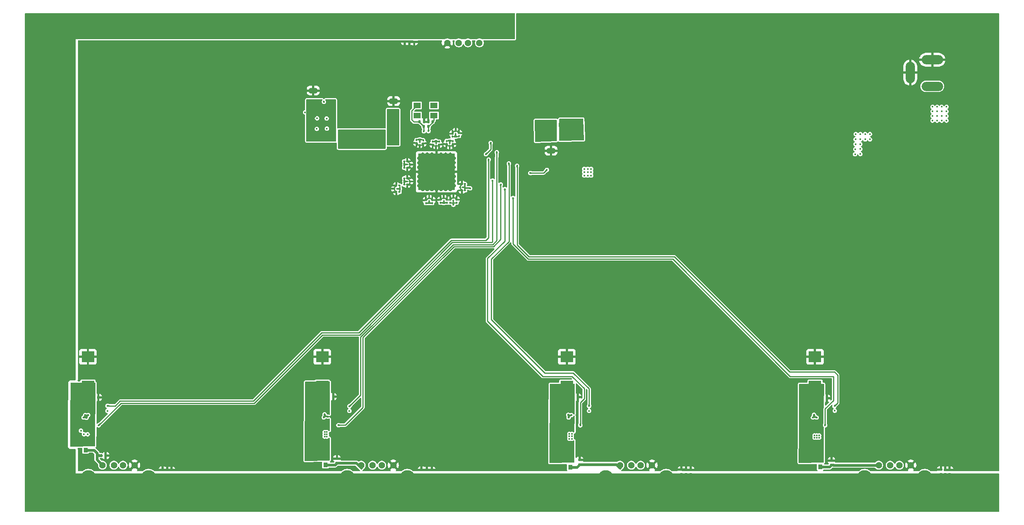
<source format=gbr>
%TF.GenerationSoftware,KiCad,Pcbnew,9.0.1*%
%TF.CreationDate,2025-04-09T10:03:17-07:00*%
%TF.ProjectId,DeskHub,4465736b-4875-4622-9e6b-696361645f70,rev?*%
%TF.SameCoordinates,Original*%
%TF.FileFunction,Copper,L4,Bot*%
%TF.FilePolarity,Positive*%
%FSLAX46Y46*%
G04 Gerber Fmt 4.6, Leading zero omitted, Abs format (unit mm)*
G04 Created by KiCad (PCBNEW 9.0.1) date 2025-04-09 10:03:17*
%MOMM*%
%LPD*%
G01*
G04 APERTURE LIST*
G04 Aperture macros list*
%AMRoundRect*
0 Rectangle with rounded corners*
0 $1 Rounding radius*
0 $2 $3 $4 $5 $6 $7 $8 $9 X,Y pos of 4 corners*
0 Add a 4 corners polygon primitive as box body*
4,1,4,$2,$3,$4,$5,$6,$7,$8,$9,$2,$3,0*
0 Add four circle primitives for the rounded corners*
1,1,$1+$1,$2,$3*
1,1,$1+$1,$4,$5*
1,1,$1+$1,$6,$7*
1,1,$1+$1,$8,$9*
0 Add four rect primitives between the rounded corners*
20,1,$1+$1,$2,$3,$4,$5,0*
20,1,$1+$1,$4,$5,$6,$7,0*
20,1,$1+$1,$6,$7,$8,$9,0*
20,1,$1+$1,$8,$9,$2,$3,0*%
G04 Aperture macros list end*
%TA.AperFunction,ComponentPad*%
%ADD10O,4.700000X2.000000*%
%TD*%
%TA.AperFunction,ComponentPad*%
%ADD11O,2.000000X4.700000*%
%TD*%
%TA.AperFunction,ComponentPad*%
%ADD12C,1.428000*%
%TD*%
%TA.AperFunction,ComponentPad*%
%ADD13C,3.316000*%
%TD*%
%TA.AperFunction,ComponentPad*%
%ADD14C,0.500000*%
%TD*%
%TA.AperFunction,SMDPad,CuDef*%
%ADD15R,8.000000X8.000000*%
%TD*%
%TA.AperFunction,SMDPad,CuDef*%
%ADD16RoundRect,0.140000X-0.170000X0.140000X-0.170000X-0.140000X0.170000X-0.140000X0.170000X0.140000X0*%
%TD*%
%TA.AperFunction,SMDPad,CuDef*%
%ADD17R,0.970000X1.000000*%
%TD*%
%TA.AperFunction,SMDPad,CuDef*%
%ADD18RoundRect,0.100000X0.130000X0.100000X-0.130000X0.100000X-0.130000X-0.100000X0.130000X-0.100000X0*%
%TD*%
%TA.AperFunction,SMDPad,CuDef*%
%ADD19RoundRect,0.100000X0.100000X-0.130000X0.100000X0.130000X-0.100000X0.130000X-0.100000X-0.130000X0*%
%TD*%
%TA.AperFunction,SMDPad,CuDef*%
%ADD20RoundRect,0.100000X-0.100000X0.130000X-0.100000X-0.130000X0.100000X-0.130000X0.100000X0.130000X0*%
%TD*%
%TA.AperFunction,SMDPad,CuDef*%
%ADD21RoundRect,0.135000X0.185000X-0.135000X0.185000X0.135000X-0.185000X0.135000X-0.185000X-0.135000X0*%
%TD*%
%TA.AperFunction,SMDPad,CuDef*%
%ADD22R,1.600000X1.250000*%
%TD*%
%TA.AperFunction,SMDPad,CuDef*%
%ADD23RoundRect,0.140000X0.170000X-0.140000X0.170000X0.140000X-0.170000X0.140000X-0.170000X-0.140000X0*%
%TD*%
%TA.AperFunction,SMDPad,CuDef*%
%ADD24RoundRect,0.100000X-0.130000X-0.100000X0.130000X-0.100000X0.130000X0.100000X-0.130000X0.100000X0*%
%TD*%
%TA.AperFunction,SMDPad,CuDef*%
%ADD25R,2.800000X2.400000*%
%TD*%
%TA.AperFunction,SMDPad,CuDef*%
%ADD26RoundRect,0.140000X-0.140000X-0.170000X0.140000X-0.170000X0.140000X0.170000X-0.140000X0.170000X0*%
%TD*%
%TA.AperFunction,SMDPad,CuDef*%
%ADD27RoundRect,0.250000X-0.650000X0.325000X-0.650000X-0.325000X0.650000X-0.325000X0.650000X0.325000X0*%
%TD*%
%TA.AperFunction,SMDPad,CuDef*%
%ADD28RoundRect,0.135000X-0.185000X0.135000X-0.185000X-0.135000X0.185000X-0.135000X0.185000X0.135000X0*%
%TD*%
%TA.AperFunction,SMDPad,CuDef*%
%ADD29RoundRect,0.135000X0.135000X0.185000X-0.135000X0.185000X-0.135000X-0.185000X0.135000X-0.185000X0*%
%TD*%
%TA.AperFunction,SMDPad,CuDef*%
%ADD30RoundRect,0.140000X0.140000X0.170000X-0.140000X0.170000X-0.140000X-0.170000X0.140000X-0.170000X0*%
%TD*%
%TA.AperFunction,SMDPad,CuDef*%
%ADD31RoundRect,0.250000X0.650000X-0.325000X0.650000X0.325000X-0.650000X0.325000X-0.650000X-0.325000X0*%
%TD*%
%TA.AperFunction,SMDPad,CuDef*%
%ADD32R,1.000000X0.970000*%
%TD*%
%TA.AperFunction,ViaPad*%
%ADD33C,0.450000*%
%TD*%
%TA.AperFunction,Conductor*%
%ADD34C,0.250000*%
%TD*%
%TA.AperFunction,Conductor*%
%ADD35C,0.300000*%
%TD*%
%TA.AperFunction,Conductor*%
%ADD36C,0.600000*%
%TD*%
G04 APERTURE END LIST*
D10*
%TO.P,J2,1*%
%TO.N,BOARD_5V*%
X251492500Y-74915000D03*
%TO.P,J2,2*%
%TO.N,Earth*%
X251492500Y-69115000D03*
D11*
%TO.P,J2,3*%
X246692500Y-71915000D03*
%TD*%
D12*
%TO.P,J6,1,VBUS*%
%TO.N,Net-(J6-VBUS)*%
X239800000Y-157660000D03*
%TO.P,J6,2,D-*%
%TO.N,USB_DN4_D-*%
X242300000Y-157660000D03*
%TO.P,J6,3,D+*%
%TO.N,USB_DN4_D+*%
X244300000Y-157660000D03*
%TO.P,J6,4,GND*%
%TO.N,Earth*%
X246800000Y-157660000D03*
D13*
%TO.P,J6,S1*%
%TO.N,GNDPWR*%
X236730000Y-160370000D03*
%TO.P,J6,S2*%
X249870000Y-160370000D03*
%TD*%
D12*
%TO.P,J5,1,VBUS*%
%TO.N,Net-(J5-VBUS)*%
X183340000Y-157660000D03*
%TO.P,J5,2,D-*%
%TO.N,USB_DN3_D-*%
X185840000Y-157660000D03*
%TO.P,J5,3,D+*%
%TO.N,USB_DN3_D+*%
X187840000Y-157660000D03*
%TO.P,J5,4,GND*%
%TO.N,Earth*%
X190340000Y-157660000D03*
D13*
%TO.P,J5,S1*%
%TO.N,GNDPWR*%
X180270000Y-160370000D03*
%TO.P,J5,S2*%
X193410000Y-160370000D03*
%TD*%
D12*
%TO.P,J7,1,VBUS*%
%TO.N,Net-(J7-VBUS)*%
X70420000Y-157660000D03*
%TO.P,J7,2,D-*%
%TO.N,USB_DN1_D-*%
X72920000Y-157660000D03*
%TO.P,J7,3,D+*%
%TO.N,USB_DN1_D+*%
X74920000Y-157660000D03*
%TO.P,J7,4,GND*%
%TO.N,Earth*%
X77420000Y-157660000D03*
D13*
%TO.P,J7,S1*%
%TO.N,GNDPWR*%
X67350000Y-160370000D03*
%TO.P,J7,S2*%
X80490000Y-160370000D03*
%TD*%
D14*
%TO.P,U1,65,VSS*%
%TO.N,Earth*%
X146800000Y-97100000D03*
X146800000Y-96100000D03*
X146800000Y-95100000D03*
X146800000Y-94100000D03*
X146800000Y-93100000D03*
X146800000Y-92100000D03*
X146800000Y-91100000D03*
X146800000Y-90100000D03*
X145800000Y-97100000D03*
X145800000Y-96100000D03*
X145800000Y-95100000D03*
X145800000Y-94100000D03*
X145800000Y-93100000D03*
X145800000Y-92100000D03*
X145800000Y-91100000D03*
X145800000Y-90100000D03*
X144800000Y-97100000D03*
X144800000Y-96100000D03*
X144800000Y-95100000D03*
X144800000Y-94100000D03*
X144800000Y-93100000D03*
X144800000Y-92100000D03*
X144800000Y-91100000D03*
X144800000Y-90100000D03*
X143800000Y-97100000D03*
X143800000Y-96100000D03*
X143800000Y-95100000D03*
X143800000Y-94100000D03*
X143800000Y-93100000D03*
X143800000Y-92100000D03*
X143800000Y-91100000D03*
X143800000Y-90100000D03*
D15*
X143300000Y-93600000D03*
D14*
X142800000Y-97100000D03*
X142800000Y-96100000D03*
X142800000Y-95100000D03*
X142800000Y-94100000D03*
X142800000Y-93100000D03*
X142800000Y-92100000D03*
X142800000Y-91100000D03*
X142800000Y-90100000D03*
X141800000Y-97100000D03*
X141800000Y-96100000D03*
X141800000Y-95100000D03*
X141800000Y-94100000D03*
X141800000Y-93100000D03*
X141800000Y-92100000D03*
X141800000Y-91100000D03*
X141800000Y-90100000D03*
X140800000Y-97100000D03*
X140800000Y-96100000D03*
X140800000Y-95100000D03*
X140800000Y-94100000D03*
X140800000Y-93100000D03*
X140800000Y-92100000D03*
X140800000Y-91100000D03*
X140800000Y-90100000D03*
X139800000Y-97100000D03*
X139800000Y-96100000D03*
X139800000Y-95100000D03*
X139800000Y-94100000D03*
X139800000Y-93100000D03*
X139800000Y-92100000D03*
X139800000Y-91100000D03*
X139800000Y-90100000D03*
%TD*%
D12*
%TO.P,J4,1,VBUS*%
%TO.N,Net-(J4-VBUS)*%
X126880000Y-157660000D03*
%TO.P,J4,2,D-*%
%TO.N,USB_DN2_D-*%
X129380000Y-157660000D03*
%TO.P,J4,3,D+*%
%TO.N,USB_DN2_D+*%
X131380000Y-157660000D03*
%TO.P,J4,4,GND*%
%TO.N,Earth*%
X133880000Y-157660000D03*
D13*
%TO.P,J4,S1*%
%TO.N,GNDPWR*%
X123810000Y-160370000D03*
%TO.P,J4,S2*%
X136950000Y-160370000D03*
%TD*%
D12*
%TO.P,J1,1,VBUS*%
%TO.N,USB_5V_UP*%
X152674999Y-65433197D03*
%TO.P,J1,2,D-*%
%TO.N,USB_UP_D-*%
X150174999Y-65433197D03*
%TO.P,J1,3,D+*%
%TO.N,USB_UP_D+*%
X148174999Y-65433197D03*
%TO.P,J1,4,GND*%
%TO.N,Earth*%
X145674999Y-65433197D03*
D13*
%TO.P,J1,S1*%
%TO.N,GNDPWR*%
X155744999Y-62723197D03*
%TO.P,J1,S2*%
X142604999Y-62723197D03*
%TD*%
D16*
%TO.P,C16,1*%
%TO.N,GNDPWR*%
X136350000Y-64200000D03*
%TO.P,C16,2*%
%TO.N,Earth*%
X136350000Y-65160000D03*
%TD*%
D17*
%TO.P,FB4,1*%
%TO.N,Net-(J6-VBUS)*%
X227050000Y-158035000D03*
%TO.P,FB4,2*%
%TO.N,/Port 4 Power Switch/VOUT*%
X227050000Y-156565000D03*
%TD*%
D18*
%TO.P,C26,1*%
%TO.N,VDD3.3*%
X149524264Y-96242893D03*
%TO.P,C26,2*%
%TO.N,Earth*%
X148884264Y-96242893D03*
%TD*%
D17*
%TO.P,FB2,1*%
%TO.N,Net-(J4-VBUS)*%
X119100000Y-157600000D03*
%TO.P,FB2,2*%
%TO.N,/Port 2 Power Switch/VOUT*%
X119100000Y-156130000D03*
%TD*%
D19*
%TO.P,C34,1*%
%TO.N,VDD1.1*%
X147700000Y-100320000D03*
%TO.P,C34,2*%
%TO.N,Earth*%
X147700000Y-99680000D03*
%TD*%
D20*
%TO.P,C7,1*%
%TO.N,VDD1.1*%
X143200000Y-87280000D03*
%TO.P,C7,2*%
%TO.N,Earth*%
X143200000Y-87920000D03*
%TD*%
D18*
%TO.P,C4,1*%
%TO.N,VDD3.3*%
X134770000Y-97292893D03*
%TO.P,C4,2*%
%TO.N,Earth*%
X134130000Y-97292893D03*
%TD*%
D21*
%TO.P,R16,1*%
%TO.N,GNDPWR*%
X140050000Y-159710000D03*
%TO.P,R16,2*%
%TO.N,Earth*%
X140050000Y-158690000D03*
%TD*%
D18*
%TO.P,C25,1*%
%TO.N,VDD3.3*%
X135194264Y-98000000D03*
%TO.P,C25,2*%
%TO.N,Earth*%
X134554264Y-98000000D03*
%TD*%
D20*
%TO.P,C3,1*%
%TO.N,VDD3.3*%
X139650000Y-87080000D03*
%TO.P,C3,2*%
%TO.N,Earth*%
X139650000Y-87720000D03*
%TD*%
D22*
%TO.P,Y1,1,IN/OUT*%
%TO.N,XO*%
X142750000Y-81300000D03*
%TO.P,Y1,2,GND*%
%TO.N,unconnected-(Y1-GND-Pad2)*%
X139050000Y-81300000D03*
%TO.P,Y1,3,OUT/IN*%
%TO.N,XI*%
X139050000Y-79100000D03*
%TO.P,Y1,4,GND__1*%
%TO.N,unconnected-(Y1-GND__1-Pad4)*%
X142750000Y-79100000D03*
%TD*%
D23*
%TO.P,C69,1*%
%TO.N,GNDPWR*%
X255250000Y-159630000D03*
%TO.P,C69,2*%
%TO.N,Earth*%
X255250000Y-158670000D03*
%TD*%
D24*
%TO.P,C9,1*%
%TO.N,VDD1.1*%
X136280000Y-92700000D03*
%TO.P,C9,2*%
%TO.N,Earth*%
X136920000Y-92700000D03*
%TD*%
D23*
%TO.P,C65,1*%
%TO.N,Net-(J4-VBUS)*%
X121600000Y-157180000D03*
%TO.P,C65,2*%
%TO.N,Earth*%
X121600000Y-156220000D03*
%TD*%
D19*
%TO.P,C33,1*%
%TO.N,VDD1.1*%
X145600000Y-100340000D03*
%TO.P,C33,2*%
%TO.N,Earth*%
X145600000Y-99700000D03*
%TD*%
D21*
%TO.P,R18,1*%
%TO.N,GNDPWR*%
X253350000Y-159660000D03*
%TO.P,R18,2*%
%TO.N,Earth*%
X253350000Y-158640000D03*
%TD*%
D25*
%TO.P,C50,1*%
%TO.N,/Port 1 Power Switch/VOUT*%
X67250000Y-140400000D03*
%TO.P,C50,2*%
%TO.N,Earth*%
X67250000Y-134000000D03*
%TD*%
D24*
%TO.P,C31,1*%
%TO.N,VDD1.1*%
X136880000Y-92000000D03*
%TO.P,C31,2*%
%TO.N,Earth*%
X137520000Y-92000000D03*
%TD*%
D16*
%TO.P,C17,1*%
%TO.N,GNDPWR*%
X137400000Y-64200000D03*
%TO.P,C17,2*%
%TO.N,Earth*%
X137400000Y-65160000D03*
%TD*%
D20*
%TO.P,C19,1*%
%TO.N,VDD3.3*%
X138942893Y-86655736D03*
%TO.P,C19,2*%
%TO.N,Earth*%
X138942893Y-87295736D03*
%TD*%
D19*
%TO.P,C23,1*%
%TO.N,VDD3.3*%
X148207107Y-85774264D03*
%TO.P,C23,2*%
%TO.N,Earth*%
X148207107Y-85134264D03*
%TD*%
D26*
%TO.P,C55,1*%
%TO.N,/Port 3 Power Switch/VOUT*%
X173170000Y-142800000D03*
%TO.P,C55,2*%
%TO.N,Earth*%
X174130000Y-142800000D03*
%TD*%
D20*
%TO.P,C6,1*%
%TO.N,VDD1.1*%
X145500000Y-86880000D03*
%TO.P,C6,2*%
%TO.N,Earth*%
X145500000Y-87520000D03*
%TD*%
D23*
%TO.P,C70,1*%
%TO.N,GNDPWR*%
X254300000Y-159630000D03*
%TO.P,C70,2*%
%TO.N,Earth*%
X254300000Y-158670000D03*
%TD*%
D26*
%TO.P,C58,1*%
%TO.N,/Port 4 Power Switch/VOUT*%
X227520000Y-143000000D03*
%TO.P,C58,2*%
%TO.N,Earth*%
X228480000Y-143000000D03*
%TD*%
D21*
%TO.P,R17,1*%
%TO.N,GNDPWR*%
X196750000Y-159660000D03*
%TO.P,R17,2*%
%TO.N,Earth*%
X196750000Y-158640000D03*
%TD*%
D19*
%TO.P,C10,1*%
%TO.N,VDD1.1*%
X141700000Y-99975000D03*
%TO.P,C10,2*%
%TO.N,Earth*%
X141700000Y-99335000D03*
%TD*%
D23*
%TO.P,C72,1*%
%TO.N,GNDPWR*%
X85500000Y-159680000D03*
%TO.P,C72,2*%
%TO.N,Earth*%
X85500000Y-158720000D03*
%TD*%
%TO.P,C67,1*%
%TO.N,GNDPWR*%
X197750000Y-159630000D03*
%TO.P,C67,2*%
%TO.N,Earth*%
X197750000Y-158670000D03*
%TD*%
D18*
%TO.P,C20,1*%
%TO.N,VDD3.3*%
X135194264Y-96585787D03*
%TO.P,C20,2*%
%TO.N,Earth*%
X134554264Y-96585787D03*
%TD*%
D19*
%TO.P,C32,1*%
%TO.N,VDD1.1*%
X142400000Y-100400000D03*
%TO.P,C32,2*%
%TO.N,Earth*%
X142400000Y-99760000D03*
%TD*%
D23*
%TO.P,C64,1*%
%TO.N,GNDPWR*%
X141200000Y-159680000D03*
%TO.P,C64,2*%
%TO.N,Earth*%
X141200000Y-158720000D03*
%TD*%
D19*
%TO.P,C12,1*%
%TO.N,VDD1.1*%
X147000000Y-99900000D03*
%TO.P,C12,2*%
%TO.N,Earth*%
X147000000Y-99260000D03*
%TD*%
%TO.P,C2,1*%
%TO.N,VDD3.3*%
X147500000Y-85350000D03*
%TO.P,C2,2*%
%TO.N,Earth*%
X147500000Y-84710000D03*
%TD*%
D27*
%TO.P,C27,1*%
%TO.N,VDD3.3*%
X168300000Y-86025000D03*
%TO.P,C27,2*%
%TO.N,Earth*%
X168300000Y-88975000D03*
%TD*%
D24*
%TO.P,C37,1*%
%TO.N,VDD1.1*%
X136280000Y-95000000D03*
%TO.P,C37,2*%
%TO.N,Earth*%
X136920000Y-95000000D03*
%TD*%
D25*
%TO.P,C59,1*%
%TO.N,/Port 4 Power Switch/VOUT*%
X225900000Y-140400000D03*
%TO.P,C59,2*%
%TO.N,Earth*%
X225900000Y-134000000D03*
%TD*%
D28*
%TO.P,R6,1*%
%TO.N,GNDPWR*%
X138450000Y-64170000D03*
%TO.P,R6,2*%
%TO.N,Earth*%
X138450000Y-65190000D03*
%TD*%
D29*
%TO.P,R2,1*%
%TO.N,XO*%
X141560000Y-83700000D03*
%TO.P,R2,2*%
%TO.N,XI*%
X140540000Y-83700000D03*
%TD*%
D26*
%TO.P,C14,1*%
%TO.N,XI*%
X139612500Y-82700000D03*
%TO.P,C14,2*%
%TO.N,Earth*%
X140572500Y-82700000D03*
%TD*%
D30*
%TO.P,C13,1*%
%TO.N,XO*%
X142472500Y-82700000D03*
%TO.P,C13,2*%
%TO.N,Earth*%
X141512500Y-82700000D03*
%TD*%
D24*
%TO.P,C30,1*%
%TO.N,VDD1.1*%
X136280000Y-96400000D03*
%TO.P,C30,2*%
%TO.N,Earth*%
X136920000Y-96400000D03*
%TD*%
D23*
%TO.P,C63,1*%
%TO.N,GNDPWR*%
X142300000Y-159680000D03*
%TO.P,C63,2*%
%TO.N,Earth*%
X142300000Y-158720000D03*
%TD*%
D17*
%TO.P,FB3,1*%
%TO.N,Net-(J5-VBUS)*%
X172500000Y-158085000D03*
%TO.P,FB3,2*%
%TO.N,/Port 3 Power Switch/VOUT*%
X172500000Y-156615000D03*
%TD*%
D20*
%TO.P,C28,1*%
%TO.N,VDD1.1*%
X146200000Y-87280000D03*
%TO.P,C28,2*%
%TO.N,Earth*%
X146200000Y-87920000D03*
%TD*%
D31*
%TO.P,C22,1*%
%TO.N,VDD1.1*%
X133950000Y-81100000D03*
%TO.P,C22,2*%
%TO.N,Earth*%
X133950000Y-78150000D03*
%TD*%
D24*
%TO.P,C8,1*%
%TO.N,VDD1.1*%
X136880000Y-95700000D03*
%TO.P,C8,2*%
%TO.N,Earth*%
X137520000Y-95700000D03*
%TD*%
D20*
%TO.P,C24,1*%
%TO.N,VDD3.3*%
X140427818Y-86726447D03*
%TO.P,C24,2*%
%TO.N,Earth*%
X140427818Y-87366447D03*
%TD*%
D19*
%TO.P,C41,1*%
%TO.N,VDD1.1*%
X146300000Y-100340000D03*
%TO.P,C41,2*%
%TO.N,Earth*%
X146300000Y-99700000D03*
%TD*%
D26*
%TO.P,C74,1*%
%TO.N,Net-(J7-VBUS)*%
X70170000Y-155550000D03*
%TO.P,C74,2*%
%TO.N,Earth*%
X71130000Y-155550000D03*
%TD*%
%TO.P,C52,1*%
%TO.N,/Port 2 Power Switch/VOUT*%
X119820000Y-142700000D03*
%TO.P,C52,2*%
%TO.N,Earth*%
X120780000Y-142700000D03*
%TD*%
D23*
%TO.P,C71,1*%
%TO.N,Net-(J6-VBUS)*%
X229500000Y-157630000D03*
%TO.P,C71,2*%
%TO.N,Earth*%
X229500000Y-156670000D03*
%TD*%
%TO.P,C66,1*%
%TO.N,GNDPWR*%
X198750000Y-159630000D03*
%TO.P,C66,2*%
%TO.N,Earth*%
X198750000Y-158670000D03*
%TD*%
%TO.P,C68,1*%
%TO.N,Net-(J5-VBUS)*%
X174550000Y-157480000D03*
%TO.P,C68,2*%
%TO.N,Earth*%
X174550000Y-156520000D03*
%TD*%
D25*
%TO.P,C53,1*%
%TO.N,/Port 2 Power Switch/VOUT*%
X118400000Y-140400000D03*
%TO.P,C53,2*%
%TO.N,Earth*%
X118400000Y-134000000D03*
%TD*%
D32*
%TO.P,FB5,1*%
%TO.N,VDD1.1*%
X133100000Y-85650000D03*
%TO.P,FB5,2*%
%TO.N,BOARD_1.1V*%
X131630000Y-85650000D03*
%TD*%
D20*
%TO.P,C35,1*%
%TO.N,VDD1.1*%
X146900000Y-86880000D03*
%TO.P,C35,2*%
%TO.N,Earth*%
X146900000Y-87520000D03*
%TD*%
D19*
%TO.P,C18,1*%
%TO.N,VDD3.3*%
X146792893Y-85915686D03*
%TO.P,C18,2*%
%TO.N,Earth*%
X146792893Y-85275686D03*
%TD*%
D18*
%TO.P,C21,1*%
%TO.N,VDD3.3*%
X149524264Y-97657107D03*
%TO.P,C21,2*%
%TO.N,Earth*%
X148884264Y-97657107D03*
%TD*%
D17*
%TO.P,FB7,1*%
%TO.N,Net-(J7-VBUS)*%
X66750000Y-154370000D03*
%TO.P,FB7,2*%
%TO.N,/Port 1 Power Switch/VOUT*%
X66750000Y-152900000D03*
%TD*%
D32*
%TO.P,FB6,1*%
%TO.N,VDD3.3*%
X169030000Y-83300000D03*
%TO.P,FB6,2*%
%TO.N,BOARD_3.3V*%
X170500000Y-83300000D03*
%TD*%
D20*
%TO.P,C29,1*%
%TO.N,VDD1.1*%
X143900000Y-87000000D03*
%TO.P,C29,2*%
%TO.N,Earth*%
X143900000Y-87640000D03*
%TD*%
D19*
%TO.P,C39,1*%
%TO.N,VDD1.1*%
X141000000Y-100420000D03*
%TO.P,C39,2*%
%TO.N,Earth*%
X141000000Y-99780000D03*
%TD*%
D18*
%TO.P,C5,1*%
%TO.N,VDD3.3*%
X149100000Y-96950000D03*
%TO.P,C5,2*%
%TO.N,Earth*%
X148460000Y-96950000D03*
%TD*%
D26*
%TO.P,C49,1*%
%TO.N,/Port 1 Power Switch/VOUT*%
X68570000Y-142850000D03*
%TO.P,C49,2*%
%TO.N,Earth*%
X69530000Y-142850000D03*
%TD*%
D25*
%TO.P,C56,1*%
%TO.N,/Port 3 Power Switch/VOUT*%
X171750000Y-140400000D03*
%TO.P,C56,2*%
%TO.N,Earth*%
X171750000Y-134000000D03*
%TD*%
D24*
%TO.P,C38,1*%
%TO.N,VDD1.1*%
X136280000Y-91300000D03*
%TO.P,C38,2*%
%TO.N,Earth*%
X136920000Y-91300000D03*
%TD*%
D19*
%TO.P,C11,1*%
%TO.N,VDD1.1*%
X144900000Y-99975000D03*
%TO.P,C11,2*%
%TO.N,Earth*%
X144900000Y-99335000D03*
%TD*%
D21*
%TO.P,R19,1*%
%TO.N,GNDPWR*%
X83550000Y-159710000D03*
%TO.P,R19,2*%
%TO.N,Earth*%
X83550000Y-158690000D03*
%TD*%
D23*
%TO.P,C73,1*%
%TO.N,GNDPWR*%
X84550000Y-159680000D03*
%TO.P,C73,2*%
%TO.N,Earth*%
X84550000Y-158720000D03*
%TD*%
D19*
%TO.P,C40,1*%
%TO.N,VDD1.1*%
X144200000Y-100340000D03*
%TO.P,C40,2*%
%TO.N,Earth*%
X144200000Y-99700000D03*
%TD*%
D31*
%TO.P,C46,1*%
%TO.N,BOARD_3.3V*%
X116400000Y-78800000D03*
%TO.P,C46,2*%
%TO.N,Earth*%
X116400000Y-75850000D03*
%TD*%
D20*
%TO.P,C36,1*%
%TO.N,VDD1.1*%
X142480000Y-87000000D03*
%TO.P,C36,2*%
%TO.N,Earth*%
X142480000Y-87640000D03*
%TD*%
D33*
%TO.N,Earth*%
X238392500Y-92600000D03*
X238342500Y-96000000D03*
X119400000Y-84150000D03*
X242292500Y-95950000D03*
X242292500Y-92600000D03*
X153300000Y-82150000D03*
X242292500Y-94150000D03*
X140572500Y-82700000D03*
X122500000Y-79800000D03*
X153000000Y-88900000D03*
X242292500Y-95050000D03*
X86200000Y-155650000D03*
X240342500Y-92600000D03*
X119350000Y-81950000D03*
X117200000Y-84200000D03*
X240942500Y-96850000D03*
X225450000Y-147250000D03*
X226250000Y-147250000D03*
X127400000Y-82500000D03*
X118750000Y-78300000D03*
X225700000Y-146650000D03*
X242292500Y-93350000D03*
X66650000Y-146700000D03*
X66300000Y-147250000D03*
X239392500Y-92600000D03*
X141512500Y-82700000D03*
X85200000Y-155650000D03*
X113300000Y-80600000D03*
X238342500Y-94300000D03*
X84250000Y-155650000D03*
X67300000Y-146700000D03*
X239192500Y-96850000D03*
X66950000Y-147300000D03*
X119600000Y-147050000D03*
X241292500Y-92600000D03*
X167950000Y-90450000D03*
X172150000Y-147250000D03*
X65725001Y-150100000D03*
X152500000Y-81350000D03*
X128200000Y-81350000D03*
X118700000Y-147200000D03*
X238342500Y-95200000D03*
X117250000Y-81900000D03*
X228800000Y-141600000D03*
X238342500Y-93450000D03*
X240042500Y-96850000D03*
X172050000Y-146650000D03*
X241992500Y-96900000D03*
X166100000Y-89100000D03*
X172750000Y-146700000D03*
X231900000Y-145150000D03*
X118900000Y-146550000D03*
X238342500Y-96850000D03*
%TO.N,VDD3.3*%
X165750000Y-84500000D03*
X166950000Y-84500000D03*
X165750000Y-83150000D03*
X166350000Y-83150000D03*
X135300000Y-97300000D03*
X150650000Y-97200000D03*
X139650000Y-86550000D03*
X147450000Y-85880000D03*
X166350000Y-84500000D03*
X167550000Y-83800000D03*
X167550000Y-84500000D03*
X167550000Y-83150000D03*
X166950000Y-83800000D03*
X166950000Y-83150000D03*
X166350000Y-83800000D03*
X165750000Y-83800000D03*
%TO.N,VDD1.1*%
X136300000Y-95700000D03*
X133150000Y-84050000D03*
X134250000Y-84050000D03*
X133700000Y-83500000D03*
X134250000Y-82950000D03*
X133700000Y-84050000D03*
X147000000Y-100800000D03*
X134800000Y-82950000D03*
X133700000Y-82950000D03*
X146200000Y-86800000D03*
X141700000Y-100400000D03*
X133150000Y-83500000D03*
X134800000Y-84050000D03*
X133150000Y-82950000D03*
X144900000Y-100400000D03*
X134800000Y-83500000D03*
X134250000Y-83500000D03*
X143200000Y-86800000D03*
X136300000Y-92000000D03*
%TO.N,XO*%
X141550000Y-84700000D03*
%TO.N,XI*%
X140550000Y-84750000D03*
%TO.N,BOARD_5V*%
X254592500Y-81400000D03*
X172850000Y-150800000D03*
X253542500Y-81400000D03*
X225800000Y-151650000D03*
X252542500Y-81400000D03*
X226300000Y-151650000D03*
X251542500Y-81400000D03*
X172300000Y-151900000D03*
X253542500Y-82400000D03*
X253542500Y-80400000D03*
X254592500Y-82400000D03*
X172850000Y-151900000D03*
X251542500Y-82400000D03*
X254592500Y-79400000D03*
X252542500Y-79400000D03*
X119400000Y-151400000D03*
X226300000Y-151150000D03*
X67200000Y-150900000D03*
X118900000Y-150400000D03*
X119400000Y-150400000D03*
X251542500Y-79400000D03*
X118900000Y-150900000D03*
X226800000Y-151650000D03*
X251542500Y-80400000D03*
X226800000Y-151150000D03*
X66400000Y-150900000D03*
X252542500Y-82400000D03*
X119400000Y-150900000D03*
X172300000Y-150800000D03*
X253542500Y-79400000D03*
X118900000Y-151400000D03*
X172300000Y-151350000D03*
X225800000Y-151150000D03*
X172850000Y-151350000D03*
X254592500Y-80400000D03*
X252542500Y-80400000D03*
%TO.N,BOARD_3.3V*%
X118700000Y-79350000D03*
X237892500Y-85350000D03*
X120950000Y-79800000D03*
X176300000Y-94400000D03*
X175550000Y-94400000D03*
X234792500Y-85350000D03*
X236842500Y-86500000D03*
X173887500Y-82900000D03*
X235792500Y-85350000D03*
X235792500Y-86500000D03*
X236842500Y-85350000D03*
X124300000Y-145800000D03*
X235792500Y-87550000D03*
X230200000Y-145750000D03*
X177050000Y-93650000D03*
X172087500Y-83600000D03*
X234692500Y-88650000D03*
X176300000Y-92950000D03*
X173925000Y-84300000D03*
X234742500Y-86500000D03*
X177050000Y-92950000D03*
X173312500Y-84300000D03*
X176300000Y-93650000D03*
X114650000Y-80600000D03*
X237892500Y-86500000D03*
X172700000Y-84300000D03*
X235792500Y-89700000D03*
X172662500Y-82900000D03*
X177050000Y-94400000D03*
X175550000Y-92950000D03*
X173312500Y-83600000D03*
X172700000Y-83600000D03*
X176600000Y-145800000D03*
X172050000Y-82900000D03*
X71500000Y-145800000D03*
X234742500Y-87550000D03*
X175550000Y-93650000D03*
X172087500Y-84300000D03*
X235792500Y-88600000D03*
X234642500Y-89750000D03*
X173275000Y-82900000D03*
X173925000Y-83600000D03*
%TO.N,BOARD_1.1V*%
X122400000Y-86950000D03*
X122183333Y-84800000D03*
X123850000Y-88000000D03*
X123650000Y-85800000D03*
%TO.N,/Port 1 Power Switch/VOUT*%
X66350000Y-143600000D03*
X65150000Y-143600000D03*
X66950000Y-143600000D03*
X65700000Y-143600000D03*
%TO.N,/Port 2 Power Switch/VOUT*%
X117600000Y-143600000D03*
X119400000Y-143600000D03*
X118200000Y-143600000D03*
X118800000Y-143600000D03*
%TO.N,/Port 3 Power Switch/VOUT*%
X172600000Y-143500000D03*
X170700000Y-143500000D03*
X171333333Y-143500000D03*
X171966667Y-143500000D03*
%TO.N,/Port 4 Power Switch/VOUT*%
X226150000Y-143450000D03*
X224150000Y-143450000D03*
X224816667Y-143450000D03*
X225483333Y-143450000D03*
%TO.N,Net-(U1-USB_VBUS)*%
X154100000Y-89750000D03*
X155150000Y-87250000D03*
%TO.N,/Port 1 Power Switch/OVERCURRENT*%
X154700000Y-90875000D03*
X71500000Y-144700000D03*
%TO.N,/Port 2 Power Switch/OVERCURRENT*%
X124300000Y-144800000D03*
X156450000Y-89300000D03*
%TO.N,/Port 3 Power Switch/OVERCURRENT*%
X176600000Y-144750000D03*
X159100000Y-91746000D03*
%TO.N,/Port 4 Power Switch/OVERCURRENT*%
X230150000Y-144750000D03*
X160900000Y-92246000D03*
%TO.N,/Port 4 Power Switch/PWRON_EN*%
X160007143Y-99300000D03*
X228100000Y-148950000D03*
%TO.N,/Port 3 Power Switch/PWRON_EN*%
X174700000Y-148950000D03*
X158221429Y-97350000D03*
%TO.N,/Port 2 Power Switch/PWRON_EN*%
X121900000Y-148900000D03*
X157350000Y-96350000D03*
%TO.N,/Port 1 Power Switch/PWRON_EN*%
X155550000Y-95500000D03*
X69600000Y-148950000D03*
%TO.N,Net-(U1-PWRCTL_POL)*%
X167400000Y-93150000D03*
X163750000Y-93850000D03*
%TD*%
D34*
%TO.N,Earth*%
X134130000Y-97010051D02*
X134554264Y-96585787D01*
X146792893Y-85045687D02*
X147128580Y-84710000D01*
X141975000Y-99335000D02*
X141700000Y-99335000D01*
X138942893Y-87295736D02*
X139367157Y-87720000D01*
X146200000Y-87920000D02*
X146500000Y-87920000D01*
X137149999Y-96400000D02*
X137520000Y-96029999D01*
X137520000Y-96029999D02*
X137520000Y-95700000D01*
X144565000Y-99335000D02*
X144900000Y-99335000D01*
X143620000Y-87920000D02*
X143900000Y-87640000D01*
X142480000Y-87640000D02*
X142760000Y-87920000D01*
X146792893Y-85275686D02*
X146792893Y-85045687D01*
X139650000Y-87720000D02*
X140074265Y-87720000D01*
X144900000Y-99335000D02*
X145235000Y-99335000D01*
X141445000Y-99335000D02*
X141700000Y-99335000D01*
X141000000Y-99780000D02*
X141445000Y-99335000D01*
X148460000Y-96950000D02*
X148460000Y-97232843D01*
X137520000Y-91800001D02*
X137019999Y-91300000D01*
X137520000Y-92199999D02*
X137520000Y-92000000D01*
X147782843Y-84710000D02*
X148207107Y-85134264D01*
X142480000Y-89680000D02*
X142500000Y-89700000D01*
X145600000Y-99700000D02*
X146300000Y-99700000D01*
X137520000Y-95500001D02*
X137019999Y-95000000D01*
X145500000Y-87520000D02*
X145900000Y-87920000D01*
X146300000Y-99700000D02*
X146740000Y-99260000D01*
X137019999Y-92700000D02*
X137520000Y-92199999D01*
X146740000Y-99260000D02*
X147000000Y-99260000D01*
X147280000Y-99260000D02*
X147700000Y-99680000D01*
X148460000Y-96667157D02*
X148460000Y-96950000D01*
X134554264Y-98000000D02*
X134130000Y-97575736D01*
X148884264Y-96242893D02*
X148460000Y-96667157D01*
X143200000Y-87920000D02*
X143620000Y-87920000D01*
X142400000Y-99760000D02*
X141975000Y-99335000D01*
X147000000Y-99260000D02*
X147280000Y-99260000D01*
X144200000Y-99700000D02*
X144565000Y-99335000D01*
X142760000Y-87920000D02*
X143200000Y-87920000D01*
X147500000Y-84710000D02*
X147782843Y-84710000D01*
X137520000Y-92000000D02*
X137520000Y-91800001D01*
X148460000Y-97232843D02*
X148884264Y-97657107D01*
X134130000Y-97292893D02*
X134130000Y-97010051D01*
X139367157Y-87720000D02*
X139650000Y-87720000D01*
X147128580Y-84710000D02*
X147500000Y-84710000D01*
X140074265Y-87720000D02*
X140427818Y-87366447D01*
X137520000Y-95700000D02*
X137520000Y-95500001D01*
X145900000Y-87920000D02*
X146200000Y-87920000D01*
X146500000Y-87920000D02*
X146900000Y-87520000D01*
X145235000Y-99335000D02*
X145600000Y-99700000D01*
X136920000Y-96400000D02*
X137149999Y-96400000D01*
X134130000Y-97575736D02*
X134130000Y-97292893D01*
%TO.N,VDD3.3*%
X135300000Y-97300000D02*
X135300000Y-96691523D01*
D35*
X149524264Y-96242893D02*
X149524264Y-96950000D01*
D34*
X147450000Y-85880000D02*
X146828579Y-85880000D01*
D35*
X150650000Y-97200000D02*
X150550000Y-97100000D01*
X149674264Y-97100000D02*
X149524264Y-96950000D01*
D34*
X135300000Y-97300000D02*
X134777107Y-97300000D01*
X139650000Y-86550000D02*
X139650000Y-87080000D01*
X135300000Y-97894264D02*
X135194264Y-98000000D01*
X139650000Y-86550000D02*
X140251371Y-86550000D01*
X147450000Y-85880000D02*
X148101371Y-85880000D01*
D35*
X149524264Y-96950000D02*
X149524264Y-97657107D01*
X150550000Y-97100000D02*
X149674264Y-97100000D01*
D34*
X140251371Y-86550000D02*
X140427818Y-86726447D01*
X135300000Y-97300000D02*
X135300000Y-97894264D01*
X139650000Y-86550000D02*
X139048629Y-86550000D01*
X135300000Y-96691523D02*
X135194264Y-96585787D01*
X148101371Y-85880000D02*
X148207107Y-85774264D01*
X147450000Y-85880000D02*
X147450000Y-85400000D01*
D35*
X149524264Y-96950000D02*
X149100000Y-96950000D01*
D34*
X139048629Y-86550000D02*
X138942893Y-86655736D01*
%TO.N,VDD1.1*%
X147000000Y-100300000D02*
X146960000Y-100340000D01*
D35*
X142480000Y-87000000D02*
X143000000Y-87000000D01*
D34*
X146200000Y-86800000D02*
X145580000Y-86800000D01*
D35*
X143000000Y-87000000D02*
X143200000Y-86800000D01*
X143200000Y-87280000D02*
X143200000Y-86800000D01*
X141700000Y-100400000D02*
X141700000Y-99975000D01*
X144840000Y-100340000D02*
X144900000Y-100400000D01*
X136280000Y-91980000D02*
X136300000Y-92000000D01*
X143900000Y-87000000D02*
X143400000Y-87000000D01*
X136280000Y-95680000D02*
X136300000Y-95700000D01*
D34*
X147000000Y-100300000D02*
X147020000Y-100320000D01*
X147020000Y-100320000D02*
X147700000Y-100320000D01*
D35*
X145600000Y-100340000D02*
X144960000Y-100340000D01*
D34*
X147000000Y-100300000D02*
X147000000Y-99900000D01*
D35*
X136280000Y-96400000D02*
X136280000Y-95720000D01*
X136280000Y-92700000D02*
X136280000Y-92020000D01*
X144960000Y-100340000D02*
X144900000Y-100400000D01*
X143400000Y-87000000D02*
X143200000Y-86800000D01*
D34*
X145580000Y-86800000D02*
X145500000Y-86880000D01*
X146200000Y-86800000D02*
X146200000Y-87280000D01*
X146200000Y-86800000D02*
X146820000Y-86800000D01*
D35*
X141700000Y-100400000D02*
X142400000Y-100400000D01*
D34*
X146820000Y-86800000D02*
X146900000Y-86880000D01*
X146960000Y-100340000D02*
X146300000Y-100340000D01*
D35*
X136280000Y-95000000D02*
X136280000Y-95680000D01*
D34*
X147000000Y-100800000D02*
X147000000Y-100300000D01*
D35*
X136880000Y-92000000D02*
X136300000Y-92000000D01*
X144900000Y-99975000D02*
X144900000Y-100400000D01*
X136880000Y-95700000D02*
X136300000Y-95700000D01*
X144200000Y-100340000D02*
X144840000Y-100340000D01*
X141700000Y-100400000D02*
X141020000Y-100400000D01*
X136280000Y-92020000D02*
X136300000Y-92000000D01*
X136280000Y-91300000D02*
X136280000Y-91980000D01*
X136280000Y-95720000D02*
X136300000Y-95700000D01*
D34*
%TO.N,XO*%
X142750000Y-82422500D02*
X142472500Y-82700000D01*
X141560000Y-84690000D02*
X141550000Y-84700000D01*
X141560000Y-83700000D02*
X141560000Y-84690000D01*
X142472500Y-82787500D02*
X141560000Y-83700000D01*
X142750000Y-81300000D02*
X142750000Y-82422500D01*
%TO.N,XI*%
X139050000Y-79100000D02*
X137924000Y-80226000D01*
X137924000Y-82251000D02*
X138373000Y-82700000D01*
X138373000Y-82700000D02*
X139612500Y-82700000D01*
X137924000Y-80226000D02*
X137924000Y-82251000D01*
X139612500Y-82772500D02*
X140540000Y-83700000D01*
X140540000Y-84740000D02*
X140550000Y-84750000D01*
X140540000Y-83700000D02*
X140540000Y-84740000D01*
D36*
%TO.N,Net-(J4-VBUS)*%
X121600000Y-157180000D02*
X125800000Y-157180000D01*
X125800000Y-157180000D02*
X126880000Y-158260000D01*
X121180000Y-157600000D02*
X121600000Y-157180000D01*
X119100000Y-157600000D02*
X121180000Y-157600000D01*
%TO.N,Net-(J5-VBUS)*%
X172500000Y-158085000D02*
X173945000Y-158085000D01*
X174550000Y-157480000D02*
X182560000Y-157480000D01*
X182560000Y-157480000D02*
X183340000Y-158260000D01*
X173945000Y-158085000D02*
X174550000Y-157480000D01*
%TO.N,Net-(J6-VBUS)*%
X229960000Y-157660000D02*
X239800000Y-157660000D01*
X229095000Y-158035000D02*
X229500000Y-157630000D01*
X229500000Y-157630000D02*
X229930000Y-157630000D01*
X229930000Y-157630000D02*
X229960000Y-157660000D01*
X227050000Y-158035000D02*
X229095000Y-158035000D01*
%TO.N,Net-(J7-VBUS)*%
X66750000Y-154370000D02*
X68590000Y-154370000D01*
X69220000Y-155500000D02*
X69700000Y-155500000D01*
X69700000Y-155500000D02*
X69750000Y-155550000D01*
X69220000Y-155000000D02*
X69220000Y-155500000D01*
X68590000Y-154370000D02*
X69220000Y-155000000D01*
X69220000Y-155500000D02*
X69220000Y-156440000D01*
X69750000Y-155550000D02*
X70170000Y-155550000D01*
X69220000Y-156440000D02*
X70420000Y-157640000D01*
D34*
%TO.N,Net-(U1-USB_VBUS)*%
X155150000Y-88700000D02*
X154100000Y-89750000D01*
X155150000Y-87250000D02*
X155150000Y-88700000D01*
%TO.N,/Port 1 Power Switch/OVERCURRENT*%
X154650000Y-90925000D02*
X154650000Y-107950000D01*
X73213604Y-144700000D02*
X71500000Y-144700000D01*
X126350000Y-128750000D02*
X118250000Y-128750000D01*
X103350000Y-143650000D02*
X74263604Y-143650000D01*
X146550000Y-108550000D02*
X126350000Y-128750000D01*
X154700000Y-90875000D02*
X154650000Y-90925000D01*
X118250000Y-128750000D02*
X103350000Y-143650000D01*
X154650000Y-107950000D02*
X154050000Y-108550000D01*
X154050000Y-108550000D02*
X146550000Y-108550000D01*
X74263604Y-143650000D02*
X73213604Y-144700000D01*
%TO.N,/Port 2 Power Switch/OVERCURRENT*%
X156450000Y-90371428D02*
X156435714Y-90385714D01*
X156435714Y-90385714D02*
X156435714Y-108602096D01*
X156435714Y-108602096D02*
X155577191Y-109460619D01*
X156450000Y-89300000D02*
X156450000Y-90371428D01*
X126750000Y-142350000D02*
X124300000Y-144800000D01*
X155577191Y-109460619D02*
X146927191Y-109460619D01*
X146927191Y-109460619D02*
X126750000Y-129637810D01*
X126750000Y-129637810D02*
X126750000Y-142350000D01*
%TO.N,/Port 3 Power Switch/OVERCURRENT*%
X159114286Y-91760286D02*
X159100000Y-91746000D01*
X155300000Y-125850000D02*
X155300000Y-112600000D01*
X173150000Y-137500000D02*
X166950000Y-137500000D01*
X176600000Y-144750000D02*
X176600000Y-140950000D01*
X166950000Y-137500000D02*
X155300000Y-125850000D01*
X155300000Y-112600000D02*
X159114286Y-108785714D01*
X176600000Y-140950000D02*
X173150000Y-137500000D01*
X159114286Y-108785714D02*
X159114286Y-91760286D01*
%TO.N,/Port 4 Power Switch/OVERCURRENT*%
X230160000Y-137310000D02*
X220367105Y-137310000D01*
X160900000Y-109550000D02*
X160900000Y-92246000D01*
X220367105Y-137310000D02*
X195207105Y-112150000D01*
X230150000Y-144750000D02*
X230850000Y-144050000D01*
X230850000Y-144050000D02*
X230850000Y-138000000D01*
X187636811Y-112149001D02*
X163499001Y-112149001D01*
X163499001Y-112149001D02*
X160900000Y-109550000D01*
X195207105Y-112150000D02*
X187550002Y-112150000D01*
X230850000Y-138000000D02*
X230160000Y-137310000D01*
%TO.N,/Port 4 Power Switch/PWRON_EN*%
X160007143Y-109294951D02*
X160007143Y-99300000D01*
X220492896Y-138250000D02*
X194842896Y-112600000D01*
X229950000Y-143500000D02*
X229950000Y-138250000D01*
X229950000Y-138250000D02*
X220492896Y-138250000D01*
X163312192Y-112600000D02*
X160007143Y-109294951D01*
X194842896Y-112600000D02*
X163312192Y-112600000D01*
X228100000Y-145350000D02*
X229950000Y-143500000D01*
X228100000Y-148950000D02*
X228100000Y-145350000D01*
%TO.N,/Port 3 Power Switch/PWRON_EN*%
X174700000Y-144000000D02*
X175550000Y-143150000D01*
X158221429Y-108728571D02*
X158221429Y-97350000D01*
X174700000Y-148950000D02*
X174700000Y-144000000D01*
X172900000Y-138250000D02*
X166500000Y-138250000D01*
X154450000Y-126200000D02*
X154450000Y-112500000D01*
X175550000Y-140900000D02*
X172900000Y-138250000D01*
X175550000Y-143150000D02*
X175550000Y-140900000D01*
X166500000Y-138250000D02*
X154450000Y-126200000D01*
X154450000Y-112500000D02*
X158221429Y-108728571D01*
%TO.N,/Port 2 Power Switch/PWRON_EN*%
X155764000Y-109911618D02*
X147114002Y-109911618D01*
X123400000Y-148900000D02*
X121900000Y-148900000D01*
X147114002Y-109911618D02*
X127250000Y-129775620D01*
X127250000Y-145050000D02*
X123400000Y-148900000D01*
X127250000Y-129775620D02*
X127250000Y-145050000D01*
X157328571Y-108347049D02*
X155764000Y-109911618D01*
X157328571Y-96371429D02*
X157328571Y-108347049D01*
X157350000Y-96350000D02*
X157328571Y-96371429D01*
%TO.N,/Port 1 Power Switch/PWRON_EN*%
X155550000Y-95500000D02*
X155550000Y-95812051D01*
X146740381Y-109009619D02*
X126550001Y-129199999D01*
X103536396Y-144100000D02*
X74450000Y-144100000D01*
X155542857Y-95819194D02*
X155542857Y-108857143D01*
X74450000Y-144100000D02*
X69600000Y-148950000D01*
X155550000Y-95812051D02*
X155542857Y-95819194D01*
X155390381Y-109009619D02*
X146740381Y-109009619D01*
X118436397Y-129199999D02*
X103536396Y-144100000D01*
X155542857Y-108857143D02*
X155390381Y-109009619D01*
X126550001Y-129199999D02*
X118436397Y-129199999D01*
%TO.N,Net-(U1-PWRCTL_POL)*%
X166700000Y-93850000D02*
X163750000Y-93850000D01*
X167400000Y-93150000D02*
X166700000Y-93850000D01*
%TD*%
%TA.AperFunction,Conductor*%
%TO.N,/Port 1 Power Switch/VOUT*%
G36*
X68855883Y-139619685D02*
G01*
X68901638Y-139672489D01*
X68912843Y-139724564D01*
X68850550Y-153428808D01*
X68830561Y-153495757D01*
X68777549Y-153541271D01*
X68728826Y-153552223D01*
X63526845Y-153647672D01*
X63459456Y-153629221D01*
X63412740Y-153577265D01*
X63400571Y-153523134D01*
X63400695Y-153495757D01*
X63416273Y-150037399D01*
X65249501Y-150037399D01*
X65249501Y-150162601D01*
X65281906Y-150283536D01*
X65344506Y-150391964D01*
X65433037Y-150480495D01*
X65541465Y-150543095D01*
X65662400Y-150575500D01*
X65662402Y-150575500D01*
X65787599Y-150575500D01*
X65787602Y-150575500D01*
X65803238Y-150571310D01*
X65873086Y-150572973D01*
X65930949Y-150612135D01*
X65958454Y-150676363D01*
X65955106Y-150723177D01*
X65924500Y-150837399D01*
X65924500Y-150962601D01*
X65956905Y-151083536D01*
X66019505Y-151191964D01*
X66108036Y-151280495D01*
X66216464Y-151343095D01*
X66337399Y-151375500D01*
X66337401Y-151375500D01*
X66462599Y-151375500D01*
X66462601Y-151375500D01*
X66583536Y-151343095D01*
X66691964Y-151280495D01*
X66712319Y-151260140D01*
X66773642Y-151226655D01*
X66843334Y-151231639D01*
X66887681Y-151260140D01*
X66908036Y-151280495D01*
X67016464Y-151343095D01*
X67137399Y-151375500D01*
X67137401Y-151375500D01*
X67262599Y-151375500D01*
X67262601Y-151375500D01*
X67383536Y-151343095D01*
X67491964Y-151280495D01*
X67580495Y-151191964D01*
X67643095Y-151083536D01*
X67675500Y-150962601D01*
X67675500Y-150837399D01*
X67643095Y-150716464D01*
X67580495Y-150608036D01*
X67491964Y-150519505D01*
X67383536Y-150456905D01*
X67383537Y-150456905D01*
X67343224Y-150446103D01*
X67262601Y-150424500D01*
X67137399Y-150424500D01*
X67056775Y-150446103D01*
X67016463Y-150456905D01*
X66908037Y-150519504D01*
X66908034Y-150519506D01*
X66887681Y-150539860D01*
X66826358Y-150573345D01*
X66756666Y-150568361D01*
X66712319Y-150539860D01*
X66691965Y-150519506D01*
X66691964Y-150519505D01*
X66583536Y-150456905D01*
X66583537Y-150456905D01*
X66543224Y-150446103D01*
X66462601Y-150424500D01*
X66337399Y-150424500D01*
X66337395Y-150424500D01*
X66321758Y-150428690D01*
X66251908Y-150427024D01*
X66194047Y-150387860D01*
X66166545Y-150323630D01*
X66169894Y-150276823D01*
X66200501Y-150162601D01*
X66200501Y-150037399D01*
X66168096Y-149916464D01*
X66105496Y-149808036D01*
X66016965Y-149719505D01*
X65908537Y-149656905D01*
X65908538Y-149656905D01*
X65868225Y-149646103D01*
X65787602Y-149624500D01*
X65662400Y-149624500D01*
X65581776Y-149646103D01*
X65541464Y-149656905D01*
X65433038Y-149719504D01*
X65433035Y-149719506D01*
X65344507Y-149808034D01*
X65344505Y-149808037D01*
X65281906Y-149916463D01*
X65281906Y-149916464D01*
X65249501Y-150037399D01*
X63416273Y-150037399D01*
X63426901Y-147678000D01*
X63429111Y-147187399D01*
X65824500Y-147187399D01*
X65824500Y-147312601D01*
X65856905Y-147433536D01*
X65919505Y-147541964D01*
X66008036Y-147630495D01*
X66116464Y-147693095D01*
X66237399Y-147725500D01*
X66237401Y-147725500D01*
X66362599Y-147725500D01*
X66362601Y-147725500D01*
X66483536Y-147693095D01*
X66520729Y-147671621D01*
X66588628Y-147655148D01*
X66650851Y-147676683D01*
X66650997Y-147676431D01*
X66652307Y-147677187D01*
X66654655Y-147678000D01*
X66658007Y-147680478D01*
X66658035Y-147680494D01*
X66658036Y-147680495D01*
X66766464Y-147743095D01*
X66887399Y-147775500D01*
X66887401Y-147775500D01*
X67012599Y-147775500D01*
X67012601Y-147775500D01*
X67133536Y-147743095D01*
X67241964Y-147680495D01*
X67330495Y-147591964D01*
X67393095Y-147483536D01*
X67425500Y-147362601D01*
X67425500Y-147248193D01*
X67445185Y-147181154D01*
X67487498Y-147140807D01*
X67591964Y-147080495D01*
X67680495Y-146991964D01*
X67743095Y-146883536D01*
X67775500Y-146762601D01*
X67775500Y-146637399D01*
X67743095Y-146516464D01*
X67680495Y-146408036D01*
X67591964Y-146319505D01*
X67483536Y-146256905D01*
X67483537Y-146256905D01*
X67443224Y-146246103D01*
X67362601Y-146224500D01*
X67237399Y-146224500D01*
X67156775Y-146246103D01*
X67116463Y-146256905D01*
X67036999Y-146302783D01*
X66969098Y-146319254D01*
X66913001Y-146302783D01*
X66833536Y-146256905D01*
X66833537Y-146256905D01*
X66793224Y-146246103D01*
X66712601Y-146224500D01*
X66587399Y-146224500D01*
X66506775Y-146246103D01*
X66466463Y-146256905D01*
X66358037Y-146319504D01*
X66358034Y-146319506D01*
X66269506Y-146408034D01*
X66269504Y-146408037D01*
X66206905Y-146516463D01*
X66174500Y-146637400D01*
X66174500Y-146701806D01*
X66154815Y-146768845D01*
X66112499Y-146809193D01*
X66008042Y-146869500D01*
X66008034Y-146869506D01*
X65919506Y-146958034D01*
X65919504Y-146958037D01*
X65856905Y-147066463D01*
X65856905Y-147066464D01*
X65824500Y-147187399D01*
X63429111Y-147187399D01*
X63429150Y-147178712D01*
X63462732Y-139723441D01*
X63482719Y-139656491D01*
X63535728Y-139610975D01*
X63586731Y-139600000D01*
X68788844Y-139600000D01*
X68855883Y-139619685D01*
G37*
%TD.AperFunction*%
%TD*%
%TA.AperFunction,Conductor*%
%TO.N,VDD3.3*%
G36*
X169494379Y-82269685D02*
G01*
X169540134Y-82322489D01*
X169551333Y-82372652D01*
X169598693Y-86729764D01*
X169579738Y-86797014D01*
X169527434Y-86843340D01*
X169479862Y-86855005D01*
X164927822Y-87044674D01*
X164860021Y-87027797D01*
X164812108Y-86976944D01*
X164798667Y-86922073D01*
X164797968Y-86855005D01*
X164751305Y-82375291D01*
X164770290Y-82308051D01*
X164822614Y-82261748D01*
X164875298Y-82250000D01*
X169427340Y-82250000D01*
X169494379Y-82269685D01*
G37*
%TD.AperFunction*%
%TD*%
%TA.AperFunction,Conductor*%
%TO.N,/Port 4 Power Switch/VOUT*%
G36*
X227815858Y-139876819D02*
G01*
X227861613Y-139929623D01*
X227872818Y-139981698D01*
X227849923Y-145018239D01*
X227829934Y-145085188D01*
X227813607Y-145105354D01*
X227799525Y-145119435D01*
X227750091Y-145205059D01*
X227750091Y-145205060D01*
X227750090Y-145205062D01*
X227724500Y-145300565D01*
X227724500Y-145300567D01*
X227724500Y-148438762D01*
X227721127Y-148467487D01*
X227633562Y-148835199D01*
X227632589Y-148839453D01*
X227632481Y-148839941D01*
X227631667Y-148843789D01*
X227631663Y-148844885D01*
X227631108Y-148849023D01*
X227630996Y-148850081D01*
X227630967Y-148850077D01*
X227627441Y-148876418D01*
X227624501Y-148887392D01*
X227624500Y-148887397D01*
X227624500Y-148887399D01*
X227624500Y-149012601D01*
X227656905Y-149133536D01*
X227719504Y-149241962D01*
X227719506Y-149241965D01*
X227793668Y-149316127D01*
X227827153Y-149377450D01*
X227829986Y-149404372D01*
X227795525Y-156985942D01*
X227775536Y-157052891D01*
X227722524Y-157098405D01*
X227673801Y-157109357D01*
X222471820Y-157204806D01*
X222404431Y-157186355D01*
X222357715Y-157134399D01*
X222345546Y-157080268D01*
X222345670Y-157052891D01*
X222372541Y-151087399D01*
X225324500Y-151087399D01*
X225324500Y-151212601D01*
X225346103Y-151293224D01*
X225356905Y-151333537D01*
X225356907Y-151333540D01*
X225359483Y-151338002D01*
X225375954Y-151405902D01*
X225359483Y-151461998D01*
X225356907Y-151466459D01*
X225356905Y-151466462D01*
X225335301Y-151547087D01*
X225324500Y-151587399D01*
X225324500Y-151712601D01*
X225356905Y-151833536D01*
X225419505Y-151941964D01*
X225508036Y-152030495D01*
X225616464Y-152093095D01*
X225737399Y-152125500D01*
X225737401Y-152125500D01*
X225862599Y-152125500D01*
X225862601Y-152125500D01*
X225983536Y-152093095D01*
X225987998Y-152090519D01*
X226055898Y-152074045D01*
X226112002Y-152090519D01*
X226116464Y-152093095D01*
X226237399Y-152125500D01*
X226237401Y-152125500D01*
X226362599Y-152125500D01*
X226362601Y-152125500D01*
X226483536Y-152093095D01*
X226487998Y-152090519D01*
X226555898Y-152074045D01*
X226612002Y-152090519D01*
X226616464Y-152093095D01*
X226737399Y-152125500D01*
X226737401Y-152125500D01*
X226862599Y-152125500D01*
X226862601Y-152125500D01*
X226983536Y-152093095D01*
X227091964Y-152030495D01*
X227180495Y-151941964D01*
X227243095Y-151833536D01*
X227275500Y-151712601D01*
X227275500Y-151587399D01*
X227243095Y-151466464D01*
X227240519Y-151462002D01*
X227224045Y-151394102D01*
X227240519Y-151337998D01*
X227240876Y-151337378D01*
X227243095Y-151333536D01*
X227275500Y-151212601D01*
X227275500Y-151087399D01*
X227243095Y-150966464D01*
X227180495Y-150858036D01*
X227091964Y-150769505D01*
X226983536Y-150706905D01*
X226983537Y-150706905D01*
X226943224Y-150696103D01*
X226862601Y-150674500D01*
X226737399Y-150674500D01*
X226676931Y-150690702D01*
X226616462Y-150706905D01*
X226616459Y-150706907D01*
X226611998Y-150709483D01*
X226544098Y-150725954D01*
X226488002Y-150709483D01*
X226483540Y-150706907D01*
X226483537Y-150706905D01*
X226443224Y-150696103D01*
X226362601Y-150674500D01*
X226237399Y-150674500D01*
X226176931Y-150690702D01*
X226116462Y-150706905D01*
X226116459Y-150706907D01*
X226111998Y-150709483D01*
X226044098Y-150725954D01*
X225988002Y-150709483D01*
X225983540Y-150706907D01*
X225983537Y-150706905D01*
X225943224Y-150696103D01*
X225862601Y-150674500D01*
X225737399Y-150674500D01*
X225656775Y-150696103D01*
X225616463Y-150706905D01*
X225508037Y-150769504D01*
X225508034Y-150769506D01*
X225419506Y-150858034D01*
X225419504Y-150858037D01*
X225356905Y-150966463D01*
X225356905Y-150966464D01*
X225324500Y-151087399D01*
X222372541Y-151087399D01*
X222390109Y-147187399D01*
X224974500Y-147187399D01*
X224974500Y-147312601D01*
X225006905Y-147433536D01*
X225069505Y-147541964D01*
X225158036Y-147630495D01*
X225266464Y-147693095D01*
X225387399Y-147725500D01*
X225387401Y-147725500D01*
X225512599Y-147725500D01*
X225512601Y-147725500D01*
X225633536Y-147693095D01*
X225741964Y-147630495D01*
X225762319Y-147610140D01*
X225823642Y-147576655D01*
X225893334Y-147581639D01*
X225937681Y-147610140D01*
X225958036Y-147630495D01*
X226066464Y-147693095D01*
X226187399Y-147725500D01*
X226187401Y-147725500D01*
X226312599Y-147725500D01*
X226312601Y-147725500D01*
X226433536Y-147693095D01*
X226541964Y-147630495D01*
X226630495Y-147541964D01*
X226693095Y-147433536D01*
X226725500Y-147312601D01*
X226725500Y-147187399D01*
X226693095Y-147066464D01*
X226630495Y-146958036D01*
X226541964Y-146869505D01*
X226433536Y-146806905D01*
X226433537Y-146806905D01*
X226393224Y-146796103D01*
X226312601Y-146774500D01*
X226299500Y-146774500D01*
X226232461Y-146754815D01*
X226186706Y-146702011D01*
X226175500Y-146650500D01*
X226175500Y-146587400D01*
X226175500Y-146587399D01*
X226143095Y-146466464D01*
X226080495Y-146358036D01*
X225991964Y-146269505D01*
X225883536Y-146206905D01*
X225883537Y-146206905D01*
X225843224Y-146196103D01*
X225762601Y-146174500D01*
X225637399Y-146174500D01*
X225556775Y-146196103D01*
X225516463Y-146206905D01*
X225408037Y-146269504D01*
X225408034Y-146269506D01*
X225319506Y-146358034D01*
X225319504Y-146358037D01*
X225256905Y-146466463D01*
X225224500Y-146587400D01*
X225224500Y-146712600D01*
X225227380Y-146723349D01*
X225225715Y-146793198D01*
X225186551Y-146851060D01*
X225169608Y-146862823D01*
X225158038Y-146869504D01*
X225158036Y-146869505D01*
X225158033Y-146869507D01*
X225069506Y-146958034D01*
X225069504Y-146958037D01*
X225006905Y-147066463D01*
X225006905Y-147066464D01*
X224974500Y-147187399D01*
X222390109Y-147187399D01*
X222393845Y-146358034D01*
X222422572Y-139980575D01*
X222442559Y-139913625D01*
X222495568Y-139868109D01*
X222546571Y-139857134D01*
X227748819Y-139857134D01*
X227815858Y-139876819D01*
G37*
%TD.AperFunction*%
%TD*%
%TA.AperFunction,Conductor*%
%TO.N,BOARD_1.1V*%
G36*
X132143039Y-84369685D02*
G01*
X132188794Y-84422489D01*
X132200000Y-84474000D01*
X132200000Y-88426000D01*
X132180315Y-88493039D01*
X132127511Y-88538794D01*
X132076000Y-88550000D01*
X121924000Y-88550000D01*
X121856961Y-88530315D01*
X121811206Y-88477511D01*
X121800000Y-88426000D01*
X121800000Y-84474000D01*
X121819685Y-84406961D01*
X121872489Y-84361206D01*
X121924000Y-84350000D01*
X132076000Y-84350000D01*
X132143039Y-84369685D01*
G37*
%TD.AperFunction*%
%TD*%
%TA.AperFunction,Conductor*%
%TO.N,BOARD_3.3V*%
G36*
X175295893Y-81970200D02*
G01*
X175342149Y-82022566D01*
X175353789Y-82071276D01*
X175496040Y-86623294D01*
X175478460Y-86690915D01*
X175427110Y-86738297D01*
X175373239Y-86751162D01*
X170175138Y-86798851D01*
X170107920Y-86779782D01*
X170061683Y-86727400D01*
X170050000Y-86674856D01*
X170050000Y-82123300D01*
X170069685Y-82056261D01*
X170122489Y-82010506D01*
X170172816Y-81999306D01*
X175228670Y-81951155D01*
X175295893Y-81970200D01*
G37*
%TD.AperFunction*%
%TD*%
%TA.AperFunction,Conductor*%
%TO.N,BOARD_3.3V*%
G36*
X118395218Y-77769685D02*
G01*
X118440973Y-77822489D01*
X118450917Y-77891647D01*
X118421892Y-77955203D01*
X118415860Y-77961681D01*
X118369506Y-78008034D01*
X118369504Y-78008037D01*
X118306905Y-78116463D01*
X118306905Y-78116464D01*
X118274500Y-78237399D01*
X118274500Y-78362601D01*
X118306905Y-78483536D01*
X118369505Y-78591964D01*
X118458036Y-78680495D01*
X118566464Y-78743095D01*
X118687399Y-78775500D01*
X118687401Y-78775500D01*
X118812599Y-78775500D01*
X118812601Y-78775500D01*
X118933536Y-78743095D01*
X119041964Y-78680495D01*
X119130495Y-78591964D01*
X119193095Y-78483536D01*
X119225500Y-78362601D01*
X119225500Y-78237399D01*
X119193095Y-78116464D01*
X119130495Y-78008036D01*
X119084140Y-77961681D01*
X119050655Y-77900358D01*
X119055639Y-77830666D01*
X119097511Y-77774733D01*
X119162975Y-77750316D01*
X119171821Y-77750000D01*
X121226000Y-77750000D01*
X121293039Y-77769685D01*
X121338794Y-77822489D01*
X121350000Y-77874000D01*
X121350000Y-86876000D01*
X121330315Y-86943039D01*
X121277511Y-86988794D01*
X121226000Y-87000000D01*
X115024000Y-87000000D01*
X114956961Y-86980315D01*
X114911206Y-86927511D01*
X114900000Y-86876000D01*
X114900000Y-84137399D01*
X116724500Y-84137399D01*
X116724500Y-84262601D01*
X116756905Y-84383536D01*
X116819505Y-84491964D01*
X116908036Y-84580495D01*
X117016464Y-84643095D01*
X117137399Y-84675500D01*
X117137401Y-84675500D01*
X117262599Y-84675500D01*
X117262601Y-84675500D01*
X117383536Y-84643095D01*
X117491964Y-84580495D01*
X117580495Y-84491964D01*
X117643095Y-84383536D01*
X117675500Y-84262601D01*
X117675500Y-84137399D01*
X117670511Y-84118781D01*
X117668526Y-84111371D01*
X117668524Y-84111366D01*
X117666778Y-84104850D01*
X117662102Y-84087399D01*
X118924500Y-84087399D01*
X118924500Y-84212601D01*
X118956905Y-84333536D01*
X119019505Y-84441964D01*
X119108036Y-84530495D01*
X119216464Y-84593095D01*
X119337399Y-84625500D01*
X119337401Y-84625500D01*
X119462599Y-84625500D01*
X119462601Y-84625500D01*
X119583536Y-84593095D01*
X119691964Y-84530495D01*
X119780495Y-84441964D01*
X119843095Y-84333536D01*
X119875500Y-84212601D01*
X119875500Y-84087399D01*
X119843095Y-83966464D01*
X119780495Y-83858036D01*
X119691964Y-83769505D01*
X119583536Y-83706905D01*
X119583537Y-83706905D01*
X119543224Y-83696103D01*
X119462601Y-83674500D01*
X119337399Y-83674500D01*
X119256775Y-83696103D01*
X119216463Y-83706905D01*
X119108037Y-83769504D01*
X119108034Y-83769506D01*
X119019506Y-83858034D01*
X119019504Y-83858037D01*
X118956905Y-83966463D01*
X118956905Y-83966464D01*
X118924500Y-84087399D01*
X117662102Y-84087399D01*
X117643095Y-84016464D01*
X117580495Y-83908036D01*
X117491964Y-83819505D01*
X117383536Y-83756905D01*
X117383537Y-83756905D01*
X117343224Y-83746103D01*
X117262601Y-83724500D01*
X117137399Y-83724500D01*
X117056775Y-83746103D01*
X117016463Y-83756905D01*
X116908037Y-83819504D01*
X116908034Y-83819506D01*
X116819506Y-83908034D01*
X116819504Y-83908037D01*
X116756905Y-84016463D01*
X116756905Y-84016464D01*
X116724500Y-84137399D01*
X114900000Y-84137399D01*
X114900000Y-81837399D01*
X116774500Y-81837399D01*
X116774500Y-81962601D01*
X116806905Y-82083536D01*
X116869505Y-82191964D01*
X116958036Y-82280495D01*
X117066464Y-82343095D01*
X117187399Y-82375500D01*
X117187401Y-82375500D01*
X117312599Y-82375500D01*
X117312601Y-82375500D01*
X117433536Y-82343095D01*
X117541964Y-82280495D01*
X117630495Y-82191964D01*
X117693095Y-82083536D01*
X117725500Y-81962601D01*
X117725500Y-81887399D01*
X118874500Y-81887399D01*
X118874500Y-82012601D01*
X118906905Y-82133536D01*
X118969505Y-82241964D01*
X119058036Y-82330495D01*
X119166464Y-82393095D01*
X119287399Y-82425500D01*
X119287401Y-82425500D01*
X119412599Y-82425500D01*
X119412601Y-82425500D01*
X119533536Y-82393095D01*
X119641964Y-82330495D01*
X119730495Y-82241964D01*
X119793095Y-82133536D01*
X119825500Y-82012601D01*
X119825500Y-81887399D01*
X119793095Y-81766464D01*
X119730495Y-81658036D01*
X119641964Y-81569505D01*
X119533536Y-81506905D01*
X119533537Y-81506905D01*
X119493224Y-81496103D01*
X119412601Y-81474500D01*
X119287399Y-81474500D01*
X119206775Y-81496103D01*
X119166463Y-81506905D01*
X119058037Y-81569504D01*
X119058034Y-81569506D01*
X118969506Y-81658034D01*
X118969504Y-81658037D01*
X118906905Y-81766463D01*
X118906905Y-81766464D01*
X118874500Y-81887399D01*
X117725500Y-81887399D01*
X117725500Y-81837399D01*
X117693095Y-81716464D01*
X117630495Y-81608036D01*
X117541964Y-81519505D01*
X117433536Y-81456905D01*
X117433537Y-81456905D01*
X117393224Y-81446103D01*
X117312601Y-81424500D01*
X117187399Y-81424500D01*
X117106775Y-81446103D01*
X117066463Y-81456905D01*
X116958037Y-81519504D01*
X116958034Y-81519506D01*
X116869506Y-81608034D01*
X116869504Y-81608037D01*
X116806905Y-81716463D01*
X116806905Y-81716464D01*
X116774500Y-81837399D01*
X114900000Y-81837399D01*
X114900000Y-77874000D01*
X114919685Y-77806961D01*
X114972489Y-77761206D01*
X115024000Y-77750000D01*
X118328179Y-77750000D01*
X118395218Y-77769685D01*
G37*
%TD.AperFunction*%
%TD*%
%TA.AperFunction,Conductor*%
%TO.N,Earth*%
G36*
X155886983Y-110297286D02*
G01*
X155939241Y-110343664D01*
X155958129Y-110410932D01*
X155937652Y-110477733D01*
X155921819Y-110497143D01*
X154219438Y-112199525D01*
X154149526Y-112269436D01*
X154100091Y-112355059D01*
X154100091Y-112355060D01*
X154100090Y-112355062D01*
X154074500Y-112450565D01*
X154074500Y-126249435D01*
X154100090Y-126344938D01*
X154149525Y-126430562D01*
X154149526Y-126430563D01*
X166199525Y-138480562D01*
X166269438Y-138550475D01*
X166355060Y-138599909D01*
X166355062Y-138599910D01*
X166402811Y-138612705D01*
X166402812Y-138612705D01*
X166412903Y-138615408D01*
X166450564Y-138625500D01*
X166450565Y-138625500D01*
X172693101Y-138625500D01*
X172722541Y-138634144D01*
X172752528Y-138640668D01*
X172757543Y-138644422D01*
X172760140Y-138645185D01*
X172780782Y-138661819D01*
X172856782Y-138737819D01*
X172890267Y-138799142D01*
X172885283Y-138868834D01*
X172843411Y-138924767D01*
X172777947Y-138949184D01*
X172769101Y-138949500D01*
X170325323Y-138949500D01*
X170252264Y-138964032D01*
X170252260Y-138964033D01*
X170169399Y-139019399D01*
X170114033Y-139102260D01*
X170114032Y-139102264D01*
X170099500Y-139175321D01*
X170099500Y-139477634D01*
X170079815Y-139544673D01*
X170027011Y-139590428D01*
X169975500Y-139601634D01*
X168139396Y-139601634D01*
X168085666Y-139607349D01*
X168085654Y-139607351D01*
X168034664Y-139618323D01*
X168034638Y-139618330D01*
X168008802Y-139625323D01*
X167921957Y-139674260D01*
X167868934Y-139719788D01*
X167868926Y-139719796D01*
X167837176Y-139752405D01*
X167837172Y-139752409D01*
X167790565Y-139840539D01*
X167770581Y-139907480D01*
X167770579Y-139907490D01*
X167759906Y-139979417D01*
X167759906Y-139979424D01*
X167729989Y-146621037D01*
X167682971Y-157059033D01*
X167682880Y-157079127D01*
X167682881Y-157079133D01*
X167689097Y-157136301D01*
X167689098Y-157136307D01*
X167701268Y-157190443D01*
X167701271Y-157190455D01*
X167709639Y-157219511D01*
X167709640Y-157219514D01*
X167709642Y-157219519D01*
X167758913Y-157302468D01*
X167760553Y-157305228D01*
X167760556Y-157305233D01*
X167807253Y-157357168D01*
X167807261Y-157357176D01*
X167807270Y-157357186D01*
X167807284Y-157357199D01*
X167807286Y-157357201D01*
X167840618Y-157388204D01*
X167840619Y-157388204D01*
X167840621Y-157388206D01*
X167929790Y-157432785D01*
X167997179Y-157451236D01*
X168069338Y-157460263D01*
X171644085Y-157394671D01*
X171711474Y-157413122D01*
X171758190Y-157465078D01*
X171769401Y-157534042D01*
X171767978Y-157542840D01*
X171764500Y-157560326D01*
X171764500Y-158609678D01*
X171779032Y-158682735D01*
X171779033Y-158682739D01*
X171779034Y-158682740D01*
X171819967Y-158744002D01*
X171825051Y-158751610D01*
X171845928Y-158818288D01*
X171827443Y-158885668D01*
X171775464Y-158932357D01*
X171721948Y-158944500D01*
X140379232Y-158944500D01*
X140328522Y-158948091D01*
X140291454Y-158940000D01*
X139196866Y-158940000D01*
X139171820Y-158944500D01*
X138269400Y-158944500D01*
X138202361Y-158924815D01*
X138193914Y-158918876D01*
X138012580Y-158779734D01*
X137795922Y-158654647D01*
X137795912Y-158654642D01*
X137633661Y-158587436D01*
X137564784Y-158558906D01*
X137564785Y-158558906D01*
X137564782Y-158558905D01*
X137440140Y-158525508D01*
X137323129Y-158494155D01*
X137323123Y-158494154D01*
X137323118Y-158494153D01*
X137075099Y-158461501D01*
X137075096Y-158461500D01*
X137075090Y-158461500D01*
X136824910Y-158461500D01*
X136824904Y-158461500D01*
X136824900Y-158461501D01*
X136576881Y-158494153D01*
X136576874Y-158494154D01*
X136576871Y-158494155D01*
X136535475Y-158505247D01*
X136335217Y-158558905D01*
X136104087Y-158654642D01*
X136104077Y-158654647D01*
X135887419Y-158779734D01*
X135706086Y-158918876D01*
X135640917Y-158944070D01*
X135630600Y-158944500D01*
X134549589Y-158944500D01*
X134482550Y-158924815D01*
X134436795Y-158872011D01*
X134426851Y-158802853D01*
X134455876Y-158739297D01*
X134493295Y-158710015D01*
X134516272Y-158698307D01*
X134516273Y-158698307D01*
X134544351Y-158677906D01*
X134544351Y-158677905D01*
X134306447Y-158440000D01*
X139237156Y-158440000D01*
X139800000Y-158440000D01*
X140300000Y-158440000D01*
X140950000Y-158440000D01*
X140950000Y-157941210D01*
X140949999Y-157941209D01*
X141450000Y-157941209D01*
X141450000Y-158470000D01*
X142050000Y-158470000D01*
X142550000Y-158470000D01*
X143104504Y-158470000D01*
X143062031Y-158323804D01*
X142979721Y-158184625D01*
X142979714Y-158184616D01*
X142865383Y-158070285D01*
X142865374Y-158070278D01*
X142726195Y-157987968D01*
X142726190Y-157987966D01*
X142570918Y-157942855D01*
X142570912Y-157942854D01*
X142550000Y-157941209D01*
X142550000Y-158470000D01*
X142050000Y-158470000D01*
X142050000Y-157941210D01*
X142049999Y-157941209D01*
X142029087Y-157942854D01*
X142029081Y-157942855D01*
X141873809Y-157987966D01*
X141873800Y-157987970D01*
X141813120Y-158023856D01*
X141745396Y-158041039D01*
X141686880Y-158023856D01*
X141626199Y-157987970D01*
X141626190Y-157987966D01*
X141470918Y-157942855D01*
X141470912Y-157942854D01*
X141450000Y-157941209D01*
X140949999Y-157941209D01*
X140929087Y-157942854D01*
X140929081Y-157942855D01*
X140773809Y-157987966D01*
X140773801Y-157987969D01*
X140711842Y-158024611D01*
X140644118Y-158041792D01*
X140585602Y-158024610D01*
X140489191Y-157967593D01*
X140489188Y-157967592D01*
X140335130Y-157922834D01*
X140300000Y-157920068D01*
X140300000Y-158440000D01*
X139800000Y-158440000D01*
X139800000Y-157920068D01*
X139799999Y-157920068D01*
X139764869Y-157922834D01*
X139764868Y-157922834D01*
X139610811Y-157967592D01*
X139610808Y-157967593D01*
X139472714Y-158049261D01*
X139472705Y-158049268D01*
X139359268Y-158162705D01*
X139359261Y-158162714D01*
X139277595Y-158300805D01*
X139237156Y-158440000D01*
X134306447Y-158440000D01*
X133976750Y-158110302D01*
X134057553Y-158088651D01*
X134162446Y-158028091D01*
X134248091Y-157942446D01*
X134308651Y-157837553D01*
X134330302Y-157756749D01*
X134897905Y-158324351D01*
X134897906Y-158324351D01*
X134918305Y-158296275D01*
X135005057Y-158126014D01*
X135005059Y-158126011D01*
X135064106Y-157944283D01*
X135064106Y-157944280D01*
X135094000Y-157755543D01*
X135094000Y-157564456D01*
X135064106Y-157375719D01*
X135064106Y-157375716D01*
X135005059Y-157193988D01*
X135005057Y-157193985D01*
X134918305Y-157023724D01*
X134897905Y-156995647D01*
X134897905Y-156995646D01*
X134330302Y-157563249D01*
X134308651Y-157482447D01*
X134248091Y-157377554D01*
X134162446Y-157291909D01*
X134057553Y-157231349D01*
X133976749Y-157209697D01*
X134544352Y-156642093D01*
X134544351Y-156642092D01*
X134516279Y-156621696D01*
X134346014Y-156534942D01*
X134346011Y-156534940D01*
X134164282Y-156475893D01*
X133975543Y-156446000D01*
X133784457Y-156446000D01*
X133595719Y-156475893D01*
X133595716Y-156475893D01*
X133413988Y-156534940D01*
X133413985Y-156534941D01*
X133243721Y-156621696D01*
X133215647Y-156642092D01*
X133215647Y-156642093D01*
X133783251Y-157209697D01*
X133702447Y-157231349D01*
X133597554Y-157291909D01*
X133511909Y-157377554D01*
X133451349Y-157482447D01*
X133429697Y-157563251D01*
X132862093Y-156995647D01*
X132862092Y-156995647D01*
X132841696Y-157023721D01*
X132754941Y-157193985D01*
X132754940Y-157193988D01*
X132695893Y-157375716D01*
X132695893Y-157375719D01*
X132666000Y-157564456D01*
X132666000Y-157755543D01*
X132695893Y-157944280D01*
X132695893Y-157944283D01*
X132754940Y-158126011D01*
X132754942Y-158126014D01*
X132841696Y-158296279D01*
X132862092Y-158324351D01*
X132862093Y-158324352D01*
X133429697Y-157756748D01*
X133451349Y-157837553D01*
X133511909Y-157942446D01*
X133597554Y-158028091D01*
X133702447Y-158088651D01*
X133783250Y-158110302D01*
X133215646Y-158677905D01*
X133243726Y-158698307D01*
X133266705Y-158710015D01*
X133317501Y-158757989D01*
X133334297Y-158825810D01*
X133311760Y-158891945D01*
X133257045Y-158935397D01*
X133210411Y-158944500D01*
X127258186Y-158944500D01*
X127191147Y-158924815D01*
X127145392Y-158872011D01*
X127135448Y-158802853D01*
X127164473Y-158739297D01*
X127196187Y-158713112D01*
X127218015Y-158700510D01*
X127320510Y-158598015D01*
X127374069Y-158505245D01*
X127412564Y-158464145D01*
X127494833Y-158409176D01*
X127629176Y-158274833D01*
X127734729Y-158116862D01*
X127807435Y-157941334D01*
X127844500Y-157754995D01*
X127844500Y-157565005D01*
X127844499Y-157565000D01*
X128415500Y-157565000D01*
X128415500Y-157754999D01*
X128452563Y-157941326D01*
X128452565Y-157941334D01*
X128525269Y-158116859D01*
X128525274Y-158116868D01*
X128630823Y-158274832D01*
X128630826Y-158274836D01*
X128765163Y-158409173D01*
X128765167Y-158409176D01*
X128923131Y-158514725D01*
X128923137Y-158514728D01*
X128923138Y-158514729D01*
X129098666Y-158587435D01*
X129210490Y-158609678D01*
X129285000Y-158624499D01*
X129285004Y-158624500D01*
X129285005Y-158624500D01*
X129474996Y-158624500D01*
X129474997Y-158624499D01*
X129661334Y-158587435D01*
X129836862Y-158514729D01*
X129994833Y-158409176D01*
X130129176Y-158274833D01*
X130234729Y-158116862D01*
X130241502Y-158100510D01*
X130265439Y-158042722D01*
X130309280Y-157988318D01*
X130375574Y-157966253D01*
X130443273Y-157983532D01*
X130490884Y-158034669D01*
X130494561Y-158042722D01*
X130525267Y-158116855D01*
X130525274Y-158116868D01*
X130630823Y-158274832D01*
X130630826Y-158274836D01*
X130765163Y-158409173D01*
X130765167Y-158409176D01*
X130923131Y-158514725D01*
X130923137Y-158514728D01*
X130923138Y-158514729D01*
X131098666Y-158587435D01*
X131210490Y-158609678D01*
X131285000Y-158624499D01*
X131285004Y-158624500D01*
X131285005Y-158624500D01*
X131474996Y-158624500D01*
X131474997Y-158624499D01*
X131661334Y-158587435D01*
X131836862Y-158514729D01*
X131994833Y-158409176D01*
X132129176Y-158274833D01*
X132234729Y-158116862D01*
X132307435Y-157941334D01*
X132344500Y-157754995D01*
X132344500Y-157565005D01*
X132307435Y-157378666D01*
X132234729Y-157203138D01*
X132234728Y-157203137D01*
X132234725Y-157203131D01*
X132129176Y-157045167D01*
X132129173Y-157045163D01*
X131994836Y-156910826D01*
X131994832Y-156910823D01*
X131836868Y-156805274D01*
X131836858Y-156805269D01*
X131833584Y-156803913D01*
X131833582Y-156803912D01*
X131661338Y-156732566D01*
X131661326Y-156732563D01*
X131474999Y-156695500D01*
X131474995Y-156695500D01*
X131285005Y-156695500D01*
X131285000Y-156695500D01*
X131098673Y-156732563D01*
X131098665Y-156732565D01*
X130923140Y-156805269D01*
X130923131Y-156805274D01*
X130765167Y-156910823D01*
X130765163Y-156910826D01*
X130630826Y-157045163D01*
X130630823Y-157045167D01*
X130525274Y-157203131D01*
X130525269Y-157203140D01*
X130494561Y-157277278D01*
X130450720Y-157331681D01*
X130384426Y-157353746D01*
X130316727Y-157336467D01*
X130269116Y-157285330D01*
X130265439Y-157277278D01*
X130234730Y-157203140D01*
X130234725Y-157203131D01*
X130129176Y-157045167D01*
X130129173Y-157045163D01*
X129994836Y-156910826D01*
X129994832Y-156910823D01*
X129836868Y-156805274D01*
X129836859Y-156805269D01*
X129661334Y-156732565D01*
X129661326Y-156732563D01*
X129474999Y-156695500D01*
X129474995Y-156695500D01*
X129285005Y-156695500D01*
X129285000Y-156695500D01*
X129098673Y-156732563D01*
X129098665Y-156732565D01*
X128923140Y-156805269D01*
X128923131Y-156805274D01*
X128765167Y-156910823D01*
X128765163Y-156910826D01*
X128630826Y-157045163D01*
X128630823Y-157045167D01*
X128525274Y-157203131D01*
X128525269Y-157203140D01*
X128452565Y-157378665D01*
X128452563Y-157378673D01*
X128415500Y-157565000D01*
X127844499Y-157565000D01*
X127807435Y-157378666D01*
X127734729Y-157203138D01*
X127734728Y-157203137D01*
X127734725Y-157203131D01*
X127629176Y-157045167D01*
X127629173Y-157045163D01*
X127494836Y-156910826D01*
X127494832Y-156910823D01*
X127336868Y-156805274D01*
X127336859Y-156805269D01*
X127161334Y-156732565D01*
X127161326Y-156732563D01*
X126974999Y-156695500D01*
X126974995Y-156695500D01*
X126785005Y-156695500D01*
X126785000Y-156695500D01*
X126598673Y-156732563D01*
X126598665Y-156732565D01*
X126423140Y-156805269D01*
X126423133Y-156805273D01*
X126376264Y-156836590D01*
X126309586Y-156857467D01*
X126242206Y-156838982D01*
X126219693Y-156821168D01*
X126138016Y-156739491D01*
X126138015Y-156739490D01*
X126012485Y-156667016D01*
X126012482Y-156667015D01*
X126011605Y-156666780D01*
X125919468Y-156642092D01*
X125872475Y-156629500D01*
X122523318Y-156629500D01*
X122456279Y-156609815D01*
X122410524Y-156557011D01*
X122400580Y-156487853D01*
X122404241Y-156470906D01*
X122404504Y-156470000D01*
X120795496Y-156470000D01*
X120837968Y-156616195D01*
X120920278Y-156755374D01*
X120920285Y-156755383D01*
X120995506Y-156830604D01*
X120999840Y-156838541D01*
X121007082Y-156843961D01*
X121016323Y-156868728D01*
X121028991Y-156891927D01*
X121028345Y-156900947D01*
X121031508Y-156909422D01*
X121025892Y-156935251D01*
X121024007Y-156961619D01*
X121018193Y-156970665D01*
X121016665Y-156977697D01*
X120995518Y-157005954D01*
X120988305Y-157013169D01*
X120926987Y-157046663D01*
X120900612Y-157049500D01*
X120170536Y-157049500D01*
X120103497Y-157029815D01*
X120057742Y-156977011D01*
X120047798Y-156907853D01*
X120076823Y-156844297D01*
X120089761Y-156831418D01*
X120090709Y-156830604D01*
X120140870Y-156787538D01*
X120172646Y-156754905D01*
X120180799Y-156739491D01*
X120219255Y-156666780D01*
X120239244Y-156599831D01*
X120245599Y-156557011D01*
X120249919Y-156527906D01*
X120249920Y-156527892D01*
X120250410Y-156420000D01*
X120252455Y-155970000D01*
X120795496Y-155970000D01*
X121350000Y-155970000D01*
X121850000Y-155970000D01*
X122404504Y-155970000D01*
X122362031Y-155823804D01*
X122279721Y-155684625D01*
X122279714Y-155684616D01*
X122165383Y-155570285D01*
X122165374Y-155570278D01*
X122026195Y-155487968D01*
X122026190Y-155487966D01*
X121870918Y-155442855D01*
X121870912Y-155442854D01*
X121850000Y-155441209D01*
X121850000Y-155970000D01*
X121350000Y-155970000D01*
X121350000Y-155441210D01*
X121349999Y-155441209D01*
X121329087Y-155442854D01*
X121329081Y-155442855D01*
X121173809Y-155487966D01*
X121173804Y-155487968D01*
X121034625Y-155570278D01*
X121034616Y-155570285D01*
X120920285Y-155684616D01*
X120920278Y-155684625D01*
X120837968Y-155823804D01*
X120795496Y-155970000D01*
X120252455Y-155970000D01*
X120271645Y-151748297D01*
X120268205Y-151705333D01*
X120261384Y-151664205D01*
X120258320Y-151648714D01*
X120217441Y-151557789D01*
X120176909Y-151500878D01*
X120147286Y-151466283D01*
X120064828Y-151412601D01*
X120063736Y-151411890D01*
X119998883Y-151385932D01*
X119998874Y-151385929D01*
X119946754Y-151370291D01*
X119947670Y-151367237D01*
X119932514Y-151365496D01*
X119917084Y-151352876D01*
X119899007Y-151344482D01*
X119889887Y-151330630D01*
X119878431Y-151321260D01*
X119866217Y-151294680D01*
X119862863Y-151289585D01*
X119861863Y-151286506D01*
X119843095Y-151216464D01*
X119833997Y-151200707D01*
X119829969Y-151188302D01*
X119829331Y-151165892D01*
X119824045Y-151144102D01*
X119828300Y-151129610D01*
X119827983Y-151118461D01*
X119834980Y-151106860D01*
X119840519Y-151087998D01*
X119841530Y-151086247D01*
X119843095Y-151083536D01*
X119875500Y-150962601D01*
X119875500Y-150837399D01*
X119843095Y-150716464D01*
X119840519Y-150712002D01*
X119824045Y-150644102D01*
X119830194Y-150611013D01*
X119834180Y-150598975D01*
X119843095Y-150583536D01*
X119859192Y-150523459D01*
X119860320Y-150520056D01*
X119878234Y-150494173D01*
X119894620Y-150467290D01*
X119897966Y-150465664D01*
X119900084Y-150462605D01*
X119929151Y-150450515D01*
X119957467Y-150436760D01*
X119960871Y-150436237D01*
X119985994Y-150432742D01*
X120030365Y-150422470D01*
X120117219Y-150373534D01*
X120170231Y-150328020D01*
X120202007Y-150295387D01*
X120212238Y-150276044D01*
X120248612Y-150207269D01*
X120248616Y-150207262D01*
X120268605Y-150140313D01*
X120272662Y-150112974D01*
X120279280Y-150068388D01*
X120279281Y-150068374D01*
X120280137Y-149880000D01*
X120290663Y-147564315D01*
X120286158Y-147515371D01*
X120277277Y-147468721D01*
X120272274Y-147447442D01*
X120272273Y-147447440D01*
X120272273Y-147447439D01*
X120245736Y-147395206D01*
X120227120Y-147358563D01*
X120183929Y-147303642D01*
X120152699Y-147270496D01*
X120096091Y-147237361D01*
X120066667Y-147220138D01*
X120066654Y-147220132D01*
X120000660Y-147197290D01*
X120000622Y-147197279D01*
X119956435Y-147186280D01*
X119856839Y-147190430D01*
X119856828Y-147190432D01*
X119788929Y-147206904D01*
X119721419Y-147233931D01*
X119721411Y-147233935D01*
X119699046Y-147246847D01*
X119669149Y-147259231D01*
X119644738Y-147265773D01*
X119612639Y-147270000D01*
X119587362Y-147270000D01*
X119555268Y-147265774D01*
X119530848Y-147259230D01*
X119500945Y-147246844D01*
X119468769Y-147228267D01*
X119463680Y-147224922D01*
X119463670Y-147224939D01*
X119457353Y-147221037D01*
X119384476Y-147176018D01*
X119384477Y-147176018D01*
X119332644Y-147155268D01*
X119319610Y-147150050D01*
X119319600Y-147150047D01*
X119319592Y-147150044D01*
X119275985Y-147136958D01*
X119209523Y-147136564D01*
X119176294Y-147136367D01*
X119176293Y-147136367D01*
X119107687Y-147149591D01*
X119107684Y-147149592D01*
X119063920Y-147162160D01*
X119063913Y-147162162D01*
X118979731Y-147215559D01*
X118979727Y-147215562D01*
X118929169Y-147263769D01*
X118929168Y-147263769D01*
X118884203Y-147320949D01*
X118884196Y-147320962D01*
X118884186Y-147320973D01*
X118881730Y-147324604D01*
X118881513Y-147324457D01*
X118864502Y-147346623D01*
X118846627Y-147364498D01*
X118820946Y-147384204D01*
X118799053Y-147396844D01*
X118769149Y-147409231D01*
X118744732Y-147415774D01*
X118712637Y-147420000D01*
X118687362Y-147420000D01*
X118655268Y-147415774D01*
X118630848Y-147409230D01*
X118600948Y-147396845D01*
X118579054Y-147384205D01*
X118553371Y-147364498D01*
X118535500Y-147346627D01*
X118515793Y-147320945D01*
X118505803Y-147303642D01*
X118503153Y-147299051D01*
X118490767Y-147269145D01*
X118484225Y-147244728D01*
X118480000Y-147212637D01*
X118480000Y-147187360D01*
X118484225Y-147155268D01*
X118485383Y-147150948D01*
X118490767Y-147130851D01*
X118503154Y-147100946D01*
X118515791Y-147079057D01*
X118535495Y-147053377D01*
X118594448Y-146994425D01*
X118594449Y-146994424D01*
X118598319Y-146989709D01*
X118599415Y-146990608D01*
X118623469Y-146955069D01*
X118623470Y-146955070D01*
X118656159Y-146906774D01*
X118678227Y-146866926D01*
X118699998Y-146769641D01*
X118701661Y-146699791D01*
X118693027Y-146627582D01*
X118684225Y-146594732D01*
X118680000Y-146562639D01*
X118680000Y-146537360D01*
X118684225Y-146505268D01*
X118689863Y-146484225D01*
X118690768Y-146480846D01*
X118703153Y-146450945D01*
X118715793Y-146429052D01*
X118735498Y-146403373D01*
X118735500Y-146403371D01*
X118753374Y-146385497D01*
X118779049Y-146365796D01*
X118779056Y-146365792D01*
X118800944Y-146353154D01*
X118830848Y-146340768D01*
X118846438Y-146336591D01*
X118855274Y-146334224D01*
X118887362Y-146330000D01*
X118912637Y-146330000D01*
X118944729Y-146334224D01*
X118969151Y-146340768D01*
X118999052Y-146353154D01*
X119020943Y-146365792D01*
X119046627Y-146385500D01*
X119064498Y-146403371D01*
X119084205Y-146429054D01*
X119096845Y-146450948D01*
X119109231Y-146480850D01*
X119110477Y-146485499D01*
X119127207Y-146547934D01*
X119128131Y-146551380D01*
X119128143Y-146551425D01*
X119129204Y-146555393D01*
X119129205Y-146555396D01*
X119129207Y-146555401D01*
X119135505Y-146571701D01*
X119148927Y-146606441D01*
X119173074Y-146653281D01*
X119173079Y-146653289D01*
X119186888Y-146676883D01*
X119256955Y-146747798D01*
X119314815Y-146786964D01*
X119354658Y-146809032D01*
X119451942Y-146830808D01*
X119521792Y-146832475D01*
X119533029Y-146831131D01*
X119535171Y-146830876D01*
X119549884Y-146830000D01*
X119612638Y-146830000D01*
X119644729Y-146834225D01*
X119669146Y-146840767D01*
X119699053Y-146853153D01*
X119726067Y-146868750D01*
X119769701Y-146888737D01*
X119769713Y-146888741D01*
X119769717Y-146888743D01*
X119813471Y-146903998D01*
X119813479Y-146904000D01*
X119813495Y-146904006D01*
X119833298Y-146910023D01*
X119910396Y-146914506D01*
X119932816Y-146915811D01*
X119932817Y-146915810D01*
X119932821Y-146915811D01*
X120002024Y-146906182D01*
X120046395Y-146895910D01*
X120133249Y-146846974D01*
X120186261Y-146801460D01*
X120218037Y-146768827D01*
X120239122Y-146728962D01*
X120247756Y-146712637D01*
X120264646Y-146680702D01*
X120284635Y-146613753D01*
X120289518Y-146580851D01*
X120295310Y-146541828D01*
X120295311Y-146541814D01*
X120298409Y-145860282D01*
X120308661Y-143604785D01*
X120328650Y-143537839D01*
X120381662Y-143492325D01*
X120450865Y-143482696D01*
X120467254Y-143486275D01*
X120530000Y-143504504D01*
X120530000Y-143504503D01*
X121030000Y-143504503D01*
X121176195Y-143462031D01*
X121315374Y-143379721D01*
X121315383Y-143379714D01*
X121429714Y-143265383D01*
X121429721Y-143265374D01*
X121512031Y-143126195D01*
X121512033Y-143126190D01*
X121557144Y-142970918D01*
X121557145Y-142970912D01*
X121558790Y-142950000D01*
X121030000Y-142950000D01*
X121030000Y-143504503D01*
X120530000Y-143504503D01*
X120530000Y-141935818D01*
X120417318Y-141913989D01*
X120411817Y-141911146D01*
X120405628Y-141911129D01*
X120381452Y-141895494D01*
X121030000Y-141895494D01*
X121030000Y-142450000D01*
X121558790Y-142450000D01*
X121557145Y-142429089D01*
X121512031Y-142273804D01*
X121429721Y-142134625D01*
X121429714Y-142134616D01*
X121315383Y-142020285D01*
X121315374Y-142020278D01*
X121176193Y-141937967D01*
X121176190Y-141937965D01*
X121030001Y-141895493D01*
X121030000Y-141895494D01*
X120381452Y-141895494D01*
X120381149Y-141895298D01*
X120355246Y-141881913D01*
X120352155Y-141876548D01*
X120346958Y-141873187D01*
X120334924Y-141846636D01*
X120320369Y-141821371D01*
X120320669Y-141815187D01*
X120318114Y-141809549D01*
X120316903Y-141791688D01*
X120327213Y-139523652D01*
X120321499Y-139468745D01*
X120321499Y-139468742D01*
X120310301Y-139416704D01*
X120310294Y-139416670D01*
X120302936Y-139389729D01*
X120302935Y-139389726D01*
X120253608Y-139303104D01*
X120253607Y-139303103D01*
X120253605Y-139303099D01*
X120207850Y-139250295D01*
X120175076Y-139218670D01*
X120098221Y-139178467D01*
X120047943Y-139129950D01*
X120041665Y-139113116D01*
X120040639Y-139113542D01*
X120035966Y-139102261D01*
X120035966Y-139102260D01*
X119980601Y-139019399D01*
X119925235Y-138982405D01*
X119897739Y-138964033D01*
X119897735Y-138964032D01*
X119824677Y-138949500D01*
X119824674Y-138949500D01*
X116975326Y-138949500D01*
X116975323Y-138949500D01*
X116902264Y-138964032D01*
X116902260Y-138964033D01*
X116819398Y-139019399D01*
X116774017Y-139087318D01*
X116720405Y-139132123D01*
X116670915Y-139142427D01*
X114745463Y-139142427D01*
X114691733Y-139148142D01*
X114691721Y-139148144D01*
X114640731Y-139159116D01*
X114640705Y-139159123D01*
X114614869Y-139166116D01*
X114528024Y-139215053D01*
X114475001Y-139260581D01*
X114474993Y-139260589D01*
X114443243Y-139293198D01*
X114443239Y-139293202D01*
X114396632Y-139381332D01*
X114376648Y-139448273D01*
X114376646Y-139448283D01*
X114365973Y-139520210D01*
X114365973Y-139520217D01*
X114288993Y-156609815D01*
X114288947Y-156619920D01*
X114288948Y-156619926D01*
X114295164Y-156677094D01*
X114295165Y-156677100D01*
X114307335Y-156731236D01*
X114307338Y-156731248D01*
X114315706Y-156760304D01*
X114315707Y-156760307D01*
X114315709Y-156760312D01*
X114315712Y-156760317D01*
X114315713Y-156760319D01*
X114366620Y-156846021D01*
X114366623Y-156846026D01*
X114413320Y-156897961D01*
X114413328Y-156897969D01*
X114413337Y-156897979D01*
X114413351Y-156897992D01*
X114413353Y-156897994D01*
X114446685Y-156928997D01*
X114446686Y-156928997D01*
X114446688Y-156928999D01*
X114535857Y-156973578D01*
X114603246Y-156992029D01*
X114675405Y-157001056D01*
X118239171Y-156935665D01*
X118306558Y-156954116D01*
X118353274Y-157006072D01*
X118364398Y-157069234D01*
X118364500Y-157069234D01*
X118364500Y-157069815D01*
X118364848Y-157071791D01*
X118364500Y-157075326D01*
X118364500Y-158124678D01*
X118379032Y-158197735D01*
X118379033Y-158197739D01*
X118379034Y-158197740D01*
X118434399Y-158280601D01*
X118499058Y-158323804D01*
X118517260Y-158335966D01*
X118517264Y-158335967D01*
X118590321Y-158350499D01*
X118590324Y-158350500D01*
X118590326Y-158350500D01*
X119609676Y-158350500D01*
X119609677Y-158350499D01*
X119682740Y-158335966D01*
X119765601Y-158280601D01*
X119788289Y-158246644D01*
X119815709Y-158205609D01*
X119869321Y-158160804D01*
X119918811Y-158150500D01*
X121252472Y-158150500D01*
X121252474Y-158150500D01*
X121252475Y-158150500D01*
X121392485Y-158112984D01*
X121404255Y-158106188D01*
X121414092Y-158100510D01*
X121501257Y-158050185D01*
X121518015Y-158040510D01*
X121791706Y-157766819D01*
X121853029Y-157733334D01*
X121879387Y-157730500D01*
X125520613Y-157730500D01*
X125587652Y-157750185D01*
X125608294Y-157766819D01*
X126092281Y-158250805D01*
X126541986Y-158700510D01*
X126563814Y-158713112D01*
X126612030Y-158763679D01*
X126625254Y-158832286D01*
X126599286Y-158897151D01*
X126542373Y-158937680D01*
X126501815Y-158944500D01*
X125129400Y-158944500D01*
X125062361Y-158924815D01*
X125053914Y-158918876D01*
X124872580Y-158779734D01*
X124655922Y-158654647D01*
X124655912Y-158654642D01*
X124424782Y-158558905D01*
X124300140Y-158525508D01*
X124183129Y-158494155D01*
X124183123Y-158494154D01*
X124183118Y-158494153D01*
X123935099Y-158461501D01*
X123935096Y-158461500D01*
X123935090Y-158461500D01*
X123684910Y-158461500D01*
X123684904Y-158461500D01*
X123684900Y-158461501D01*
X123436881Y-158494153D01*
X123436874Y-158494154D01*
X123436871Y-158494155D01*
X123395475Y-158505247D01*
X123195217Y-158558905D01*
X122964087Y-158654642D01*
X122964077Y-158654647D01*
X122747419Y-158779734D01*
X122566086Y-158918876D01*
X122500917Y-158944070D01*
X122490600Y-158944500D01*
X83879232Y-158944500D01*
X83808002Y-158949544D01*
X83801817Y-158950424D01*
X83778364Y-158953762D01*
X83760897Y-158954999D01*
X83676361Y-158954999D01*
X83625281Y-158940000D01*
X82696866Y-158940000D01*
X82671820Y-158944500D01*
X81809400Y-158944500D01*
X81742361Y-158924815D01*
X81733914Y-158918876D01*
X81552580Y-158779734D01*
X81335922Y-158654647D01*
X81335912Y-158654642D01*
X81173661Y-158587436D01*
X81104784Y-158558906D01*
X81104785Y-158558906D01*
X81104782Y-158558905D01*
X80980140Y-158525508D01*
X80863129Y-158494155D01*
X80863123Y-158494154D01*
X80863118Y-158494153D01*
X80615099Y-158461501D01*
X80615096Y-158461500D01*
X80615090Y-158461500D01*
X80364910Y-158461500D01*
X80364904Y-158461500D01*
X80364900Y-158461501D01*
X80116881Y-158494153D01*
X80116874Y-158494154D01*
X80116871Y-158494155D01*
X80075475Y-158505247D01*
X79875217Y-158558905D01*
X79644087Y-158654642D01*
X79644077Y-158654647D01*
X79427419Y-158779734D01*
X79246086Y-158918876D01*
X79180917Y-158944070D01*
X79170600Y-158944500D01*
X78089589Y-158944500D01*
X78022550Y-158924815D01*
X77976795Y-158872011D01*
X77966851Y-158802853D01*
X77995876Y-158739297D01*
X78033295Y-158710015D01*
X78056272Y-158698307D01*
X78056273Y-158698307D01*
X78084351Y-158677906D01*
X78084351Y-158677905D01*
X77846447Y-158440000D01*
X82737156Y-158440000D01*
X83300000Y-158440000D01*
X83800000Y-158440000D01*
X84300000Y-158440000D01*
X84300000Y-157941210D01*
X84299999Y-157941209D01*
X84800000Y-157941209D01*
X84800000Y-158470000D01*
X85250000Y-158470000D01*
X85750000Y-158470000D01*
X86304504Y-158470000D01*
X86262031Y-158323804D01*
X86179721Y-158184625D01*
X86179714Y-158184616D01*
X86065383Y-158070285D01*
X86065374Y-158070278D01*
X85926195Y-157987968D01*
X85926190Y-157987966D01*
X85770918Y-157942855D01*
X85770912Y-157942854D01*
X85750000Y-157941209D01*
X85750000Y-158470000D01*
X85250000Y-158470000D01*
X85250000Y-157941210D01*
X85249999Y-157941209D01*
X85229087Y-157942854D01*
X85229081Y-157942855D01*
X85066314Y-157990144D01*
X85065925Y-157988805D01*
X85004894Y-157996334D01*
X84983695Y-157990109D01*
X84983686Y-157990144D01*
X84820918Y-157942855D01*
X84820912Y-157942854D01*
X84800000Y-157941209D01*
X84299999Y-157941209D01*
X84279087Y-157942854D01*
X84279081Y-157942855D01*
X84116314Y-157990144D01*
X84115950Y-157988893D01*
X84054597Y-157996462D01*
X84011585Y-157980836D01*
X83989195Y-157967595D01*
X83989187Y-157967592D01*
X83835130Y-157922834D01*
X83800000Y-157920068D01*
X83800000Y-158440000D01*
X83300000Y-158440000D01*
X83300000Y-157920068D01*
X83299999Y-157920068D01*
X83264869Y-157922834D01*
X83264868Y-157922834D01*
X83110811Y-157967592D01*
X83110808Y-157967593D01*
X82972714Y-158049261D01*
X82972705Y-158049268D01*
X82859268Y-158162705D01*
X82859261Y-158162714D01*
X82777595Y-158300805D01*
X82737156Y-158440000D01*
X77846447Y-158440000D01*
X77516750Y-158110302D01*
X77597553Y-158088651D01*
X77702446Y-158028091D01*
X77788091Y-157942446D01*
X77848651Y-157837553D01*
X77870302Y-157756749D01*
X78437905Y-158324351D01*
X78437906Y-158324351D01*
X78458305Y-158296275D01*
X78545057Y-158126014D01*
X78545059Y-158126011D01*
X78604106Y-157944283D01*
X78604106Y-157944280D01*
X78634000Y-157755543D01*
X78634000Y-157564456D01*
X78604106Y-157375719D01*
X78604106Y-157375716D01*
X78545059Y-157193988D01*
X78545057Y-157193985D01*
X78458305Y-157023724D01*
X78437905Y-156995647D01*
X78437905Y-156995646D01*
X77870302Y-157563249D01*
X77848651Y-157482447D01*
X77788091Y-157377554D01*
X77702446Y-157291909D01*
X77597553Y-157231349D01*
X77516749Y-157209697D01*
X78084352Y-156642093D01*
X78084351Y-156642092D01*
X78056279Y-156621696D01*
X77886014Y-156534942D01*
X77886011Y-156534940D01*
X77704282Y-156475893D01*
X77515543Y-156446000D01*
X77324457Y-156446000D01*
X77135719Y-156475893D01*
X77135716Y-156475893D01*
X76953988Y-156534940D01*
X76953985Y-156534941D01*
X76783721Y-156621696D01*
X76755647Y-156642092D01*
X76755647Y-156642093D01*
X77323251Y-157209697D01*
X77242447Y-157231349D01*
X77137554Y-157291909D01*
X77051909Y-157377554D01*
X76991349Y-157482447D01*
X76969697Y-157563251D01*
X76402093Y-156995647D01*
X76402092Y-156995647D01*
X76381696Y-157023721D01*
X76294941Y-157193985D01*
X76294940Y-157193988D01*
X76235893Y-157375716D01*
X76235893Y-157375719D01*
X76206000Y-157564456D01*
X76206000Y-157755543D01*
X76235893Y-157944280D01*
X76235893Y-157944283D01*
X76294940Y-158126011D01*
X76294942Y-158126014D01*
X76381696Y-158296279D01*
X76402092Y-158324351D01*
X76402093Y-158324352D01*
X76969697Y-157756748D01*
X76991349Y-157837553D01*
X77051909Y-157942446D01*
X77137554Y-158028091D01*
X77242447Y-158088651D01*
X77323250Y-158110302D01*
X76755646Y-158677905D01*
X76783726Y-158698307D01*
X76806705Y-158710015D01*
X76857501Y-158757989D01*
X76874297Y-158825810D01*
X76851760Y-158891945D01*
X76797045Y-158935397D01*
X76750411Y-158944500D01*
X68669400Y-158944500D01*
X68602361Y-158924815D01*
X68593914Y-158918876D01*
X68412580Y-158779734D01*
X68195922Y-158654647D01*
X68195912Y-158654642D01*
X67964782Y-158558905D01*
X67840140Y-158525508D01*
X67723129Y-158494155D01*
X67723123Y-158494154D01*
X67723118Y-158494153D01*
X67475099Y-158461501D01*
X67475096Y-158461500D01*
X67475090Y-158461500D01*
X67224910Y-158461500D01*
X67224904Y-158461500D01*
X67224900Y-158461501D01*
X66976881Y-158494153D01*
X66976874Y-158494154D01*
X66976871Y-158494155D01*
X66935475Y-158505247D01*
X66735217Y-158558905D01*
X66504087Y-158654642D01*
X66504077Y-158654647D01*
X66287419Y-158779734D01*
X66106086Y-158918876D01*
X66040917Y-158944070D01*
X66030600Y-158944500D01*
X65179500Y-158944500D01*
X65112461Y-158924815D01*
X65066706Y-158872011D01*
X65055500Y-158820500D01*
X65055500Y-154260778D01*
X65053705Y-154244781D01*
X65042941Y-154148797D01*
X65030771Y-154095225D01*
X65011063Y-154038626D01*
X65007609Y-153968844D01*
X65042430Y-153908270D01*
X65104473Y-153876138D01*
X65125885Y-153873874D01*
X65888228Y-153859886D01*
X65955614Y-153878337D01*
X66002330Y-153930293D01*
X66014500Y-153983865D01*
X66014500Y-154894678D01*
X66029032Y-154967735D01*
X66029033Y-154967739D01*
X66043402Y-154989243D01*
X66084399Y-155050601D01*
X66167260Y-155105966D01*
X66167264Y-155105967D01*
X66240321Y-155120499D01*
X66240324Y-155120500D01*
X66240326Y-155120500D01*
X67259676Y-155120500D01*
X67259677Y-155120499D01*
X67332740Y-155105966D01*
X67415601Y-155050601D01*
X67449745Y-154999500D01*
X67465709Y-154975609D01*
X67519321Y-154930804D01*
X67568811Y-154920500D01*
X68310613Y-154920500D01*
X68377652Y-154940185D01*
X68398294Y-154956819D01*
X68633181Y-155191705D01*
X68666666Y-155253028D01*
X68669500Y-155279386D01*
X68669500Y-155427525D01*
X68669500Y-156512475D01*
X68685178Y-156570987D01*
X68700857Y-156629501D01*
X68707013Y-156652478D01*
X68707016Y-156652485D01*
X68766146Y-156754903D01*
X68779489Y-156778013D01*
X68779491Y-156778016D01*
X69427045Y-157425570D01*
X69460530Y-157486893D01*
X69460982Y-157537438D01*
X69455500Y-157565001D01*
X69455500Y-157754999D01*
X69492563Y-157941326D01*
X69492565Y-157941334D01*
X69565269Y-158116859D01*
X69565274Y-158116868D01*
X69670823Y-158274832D01*
X69670826Y-158274836D01*
X69805163Y-158409173D01*
X69805167Y-158409176D01*
X69963131Y-158514725D01*
X69963137Y-158514728D01*
X69963138Y-158514729D01*
X70138666Y-158587435D01*
X70250490Y-158609678D01*
X70325000Y-158624499D01*
X70325004Y-158624500D01*
X70325005Y-158624500D01*
X70514996Y-158624500D01*
X70514997Y-158624499D01*
X70701334Y-158587435D01*
X70876862Y-158514729D01*
X71034833Y-158409176D01*
X71169176Y-158274833D01*
X71274729Y-158116862D01*
X71347435Y-157941334D01*
X71384500Y-157754995D01*
X71384500Y-157565005D01*
X71384499Y-157565000D01*
X71955500Y-157565000D01*
X71955500Y-157754999D01*
X71992563Y-157941326D01*
X71992565Y-157941334D01*
X72065269Y-158116859D01*
X72065274Y-158116868D01*
X72170823Y-158274832D01*
X72170826Y-158274836D01*
X72305163Y-158409173D01*
X72305167Y-158409176D01*
X72463131Y-158514725D01*
X72463137Y-158514728D01*
X72463138Y-158514729D01*
X72638666Y-158587435D01*
X72750490Y-158609678D01*
X72825000Y-158624499D01*
X72825004Y-158624500D01*
X72825005Y-158624500D01*
X73014996Y-158624500D01*
X73014997Y-158624499D01*
X73201334Y-158587435D01*
X73376862Y-158514729D01*
X73534833Y-158409176D01*
X73669176Y-158274833D01*
X73774729Y-158116862D01*
X73781502Y-158100510D01*
X73805439Y-158042722D01*
X73849280Y-157988318D01*
X73915574Y-157966253D01*
X73983273Y-157983532D01*
X74030884Y-158034669D01*
X74034561Y-158042722D01*
X74065267Y-158116855D01*
X74065274Y-158116868D01*
X74170823Y-158274832D01*
X74170826Y-158274836D01*
X74305163Y-158409173D01*
X74305167Y-158409176D01*
X74463131Y-158514725D01*
X74463137Y-158514728D01*
X74463138Y-158514729D01*
X74638666Y-158587435D01*
X74750490Y-158609678D01*
X74825000Y-158624499D01*
X74825004Y-158624500D01*
X74825005Y-158624500D01*
X75014996Y-158624500D01*
X75014997Y-158624499D01*
X75201334Y-158587435D01*
X75376862Y-158514729D01*
X75534833Y-158409176D01*
X75669176Y-158274833D01*
X75774729Y-158116862D01*
X75847435Y-157941334D01*
X75884500Y-157754995D01*
X75884500Y-157565005D01*
X75847435Y-157378666D01*
X75774729Y-157203138D01*
X75774728Y-157203137D01*
X75774725Y-157203131D01*
X75669176Y-157045167D01*
X75669173Y-157045163D01*
X75534836Y-156910826D01*
X75534832Y-156910823D01*
X75376868Y-156805274D01*
X75376858Y-156805269D01*
X75373584Y-156803913D01*
X75373582Y-156803912D01*
X75201338Y-156732566D01*
X75201326Y-156732563D01*
X75014999Y-156695500D01*
X75014995Y-156695500D01*
X74825005Y-156695500D01*
X74825000Y-156695500D01*
X74638673Y-156732563D01*
X74638665Y-156732565D01*
X74463140Y-156805269D01*
X74463131Y-156805274D01*
X74305167Y-156910823D01*
X74305163Y-156910826D01*
X74170826Y-157045163D01*
X74170823Y-157045167D01*
X74065274Y-157203131D01*
X74065269Y-157203140D01*
X74034561Y-157277278D01*
X73990720Y-157331681D01*
X73924426Y-157353746D01*
X73856727Y-157336467D01*
X73809116Y-157285330D01*
X73805439Y-157277278D01*
X73774730Y-157203140D01*
X73774725Y-157203131D01*
X73669176Y-157045167D01*
X73669173Y-157045163D01*
X73534836Y-156910826D01*
X73534832Y-156910823D01*
X73376868Y-156805274D01*
X73376859Y-156805269D01*
X73201334Y-156732565D01*
X73201326Y-156732563D01*
X73014999Y-156695500D01*
X73014995Y-156695500D01*
X72825005Y-156695500D01*
X72825000Y-156695500D01*
X72638673Y-156732563D01*
X72638665Y-156732565D01*
X72463140Y-156805269D01*
X72463131Y-156805274D01*
X72305167Y-156910823D01*
X72305163Y-156910826D01*
X72170826Y-157045163D01*
X72170823Y-157045167D01*
X72065274Y-157203131D01*
X72065269Y-157203140D01*
X71992565Y-157378665D01*
X71992563Y-157378673D01*
X71955500Y-157565000D01*
X71384499Y-157565000D01*
X71347435Y-157378666D01*
X71274729Y-157203138D01*
X71274728Y-157203137D01*
X71274725Y-157203131D01*
X71169176Y-157045167D01*
X71169173Y-157045163D01*
X71034836Y-156910826D01*
X71034832Y-156910823D01*
X70876868Y-156805274D01*
X70876859Y-156805269D01*
X70701334Y-156732565D01*
X70701326Y-156732563D01*
X70514999Y-156695500D01*
X70514995Y-156695500D01*
X70325005Y-156695500D01*
X70325004Y-156695500D01*
X70318942Y-156696097D01*
X70318670Y-156693336D01*
X70260825Y-156687964D01*
X70218934Y-156660409D01*
X69870706Y-156312181D01*
X69837221Y-156250858D01*
X69842205Y-156181166D01*
X69884077Y-156125233D01*
X69949541Y-156100816D01*
X69958387Y-156100500D01*
X70242472Y-156100500D01*
X70242475Y-156100500D01*
X70350228Y-156071627D01*
X70420076Y-156073290D01*
X70474500Y-156110125D01*
X70474764Y-156109862D01*
X70476128Y-156111226D01*
X70477939Y-156112452D01*
X70480282Y-156115380D01*
X70594616Y-156229714D01*
X70594625Y-156229721D01*
X70733804Y-156312031D01*
X70880000Y-156354504D01*
X70880000Y-156354503D01*
X71380000Y-156354503D01*
X71526195Y-156312031D01*
X71665374Y-156229721D01*
X71665383Y-156229714D01*
X71779714Y-156115383D01*
X71779721Y-156115374D01*
X71862031Y-155976195D01*
X71862033Y-155976190D01*
X71907144Y-155820918D01*
X71907145Y-155820912D01*
X71908790Y-155800000D01*
X71380000Y-155800000D01*
X71380000Y-156354503D01*
X70880000Y-156354503D01*
X70880000Y-154745494D01*
X71380000Y-154745494D01*
X71380000Y-155300000D01*
X71908790Y-155300000D01*
X71907145Y-155279089D01*
X71862031Y-155123804D01*
X71779721Y-154984625D01*
X71779714Y-154984616D01*
X71665383Y-154870285D01*
X71665374Y-154870278D01*
X71526193Y-154787967D01*
X71526190Y-154787965D01*
X71380001Y-154745493D01*
X71380000Y-154745494D01*
X70880000Y-154745494D01*
X70879998Y-154745493D01*
X70733809Y-154787965D01*
X70733806Y-154787967D01*
X70594625Y-154870278D01*
X70594620Y-154870282D01*
X70474766Y-154990138D01*
X70473871Y-154989243D01*
X70423641Y-155025510D01*
X70353873Y-155029290D01*
X70350227Y-155028372D01*
X70286021Y-155011168D01*
X70242475Y-154999500D01*
X70242474Y-154999500D01*
X69967289Y-154999500D01*
X69932502Y-154994520D01*
X69918285Y-154990364D01*
X69912485Y-154987016D01*
X69844516Y-154968803D01*
X69843149Y-154968404D01*
X69814887Y-154950290D01*
X69786181Y-154932793D01*
X69785425Y-154931408D01*
X69784324Y-154930703D01*
X69780590Y-154922555D01*
X69758162Y-154881480D01*
X69732984Y-154787515D01*
X69660509Y-154661985D01*
X69558015Y-154559491D01*
X68928015Y-153929490D01*
X68928014Y-153929489D01*
X68924768Y-153926243D01*
X68891283Y-153864920D01*
X68896267Y-153795228D01*
X68938139Y-153739295D01*
X68941298Y-153737006D01*
X68943967Y-153735134D01*
X68943985Y-153735125D01*
X68996997Y-153689611D01*
X69028773Y-153656978D01*
X69075382Y-153568853D01*
X69095371Y-153501904D01*
X69106047Y-153429969D01*
X69124189Y-149438557D01*
X69144178Y-149371612D01*
X69197190Y-149326098D01*
X69266393Y-149316469D01*
X69310187Y-149331737D01*
X69416464Y-149393095D01*
X69537399Y-149425500D01*
X69537401Y-149425500D01*
X69662599Y-149425500D01*
X69662601Y-149425500D01*
X69783536Y-149393095D01*
X69891964Y-149330495D01*
X69980495Y-149241964D01*
X69989496Y-149226371D01*
X70005988Y-149204027D01*
X70011021Y-149198603D01*
X70209094Y-148876709D01*
X70227015Y-148854020D01*
X74569219Y-144511819D01*
X74630542Y-144478334D01*
X74656900Y-144475500D01*
X103585830Y-144475500D01*
X103585832Y-144475500D01*
X103651007Y-144458036D01*
X103681334Y-144449910D01*
X103766958Y-144400475D01*
X103836871Y-144330562D01*
X112919589Y-135247844D01*
X116500000Y-135247844D01*
X116506401Y-135307372D01*
X116506403Y-135307379D01*
X116556645Y-135442086D01*
X116556649Y-135442093D01*
X116642809Y-135557187D01*
X116642812Y-135557190D01*
X116757906Y-135643350D01*
X116757913Y-135643354D01*
X116892620Y-135693596D01*
X116892627Y-135693598D01*
X116952155Y-135699999D01*
X116952172Y-135700000D01*
X118150000Y-135700000D01*
X118650000Y-135700000D01*
X119847828Y-135700000D01*
X119847844Y-135699999D01*
X119907372Y-135693598D01*
X119907379Y-135693596D01*
X120042086Y-135643354D01*
X120042093Y-135643350D01*
X120157187Y-135557190D01*
X120157190Y-135557187D01*
X120243350Y-135442093D01*
X120243354Y-135442086D01*
X120293596Y-135307379D01*
X120293598Y-135307372D01*
X120299999Y-135247844D01*
X120300000Y-135247827D01*
X120300000Y-134250000D01*
X118650000Y-134250000D01*
X118650000Y-135700000D01*
X118150000Y-135700000D01*
X118150000Y-134250000D01*
X116500000Y-134250000D01*
X116500000Y-135247844D01*
X112919589Y-135247844D01*
X115415278Y-132752155D01*
X116500000Y-132752155D01*
X116500000Y-133750000D01*
X118150000Y-133750000D01*
X118650000Y-133750000D01*
X120300000Y-133750000D01*
X120300000Y-132752172D01*
X120299999Y-132752155D01*
X120293598Y-132692627D01*
X120293596Y-132692620D01*
X120243354Y-132557913D01*
X120243350Y-132557906D01*
X120157190Y-132442812D01*
X120157187Y-132442809D01*
X120042093Y-132356649D01*
X120042086Y-132356645D01*
X119907379Y-132306403D01*
X119907372Y-132306401D01*
X119847844Y-132300000D01*
X118650000Y-132300000D01*
X118650000Y-133750000D01*
X118150000Y-133750000D01*
X118150000Y-132300000D01*
X116952155Y-132300000D01*
X116892627Y-132306401D01*
X116892620Y-132306403D01*
X116757913Y-132356645D01*
X116757906Y-132356649D01*
X116642812Y-132442809D01*
X116642809Y-132442812D01*
X116556649Y-132557906D01*
X116556645Y-132557913D01*
X116506403Y-132692620D01*
X116506401Y-132692627D01*
X116500000Y-132752155D01*
X115415278Y-132752155D01*
X118555615Y-129611818D01*
X118616938Y-129578333D01*
X118643296Y-129575499D01*
X126250500Y-129575499D01*
X126317539Y-129595184D01*
X126363294Y-129647988D01*
X126374500Y-129699499D01*
X126374500Y-142143100D01*
X126354815Y-142210139D01*
X126338181Y-142230781D01*
X124395979Y-144172982D01*
X124373283Y-144190909D01*
X124051336Y-144389015D01*
X124046842Y-144391845D01*
X124046587Y-144392009D01*
X124043951Y-144393732D01*
X124043948Y-144393734D01*
X124043161Y-144394515D01*
X124039968Y-144396953D01*
X124039082Y-144397670D01*
X124039062Y-144397645D01*
X124017895Y-144413811D01*
X124008037Y-144419503D01*
X123919503Y-144508037D01*
X123856905Y-144616463D01*
X123849289Y-144644885D01*
X123824500Y-144737399D01*
X123824500Y-144862601D01*
X123856905Y-144983536D01*
X123912883Y-145080495D01*
X123919504Y-145091962D01*
X123919506Y-145091965D01*
X124008036Y-145180495D01*
X124029025Y-145192613D01*
X124077240Y-145243180D01*
X124090462Y-145311788D01*
X124064494Y-145376652D01*
X124029025Y-145407387D01*
X124008036Y-145419504D01*
X123919506Y-145508034D01*
X123919504Y-145508037D01*
X123856905Y-145616463D01*
X123856905Y-145616464D01*
X123824500Y-145737399D01*
X123824500Y-145862601D01*
X123856905Y-145983536D01*
X123919505Y-146091964D01*
X124008036Y-146180495D01*
X124116464Y-146243095D01*
X124237399Y-146275500D01*
X124237401Y-146275500D01*
X124362599Y-146275500D01*
X124362601Y-146275500D01*
X124483536Y-146243095D01*
X124591964Y-146180495D01*
X124680495Y-146091964D01*
X124743095Y-145983536D01*
X124775500Y-145862601D01*
X124775500Y-145737399D01*
X124743095Y-145616464D01*
X124680495Y-145508036D01*
X124591964Y-145419505D01*
X124591963Y-145419504D01*
X124570976Y-145407388D01*
X124522760Y-145356821D01*
X124509536Y-145288214D01*
X124535504Y-145223349D01*
X124545910Y-145211707D01*
X124557220Y-145200553D01*
X124591964Y-145180495D01*
X124680495Y-145091964D01*
X124696482Y-145064272D01*
X124711021Y-145048603D01*
X124909094Y-144726709D01*
X124927015Y-144704020D01*
X126662820Y-142968215D01*
X126724142Y-142934732D01*
X126793834Y-142939716D01*
X126849767Y-142981588D01*
X126874184Y-143047052D01*
X126874500Y-143055898D01*
X126874500Y-144843101D01*
X126854815Y-144910140D01*
X126838181Y-144930782D01*
X123280782Y-148488181D01*
X123219459Y-148521666D01*
X123193101Y-148524500D01*
X122411239Y-148524500D01*
X122382514Y-148521127D01*
X122014890Y-148433584D01*
X122014850Y-148433575D01*
X122014838Y-148433572D01*
X122010290Y-148432533D01*
X122010243Y-148432522D01*
X122010218Y-148432517D01*
X122009975Y-148432463D01*
X122006210Y-148431668D01*
X122006202Y-148431667D01*
X122005114Y-148431663D01*
X122001032Y-148431116D01*
X121999922Y-148430998D01*
X121999925Y-148430968D01*
X121973578Y-148427440D01*
X121962608Y-148424501D01*
X121962602Y-148424500D01*
X121962601Y-148424500D01*
X121837399Y-148424500D01*
X121756775Y-148446103D01*
X121716463Y-148456905D01*
X121608037Y-148519504D01*
X121608034Y-148519506D01*
X121519506Y-148608034D01*
X121519504Y-148608037D01*
X121456905Y-148716463D01*
X121456905Y-148716464D01*
X121424500Y-148837399D01*
X121424500Y-148962601D01*
X121456905Y-149083536D01*
X121519505Y-149191964D01*
X121608036Y-149280495D01*
X121716464Y-149343095D01*
X121837399Y-149375500D01*
X121837401Y-149375500D01*
X121962599Y-149375500D01*
X121962601Y-149375500D01*
X121979991Y-149370840D01*
X122007442Y-149366702D01*
X122014846Y-149366425D01*
X122382508Y-149278872D01*
X122411233Y-149275500D01*
X123449435Y-149275500D01*
X123449436Y-149275500D01*
X123497186Y-149262705D01*
X123544938Y-149249910D01*
X123630562Y-149200475D01*
X123700475Y-149130562D01*
X127550474Y-145280563D01*
X127550475Y-145280562D01*
X127599910Y-145194938D01*
X127607336Y-145167225D01*
X127615666Y-145136140D01*
X127620582Y-145117788D01*
X127625500Y-145099436D01*
X127625500Y-145000564D01*
X127625500Y-129982519D01*
X127645185Y-129915480D01*
X127661819Y-129894838D01*
X147233220Y-110323437D01*
X147294543Y-110289952D01*
X147320901Y-110287118D01*
X155813437Y-110287118D01*
X155817947Y-110286524D01*
X155886983Y-110297286D01*
G37*
%TD.AperFunction*%
%TA.AperFunction,Conductor*%
G36*
X159550977Y-108982574D02*
G01*
X159606910Y-109024446D01*
X159631327Y-109089910D01*
X159631643Y-109098756D01*
X159631643Y-109344388D01*
X159642556Y-109385118D01*
X159657231Y-109439885D01*
X159657232Y-109439888D01*
X159657233Y-109439889D01*
X159706668Y-109525513D01*
X159706669Y-109525514D01*
X163011717Y-112830562D01*
X163081630Y-112900475D01*
X163167254Y-112949910D01*
X163215003Y-112962705D01*
X163215004Y-112962705D01*
X163225095Y-112965408D01*
X163262756Y-112975500D01*
X163262757Y-112975500D01*
X194635997Y-112975500D01*
X194703036Y-112995185D01*
X194723678Y-113011819D01*
X220262328Y-138550471D01*
X220262332Y-138550474D01*
X220262333Y-138550475D01*
X220305146Y-138575192D01*
X220347958Y-138599910D01*
X220395709Y-138612705D01*
X220443460Y-138625500D01*
X220443461Y-138625500D01*
X229450500Y-138625500D01*
X229517539Y-138645185D01*
X229563294Y-138697989D01*
X229574500Y-138749500D01*
X229574500Y-143293100D01*
X229554815Y-143360139D01*
X229538181Y-143380781D01*
X229438566Y-143480396D01*
X229377243Y-143513881D01*
X229307551Y-143508897D01*
X229251618Y-143467025D01*
X229227201Y-143401561D01*
X229231809Y-143358119D01*
X229257144Y-143270915D01*
X229257145Y-143270912D01*
X229258790Y-143250000D01*
X228730000Y-143250000D01*
X228730000Y-143804503D01*
X228808120Y-143781809D01*
X228877990Y-143782008D01*
X228936660Y-143819950D01*
X228965503Y-143883589D01*
X228955362Y-143952719D01*
X228930396Y-143988566D01*
X228319409Y-144599552D01*
X228258086Y-144633037D01*
X228188394Y-144628053D01*
X228132461Y-144586181D01*
X228108044Y-144520717D01*
X228107729Y-144511324D01*
X228110352Y-143934328D01*
X228130340Y-143867383D01*
X228183352Y-143821869D01*
X228212222Y-143817851D01*
X228230000Y-143804504D01*
X228230000Y-142201511D01*
X228220569Y-142195494D01*
X228730000Y-142195494D01*
X228730000Y-142750000D01*
X229258790Y-142750000D01*
X229257145Y-142729089D01*
X229212031Y-142573804D01*
X229129721Y-142434625D01*
X229129714Y-142434616D01*
X229015383Y-142320285D01*
X229015374Y-142320278D01*
X228876193Y-142237967D01*
X228876190Y-142237965D01*
X228730001Y-142195493D01*
X228730000Y-142195494D01*
X228220569Y-142195494D01*
X228176168Y-142167167D01*
X228164200Y-142153447D01*
X228148914Y-142143561D01*
X228141710Y-142127666D01*
X228130239Y-142114515D01*
X228127588Y-142096501D01*
X228120074Y-142079921D01*
X228118863Y-142062066D01*
X228118889Y-142056340D01*
X228128315Y-139982859D01*
X228124216Y-139943475D01*
X228122601Y-139927949D01*
X228111403Y-139875911D01*
X228111396Y-139875877D01*
X228104038Y-139848936D01*
X228104037Y-139848933D01*
X228054710Y-139762311D01*
X228054709Y-139762310D01*
X228054707Y-139762306D01*
X228008952Y-139709502D01*
X227976178Y-139677877D01*
X227887843Y-139631669D01*
X227887842Y-139631668D01*
X227887841Y-139631668D01*
X227887841Y-139631667D01*
X227820809Y-139611985D01*
X227820797Y-139611982D01*
X227748820Y-139601634D01*
X227748819Y-139601634D01*
X227674500Y-139601634D01*
X227607461Y-139581949D01*
X227561706Y-139529145D01*
X227550500Y-139477634D01*
X227550500Y-139175323D01*
X227550499Y-139175321D01*
X227535967Y-139102264D01*
X227535966Y-139102260D01*
X227525982Y-139087318D01*
X227480601Y-139019399D01*
X227425235Y-138982405D01*
X227397739Y-138964033D01*
X227397735Y-138964032D01*
X227324677Y-138949500D01*
X227324674Y-138949500D01*
X224475326Y-138949500D01*
X224475323Y-138949500D01*
X224402264Y-138964032D01*
X224402260Y-138964033D01*
X224319399Y-139019399D01*
X224264033Y-139102260D01*
X224264032Y-139102264D01*
X224249500Y-139175321D01*
X224249500Y-139477634D01*
X224229815Y-139544673D01*
X224177011Y-139590428D01*
X224125500Y-139601634D01*
X222546565Y-139601634D01*
X222492835Y-139607349D01*
X222492823Y-139607351D01*
X222441833Y-139618323D01*
X222441807Y-139618330D01*
X222415971Y-139625323D01*
X222329126Y-139674260D01*
X222276103Y-139719788D01*
X222276095Y-139719796D01*
X222244345Y-139752405D01*
X222244341Y-139752409D01*
X222197734Y-139840539D01*
X222177750Y-139907480D01*
X222177748Y-139907490D01*
X222167075Y-139979417D01*
X222167075Y-139979424D01*
X222147191Y-144393731D01*
X222134721Y-147162160D01*
X222134612Y-147186248D01*
X222134455Y-147221037D01*
X222117044Y-151086248D01*
X222116887Y-151121037D01*
X222090140Y-157059033D01*
X222090049Y-157079127D01*
X222090050Y-157079133D01*
X222096266Y-157136301D01*
X222096267Y-157136307D01*
X222108437Y-157190443D01*
X222108440Y-157190455D01*
X222116808Y-157219511D01*
X222116809Y-157219514D01*
X222116811Y-157219519D01*
X222166082Y-157302468D01*
X222167722Y-157305228D01*
X222167725Y-157305233D01*
X222214422Y-157357168D01*
X222214430Y-157357176D01*
X222214439Y-157357186D01*
X222214453Y-157357199D01*
X222214455Y-157357201D01*
X222247787Y-157388204D01*
X222247788Y-157388204D01*
X222247790Y-157388206D01*
X222336959Y-157432785D01*
X222404348Y-157451236D01*
X222476507Y-157460263D01*
X226188226Y-157392157D01*
X226255614Y-157410608D01*
X226302330Y-157462564D01*
X226314500Y-157516136D01*
X226314500Y-158559678D01*
X226329032Y-158632735D01*
X226329033Y-158632739D01*
X226347405Y-158660235D01*
X226384399Y-158715601D01*
X226387089Y-158717398D01*
X226391631Y-158722833D01*
X226393035Y-158724237D01*
X226392909Y-158724362D01*
X226431894Y-158771009D01*
X226440601Y-158840334D01*
X226410447Y-158903362D01*
X226351004Y-158940082D01*
X226318198Y-158944500D01*
X199634859Y-158944500D01*
X199567820Y-158924815D01*
X199562641Y-158920000D01*
X196891362Y-158920000D01*
X196824323Y-158900315D01*
X196811523Y-158890000D01*
X195937155Y-158890000D01*
X195933437Y-158894952D01*
X195877443Y-158936744D01*
X195834276Y-158944500D01*
X194729400Y-158944500D01*
X194662361Y-158924815D01*
X194653914Y-158918876D01*
X194472580Y-158779734D01*
X194255922Y-158654647D01*
X194255912Y-158654642D01*
X194024782Y-158558905D01*
X193972073Y-158544782D01*
X193783129Y-158494155D01*
X193783123Y-158494154D01*
X193783118Y-158494153D01*
X193535099Y-158461501D01*
X193535096Y-158461500D01*
X193535090Y-158461500D01*
X193284910Y-158461500D01*
X193284904Y-158461500D01*
X193284900Y-158461501D01*
X193036881Y-158494153D01*
X193036874Y-158494154D01*
X193036871Y-158494155D01*
X192995475Y-158505247D01*
X192795217Y-158558905D01*
X192564087Y-158654642D01*
X192564077Y-158654647D01*
X192347419Y-158779734D01*
X192166086Y-158918876D01*
X192100917Y-158944070D01*
X192090600Y-158944500D01*
X191009589Y-158944500D01*
X190942550Y-158924815D01*
X190896795Y-158872011D01*
X190886851Y-158802853D01*
X190915876Y-158739297D01*
X190953295Y-158710015D01*
X190976272Y-158698307D01*
X190976273Y-158698307D01*
X191004351Y-158677906D01*
X191004351Y-158677905D01*
X190716447Y-158390000D01*
X195937156Y-158390000D01*
X196500000Y-158390000D01*
X197000000Y-158390000D01*
X197500000Y-158390000D01*
X197500000Y-157891210D01*
X197499999Y-157891209D01*
X198000000Y-157891209D01*
X198000000Y-158420000D01*
X198500000Y-158420000D01*
X199000000Y-158420000D01*
X199554504Y-158420000D01*
X199512031Y-158273804D01*
X199429721Y-158134625D01*
X199429714Y-158134616D01*
X199315383Y-158020285D01*
X199315374Y-158020278D01*
X199176195Y-157937968D01*
X199176190Y-157937966D01*
X199020918Y-157892855D01*
X199020912Y-157892854D01*
X199000000Y-157891209D01*
X199000000Y-158420000D01*
X198500000Y-158420000D01*
X198500000Y-157891210D01*
X198499999Y-157891209D01*
X198479087Y-157892854D01*
X198479081Y-157892855D01*
X198323809Y-157937966D01*
X198323803Y-157937968D01*
X198313118Y-157944288D01*
X198245393Y-157961468D01*
X198186882Y-157944288D01*
X198176196Y-157937968D01*
X198176190Y-157937966D01*
X198020918Y-157892855D01*
X198020912Y-157892854D01*
X198000000Y-157891209D01*
X197499999Y-157891209D01*
X197479087Y-157892854D01*
X197479081Y-157892855D01*
X197316314Y-157940144D01*
X197315950Y-157938893D01*
X197254597Y-157946462D01*
X197211585Y-157930836D01*
X197189195Y-157917595D01*
X197189187Y-157917592D01*
X197035130Y-157872834D01*
X197000000Y-157870068D01*
X197000000Y-158390000D01*
X196500000Y-158390000D01*
X196500000Y-157870068D01*
X196499999Y-157870068D01*
X196464869Y-157872834D01*
X196464868Y-157872834D01*
X196310811Y-157917592D01*
X196310808Y-157917593D01*
X196172714Y-157999261D01*
X196172705Y-157999268D01*
X196059268Y-158112705D01*
X196059261Y-158112714D01*
X195977595Y-158250805D01*
X195937156Y-158390000D01*
X190716447Y-158390000D01*
X190436750Y-158110302D01*
X190517553Y-158088651D01*
X190622446Y-158028091D01*
X190708091Y-157942446D01*
X190768651Y-157837553D01*
X190790302Y-157756749D01*
X191357905Y-158324351D01*
X191357906Y-158324351D01*
X191378305Y-158296275D01*
X191465057Y-158126014D01*
X191465059Y-158126011D01*
X191524106Y-157944283D01*
X191524106Y-157944280D01*
X191554000Y-157755543D01*
X191554000Y-157564456D01*
X191524106Y-157375719D01*
X191524106Y-157375716D01*
X191465059Y-157193988D01*
X191465057Y-157193985D01*
X191378305Y-157023724D01*
X191357905Y-156995647D01*
X191357905Y-156995646D01*
X190790302Y-157563249D01*
X190768651Y-157482447D01*
X190708091Y-157377554D01*
X190622446Y-157291909D01*
X190517553Y-157231349D01*
X190436749Y-157209697D01*
X191004352Y-156642093D01*
X191004351Y-156642092D01*
X190976279Y-156621696D01*
X190806014Y-156534942D01*
X190806011Y-156534940D01*
X190624282Y-156475893D01*
X190435543Y-156446000D01*
X190244457Y-156446000D01*
X190055719Y-156475893D01*
X190055716Y-156475893D01*
X189873988Y-156534940D01*
X189873985Y-156534941D01*
X189703721Y-156621696D01*
X189675647Y-156642092D01*
X189675647Y-156642093D01*
X190243251Y-157209697D01*
X190162447Y-157231349D01*
X190057554Y-157291909D01*
X189971909Y-157377554D01*
X189911349Y-157482447D01*
X189889697Y-157563251D01*
X189322093Y-156995647D01*
X189322092Y-156995647D01*
X189301696Y-157023721D01*
X189214941Y-157193985D01*
X189214940Y-157193988D01*
X189155893Y-157375716D01*
X189155893Y-157375719D01*
X189126000Y-157564456D01*
X189126000Y-157755543D01*
X189155893Y-157944280D01*
X189155893Y-157944283D01*
X189214940Y-158126011D01*
X189214942Y-158126014D01*
X189301696Y-158296279D01*
X189322092Y-158324351D01*
X189322093Y-158324352D01*
X189889697Y-157756748D01*
X189911349Y-157837553D01*
X189971909Y-157942446D01*
X190057554Y-158028091D01*
X190162447Y-158088651D01*
X190243250Y-158110302D01*
X189675646Y-158677905D01*
X189703726Y-158698307D01*
X189726705Y-158710015D01*
X189777501Y-158757989D01*
X189794297Y-158825810D01*
X189771760Y-158891945D01*
X189717045Y-158935397D01*
X189670411Y-158944500D01*
X183718186Y-158944500D01*
X183651147Y-158924815D01*
X183605392Y-158872011D01*
X183595448Y-158802853D01*
X183624473Y-158739297D01*
X183656187Y-158713112D01*
X183678015Y-158700510D01*
X183780510Y-158598015D01*
X183834069Y-158505245D01*
X183872564Y-158464145D01*
X183954833Y-158409176D01*
X184089176Y-158274833D01*
X184194729Y-158116862D01*
X184267435Y-157941334D01*
X184304500Y-157754995D01*
X184304500Y-157565005D01*
X184304499Y-157565000D01*
X184875500Y-157565000D01*
X184875500Y-157754999D01*
X184912563Y-157941326D01*
X184912565Y-157941334D01*
X184985269Y-158116859D01*
X184985274Y-158116868D01*
X185090823Y-158274832D01*
X185090826Y-158274836D01*
X185225163Y-158409173D01*
X185225167Y-158409176D01*
X185383131Y-158514725D01*
X185383137Y-158514728D01*
X185383138Y-158514729D01*
X185558666Y-158587435D01*
X185670490Y-158609678D01*
X185745000Y-158624499D01*
X185745004Y-158624500D01*
X185745005Y-158624500D01*
X185934996Y-158624500D01*
X185934997Y-158624499D01*
X186121334Y-158587435D01*
X186296862Y-158514729D01*
X186454833Y-158409176D01*
X186589176Y-158274833D01*
X186694729Y-158116862D01*
X186701502Y-158100510D01*
X186725439Y-158042722D01*
X186769280Y-157988318D01*
X186835574Y-157966253D01*
X186903273Y-157983532D01*
X186950884Y-158034669D01*
X186954561Y-158042722D01*
X186985267Y-158116855D01*
X186985274Y-158116868D01*
X187090823Y-158274832D01*
X187090826Y-158274836D01*
X187225163Y-158409173D01*
X187225167Y-158409176D01*
X187383131Y-158514725D01*
X187383137Y-158514728D01*
X187383138Y-158514729D01*
X187558666Y-158587435D01*
X187670490Y-158609678D01*
X187745000Y-158624499D01*
X187745004Y-158624500D01*
X187745005Y-158624500D01*
X187934996Y-158624500D01*
X187934997Y-158624499D01*
X188121334Y-158587435D01*
X188296862Y-158514729D01*
X188454833Y-158409176D01*
X188589176Y-158274833D01*
X188694729Y-158116862D01*
X188767435Y-157941334D01*
X188804500Y-157754995D01*
X188804500Y-157565005D01*
X188767435Y-157378666D01*
X188694729Y-157203138D01*
X188694728Y-157203137D01*
X188694725Y-157203131D01*
X188589176Y-157045167D01*
X188589173Y-157045163D01*
X188454836Y-156910826D01*
X188454832Y-156910823D01*
X188296868Y-156805274D01*
X188296858Y-156805269D01*
X188293584Y-156803913D01*
X188293582Y-156803912D01*
X188121338Y-156732566D01*
X188121326Y-156732563D01*
X187934999Y-156695500D01*
X187934995Y-156695500D01*
X187745005Y-156695500D01*
X187745000Y-156695500D01*
X187558673Y-156732563D01*
X187558665Y-156732565D01*
X187383140Y-156805269D01*
X187383131Y-156805274D01*
X187225167Y-156910823D01*
X187225163Y-156910826D01*
X187090826Y-157045163D01*
X187090823Y-157045167D01*
X186985274Y-157203131D01*
X186985269Y-157203140D01*
X186954561Y-157277278D01*
X186910720Y-157331681D01*
X186844426Y-157353746D01*
X186776727Y-157336467D01*
X186729116Y-157285330D01*
X186725439Y-157277278D01*
X186694730Y-157203140D01*
X186694725Y-157203131D01*
X186589176Y-157045167D01*
X186589173Y-157045163D01*
X186454836Y-156910826D01*
X186454832Y-156910823D01*
X186296868Y-156805274D01*
X186296859Y-156805269D01*
X186121334Y-156732565D01*
X186121326Y-156732563D01*
X185934999Y-156695500D01*
X185934995Y-156695500D01*
X185745005Y-156695500D01*
X185745000Y-156695500D01*
X185558673Y-156732563D01*
X185558665Y-156732565D01*
X185383140Y-156805269D01*
X185383131Y-156805274D01*
X185225167Y-156910823D01*
X185225163Y-156910826D01*
X185090826Y-157045163D01*
X185090823Y-157045167D01*
X184985274Y-157203131D01*
X184985269Y-157203140D01*
X184912565Y-157378665D01*
X184912563Y-157378673D01*
X184875500Y-157565000D01*
X184304499Y-157565000D01*
X184267435Y-157378666D01*
X184194729Y-157203138D01*
X184194728Y-157203137D01*
X184194725Y-157203131D01*
X184089176Y-157045167D01*
X184089173Y-157045163D01*
X183954836Y-156910826D01*
X183954832Y-156910823D01*
X183796868Y-156805274D01*
X183796859Y-156805269D01*
X183621334Y-156732565D01*
X183621326Y-156732563D01*
X183434999Y-156695500D01*
X183434995Y-156695500D01*
X183245005Y-156695500D01*
X183245000Y-156695500D01*
X183058673Y-156732563D01*
X183058665Y-156732565D01*
X182883140Y-156805269D01*
X182883131Y-156805274D01*
X182725365Y-156910691D01*
X182658687Y-156931569D01*
X182640293Y-156930529D01*
X182632475Y-156929500D01*
X175473318Y-156929500D01*
X175406279Y-156909815D01*
X175360524Y-156857011D01*
X175350580Y-156787853D01*
X175354241Y-156770906D01*
X175354504Y-156770000D01*
X174674000Y-156770000D01*
X174606961Y-156750315D01*
X174561206Y-156697511D01*
X174550000Y-156646000D01*
X174550000Y-156520000D01*
X174424000Y-156520000D01*
X174356961Y-156500315D01*
X174311206Y-156447511D01*
X174300000Y-156396000D01*
X174300000Y-156270000D01*
X174800000Y-156270000D01*
X175354504Y-156270000D01*
X175312031Y-156123804D01*
X175229721Y-155984625D01*
X175229714Y-155984616D01*
X175115383Y-155870285D01*
X175115374Y-155870278D01*
X174976195Y-155787968D01*
X174976190Y-155787966D01*
X174820918Y-155742855D01*
X174820912Y-155742854D01*
X174800000Y-155741209D01*
X174800000Y-156270000D01*
X174300000Y-156270000D01*
X174300000Y-155741210D01*
X174299999Y-155741209D01*
X174279087Y-155742854D01*
X174279081Y-155742855D01*
X174123809Y-155787966D01*
X174123804Y-155787968D01*
X173984625Y-155870278D01*
X173984616Y-155870285D01*
X173864764Y-155990138D01*
X173863725Y-155989099D01*
X173814081Y-156024943D01*
X173744313Y-156028723D01*
X173683577Y-155994185D01*
X173651156Y-155932293D01*
X173648760Y-155907471D01*
X173665095Y-152313946D01*
X173664955Y-152304238D01*
X173664640Y-152294827D01*
X173648673Y-152214085D01*
X173624256Y-152148621D01*
X173604599Y-152107534D01*
X173537980Y-152033371D01*
X173482046Y-151991500D01*
X173443297Y-151967564D01*
X173443294Y-151967562D01*
X173416695Y-151960266D01*
X173357252Y-151923547D01*
X173330932Y-151876982D01*
X173325500Y-151859238D01*
X173325500Y-151837399D01*
X173293095Y-151716464D01*
X173269031Y-151674784D01*
X173264903Y-151661298D01*
X173264657Y-151639900D01*
X173259611Y-151619100D01*
X173264237Y-151603343D01*
X173264101Y-151591433D01*
X173270940Y-151580517D01*
X173276084Y-151563000D01*
X173279090Y-151557793D01*
X173293095Y-151533536D01*
X173325500Y-151412601D01*
X173325500Y-151287399D01*
X173293095Y-151166464D01*
X173276083Y-151136999D01*
X173259611Y-151069100D01*
X173265589Y-151036530D01*
X173269606Y-151024220D01*
X173293095Y-150983536D01*
X173325500Y-150862601D01*
X173325500Y-150852945D01*
X173331189Y-150835513D01*
X173344717Y-150815783D01*
X173354396Y-150793903D01*
X173364117Y-150787490D01*
X173370701Y-150777889D01*
X173392748Y-150768604D01*
X173412720Y-150755431D01*
X173421094Y-150753180D01*
X173424887Y-150752303D01*
X173511741Y-150703367D01*
X173564753Y-150657853D01*
X173596529Y-150625220D01*
X173643138Y-150537095D01*
X173663127Y-150470146D01*
X173673803Y-150398211D01*
X173689582Y-146926846D01*
X173682868Y-146867487D01*
X173682737Y-146866928D01*
X173672860Y-146824704D01*
X173669751Y-146811415D01*
X173669030Y-146809030D01*
X173660357Y-146780321D01*
X173660356Y-146780320D01*
X173660356Y-146780318D01*
X173652895Y-146768241D01*
X173634410Y-146700863D01*
X173648778Y-146645097D01*
X173660933Y-146622117D01*
X173680922Y-146555168D01*
X173688609Y-146503373D01*
X173691597Y-146483243D01*
X173691598Y-146483229D01*
X173691609Y-146480848D01*
X173704167Y-143718006D01*
X173724156Y-143651059D01*
X173777168Y-143605545D01*
X173846371Y-143595916D01*
X173862761Y-143599496D01*
X173880000Y-143604504D01*
X173880000Y-142023562D01*
X173798131Y-141996901D01*
X173796076Y-141995494D01*
X174380000Y-141995494D01*
X174380000Y-142550000D01*
X174908790Y-142550000D01*
X174907145Y-142529089D01*
X174862031Y-142373804D01*
X174779721Y-142234625D01*
X174779714Y-142234616D01*
X174665383Y-142120285D01*
X174665374Y-142120278D01*
X174526193Y-142037967D01*
X174526190Y-142037965D01*
X174380001Y-141995493D01*
X174380000Y-141995494D01*
X173796076Y-141995494D01*
X173770623Y-141978065D01*
X173742583Y-141959931D01*
X173741881Y-141958383D01*
X173740482Y-141957425D01*
X173727522Y-141926701D01*
X173713740Y-141896292D01*
X173713557Y-141893593D01*
X173713327Y-141893048D01*
X173713465Y-141892248D01*
X173712529Y-141878439D01*
X173721146Y-139982859D01*
X173715432Y-139927952D01*
X173713017Y-139916728D01*
X173718158Y-139847047D01*
X173760154Y-139791208D01*
X173825673Y-139766937D01*
X173893913Y-139781942D01*
X173921923Y-139802960D01*
X175138181Y-141019218D01*
X175171666Y-141080541D01*
X175174500Y-141106899D01*
X175174500Y-142943101D01*
X175154815Y-143010140D01*
X175138180Y-143030783D01*
X175100940Y-143068022D01*
X175039616Y-143101507D01*
X174969925Y-143096521D01*
X174922203Y-143064510D01*
X174908790Y-143050000D01*
X174380000Y-143050000D01*
X174380000Y-143608934D01*
X174414271Y-143654850D01*
X174419157Y-143724549D01*
X174407049Y-143757099D01*
X174401352Y-143767610D01*
X174399525Y-143769438D01*
X174350090Y-143855062D01*
X174350090Y-143855063D01*
X174346304Y-143869189D01*
X174346304Y-143869191D01*
X174326504Y-143943088D01*
X174326503Y-143943092D01*
X174324500Y-143950566D01*
X174324500Y-148438762D01*
X174321127Y-148467487D01*
X174233562Y-148835199D01*
X174232589Y-148839453D01*
X174232481Y-148839941D01*
X174231667Y-148843789D01*
X174231663Y-148844885D01*
X174231108Y-148849023D01*
X174230996Y-148850081D01*
X174230967Y-148850077D01*
X174227441Y-148876418D01*
X174224501Y-148887392D01*
X174224500Y-148887397D01*
X174224500Y-148887399D01*
X174224500Y-149012601D01*
X174256905Y-149133536D01*
X174319505Y-149241964D01*
X174408036Y-149330495D01*
X174516464Y-149393095D01*
X174637399Y-149425500D01*
X174637401Y-149425500D01*
X174762599Y-149425500D01*
X174762601Y-149425500D01*
X174883536Y-149393095D01*
X174991964Y-149330495D01*
X175080495Y-149241964D01*
X175143095Y-149133536D01*
X175175500Y-149012601D01*
X175175500Y-148887399D01*
X175170840Y-148870008D01*
X175166702Y-148842554D01*
X175166604Y-148839941D01*
X175166425Y-148835154D01*
X175078872Y-148467486D01*
X175075500Y-148438765D01*
X175075500Y-144206899D01*
X175095185Y-144139860D01*
X175111819Y-144119218D01*
X175473938Y-143757099D01*
X175850475Y-143380562D01*
X175899911Y-143294937D01*
X175925500Y-143199436D01*
X175925500Y-143100564D01*
X175925500Y-141105899D01*
X175931738Y-141084653D01*
X175933318Y-141062565D01*
X175941390Y-141051781D01*
X175945185Y-141038860D01*
X175961918Y-141024360D01*
X175975190Y-141006632D01*
X175987810Y-141001924D01*
X175997989Y-140993105D01*
X176019906Y-140989953D01*
X176040654Y-140982215D01*
X176053814Y-140985077D01*
X176067147Y-140983161D01*
X176087290Y-140992360D01*
X176108927Y-140997067D01*
X176126652Y-141010335D01*
X176130703Y-141012186D01*
X176137181Y-141018218D01*
X176188181Y-141069218D01*
X176221666Y-141130541D01*
X176224500Y-141156899D01*
X176224500Y-144238762D01*
X176221127Y-144267487D01*
X176133562Y-144635199D01*
X176132589Y-144639453D01*
X176132481Y-144639941D01*
X176131667Y-144643789D01*
X176131663Y-144644885D01*
X176131108Y-144649023D01*
X176130996Y-144650081D01*
X176130967Y-144650077D01*
X176127441Y-144676418D01*
X176124501Y-144687392D01*
X176124500Y-144687397D01*
X176124500Y-144687399D01*
X176124500Y-144812601D01*
X176156905Y-144933536D01*
X176219505Y-145041964D01*
X176308036Y-145130495D01*
X176308037Y-145130496D01*
X176308039Y-145130497D01*
X176372326Y-145167613D01*
X176420541Y-145218180D01*
X176433765Y-145286787D01*
X176407797Y-145351651D01*
X176372326Y-145382387D01*
X176308039Y-145419502D01*
X176308034Y-145419506D01*
X176219506Y-145508034D01*
X176219504Y-145508037D01*
X176156905Y-145616463D01*
X176156905Y-145616464D01*
X176124500Y-145737399D01*
X176124500Y-145862601D01*
X176156905Y-145983536D01*
X176219505Y-146091964D01*
X176308036Y-146180495D01*
X176416464Y-146243095D01*
X176537399Y-146275500D01*
X176537401Y-146275500D01*
X176662599Y-146275500D01*
X176662601Y-146275500D01*
X176783536Y-146243095D01*
X176891964Y-146180495D01*
X176980495Y-146091964D01*
X177043095Y-145983536D01*
X177075500Y-145862601D01*
X177075500Y-145737399D01*
X177043095Y-145616464D01*
X176980495Y-145508036D01*
X176891964Y-145419505D01*
X176891963Y-145419504D01*
X176854070Y-145397627D01*
X176827673Y-145382387D01*
X176779458Y-145331821D01*
X176766234Y-145263214D01*
X176792202Y-145198349D01*
X176827672Y-145167612D01*
X176891964Y-145130495D01*
X176980495Y-145041964D01*
X177043095Y-144933536D01*
X177075500Y-144812601D01*
X177075500Y-144687399D01*
X177070840Y-144670008D01*
X177066702Y-144642554D01*
X177066604Y-144639941D01*
X177066425Y-144635154D01*
X176978872Y-144267486D01*
X176975500Y-144238765D01*
X176975500Y-140900568D01*
X176975499Y-140900561D01*
X176962103Y-140850565D01*
X176949911Y-140805063D01*
X176900475Y-140719437D01*
X173380563Y-137199526D01*
X173380562Y-137199525D01*
X173294938Y-137150090D01*
X173247186Y-137137295D01*
X173235099Y-137134056D01*
X173235095Y-137134054D01*
X173199436Y-137124500D01*
X173199435Y-137124500D01*
X167156899Y-137124500D01*
X167089860Y-137104815D01*
X167069218Y-137088181D01*
X165228881Y-135247844D01*
X169850000Y-135247844D01*
X169856401Y-135307372D01*
X169856403Y-135307379D01*
X169906645Y-135442086D01*
X169906649Y-135442093D01*
X169992809Y-135557187D01*
X169992812Y-135557190D01*
X170107906Y-135643350D01*
X170107913Y-135643354D01*
X170242620Y-135693596D01*
X170242627Y-135693598D01*
X170302155Y-135699999D01*
X170302172Y-135700000D01*
X171500000Y-135700000D01*
X172000000Y-135700000D01*
X173197828Y-135700000D01*
X173197844Y-135699999D01*
X173257372Y-135693598D01*
X173257379Y-135693596D01*
X173392086Y-135643354D01*
X173392093Y-135643350D01*
X173507187Y-135557190D01*
X173507190Y-135557187D01*
X173593350Y-135442093D01*
X173593354Y-135442086D01*
X173643596Y-135307379D01*
X173643598Y-135307372D01*
X173649999Y-135247844D01*
X173650000Y-135247827D01*
X173650000Y-134250000D01*
X172000000Y-134250000D01*
X172000000Y-135700000D01*
X171500000Y-135700000D01*
X171500000Y-134250000D01*
X169850000Y-134250000D01*
X169850000Y-135247844D01*
X165228881Y-135247844D01*
X162733192Y-132752155D01*
X169850000Y-132752155D01*
X169850000Y-133750000D01*
X171500000Y-133750000D01*
X172000000Y-133750000D01*
X173650000Y-133750000D01*
X173650000Y-132752172D01*
X173649999Y-132752155D01*
X173643598Y-132692627D01*
X173643596Y-132692620D01*
X173593354Y-132557913D01*
X173593350Y-132557906D01*
X173507190Y-132442812D01*
X173507187Y-132442809D01*
X173392093Y-132356649D01*
X173392086Y-132356645D01*
X173257379Y-132306403D01*
X173257372Y-132306401D01*
X173197844Y-132300000D01*
X172000000Y-132300000D01*
X172000000Y-133750000D01*
X171500000Y-133750000D01*
X171500000Y-132300000D01*
X170302155Y-132300000D01*
X170242627Y-132306401D01*
X170242620Y-132306403D01*
X170107913Y-132356645D01*
X170107906Y-132356649D01*
X169992812Y-132442809D01*
X169992809Y-132442812D01*
X169906649Y-132557906D01*
X169906645Y-132557913D01*
X169856403Y-132692620D01*
X169856401Y-132692627D01*
X169850000Y-132752155D01*
X162733192Y-132752155D01*
X155711819Y-125730782D01*
X155678334Y-125669459D01*
X155675500Y-125643101D01*
X155675500Y-112806899D01*
X155695185Y-112739860D01*
X155711819Y-112719218D01*
X159419962Y-109011075D01*
X159481285Y-108977590D01*
X159550977Y-108982574D01*
G37*
%TD.AperFunction*%
%TA.AperFunction,Conductor*%
G36*
X118832773Y-78049201D02*
G01*
X118857471Y-78080413D01*
X118857495Y-78080398D01*
X118857649Y-78080638D01*
X118858738Y-78082014D01*
X118859893Y-78084129D01*
X118903473Y-78142346D01*
X118903484Y-78142358D01*
X118914496Y-78153369D01*
X118934205Y-78179054D01*
X118934207Y-78179056D01*
X118946846Y-78200949D01*
X118959230Y-78230846D01*
X118965774Y-78255269D01*
X118970000Y-78287361D01*
X118970000Y-78312637D01*
X118965775Y-78344728D01*
X118959328Y-78368785D01*
X118959231Y-78369150D01*
X118946845Y-78399050D01*
X118934205Y-78420944D01*
X118914498Y-78446627D01*
X118896627Y-78464498D01*
X118870946Y-78484204D01*
X118849053Y-78496844D01*
X118819149Y-78509231D01*
X118794732Y-78515774D01*
X118762637Y-78520000D01*
X118737362Y-78520000D01*
X118705268Y-78515774D01*
X118680848Y-78509230D01*
X118650948Y-78496845D01*
X118629054Y-78484205D01*
X118603371Y-78464498D01*
X118585500Y-78446627D01*
X118565793Y-78420945D01*
X118565792Y-78420944D01*
X118553153Y-78399051D01*
X118540767Y-78369145D01*
X118534225Y-78344728D01*
X118530000Y-78312637D01*
X118530000Y-78287360D01*
X118534223Y-78255274D01*
X118540769Y-78230844D01*
X118553155Y-78200942D01*
X118565792Y-78179054D01*
X118585498Y-78153373D01*
X118596524Y-78142349D01*
X118602848Y-78135795D01*
X118608880Y-78129317D01*
X118646810Y-78072554D01*
X118700421Y-78027751D01*
X118769746Y-78019045D01*
X118832773Y-78049201D01*
G37*
%TD.AperFunction*%
%TA.AperFunction,Conductor*%
G36*
X266007539Y-58950185D02*
G01*
X266053294Y-59002989D01*
X266064500Y-59054500D01*
X266064500Y-158820500D01*
X266044815Y-158887539D01*
X265992011Y-158933294D01*
X265940500Y-158944500D01*
X256134859Y-158944500D01*
X256067820Y-158924815D01*
X256062641Y-158920000D01*
X254424000Y-158920000D01*
X254356961Y-158900315D01*
X254311206Y-158847511D01*
X254300000Y-158796000D01*
X254300000Y-158670000D01*
X254174000Y-158670000D01*
X254106961Y-158650315D01*
X254061206Y-158597511D01*
X254050000Y-158546000D01*
X254050000Y-157891210D01*
X254049999Y-157891209D01*
X254550000Y-157891209D01*
X254550000Y-158420000D01*
X255000000Y-158420000D01*
X255500000Y-158420000D01*
X256054504Y-158420000D01*
X256012031Y-158273804D01*
X255929721Y-158134625D01*
X255929714Y-158134616D01*
X255815383Y-158020285D01*
X255815374Y-158020278D01*
X255676195Y-157937968D01*
X255676190Y-157937966D01*
X255520918Y-157892855D01*
X255520912Y-157892854D01*
X255500000Y-157891209D01*
X255500000Y-158420000D01*
X255000000Y-158420000D01*
X255000000Y-157891210D01*
X254999999Y-157891209D01*
X254979087Y-157892854D01*
X254979081Y-157892855D01*
X254816314Y-157940144D01*
X254815925Y-157938805D01*
X254754894Y-157946334D01*
X254733695Y-157940109D01*
X254733686Y-157940144D01*
X254570918Y-157892855D01*
X254570912Y-157892854D01*
X254550000Y-157891209D01*
X254049999Y-157891209D01*
X254029087Y-157892854D01*
X253891696Y-157932770D01*
X253821827Y-157932570D01*
X253793980Y-157920424D01*
X253789198Y-157917596D01*
X253789191Y-157917593D01*
X253635130Y-157872834D01*
X253600000Y-157870068D01*
X253600000Y-158516000D01*
X253580315Y-158583039D01*
X253527511Y-158628794D01*
X253476000Y-158640000D01*
X253350000Y-158640000D01*
X253350000Y-158766000D01*
X253330315Y-158833039D01*
X253277511Y-158878794D01*
X253226000Y-158890000D01*
X252537155Y-158890000D01*
X252533437Y-158894952D01*
X252477443Y-158936744D01*
X252434276Y-158944500D01*
X251189400Y-158944500D01*
X251122361Y-158924815D01*
X251113914Y-158918876D01*
X250932580Y-158779734D01*
X250715922Y-158654647D01*
X250715912Y-158654642D01*
X250484782Y-158558905D01*
X250432073Y-158544782D01*
X250243129Y-158494155D01*
X250243123Y-158494154D01*
X250243118Y-158494153D01*
X249995099Y-158461501D01*
X249995096Y-158461500D01*
X249995090Y-158461500D01*
X249744910Y-158461500D01*
X249744904Y-158461500D01*
X249744900Y-158461501D01*
X249496881Y-158494153D01*
X249496874Y-158494154D01*
X249496871Y-158494155D01*
X249455475Y-158505247D01*
X249255217Y-158558905D01*
X249024087Y-158654642D01*
X249024077Y-158654647D01*
X248807419Y-158779734D01*
X248626086Y-158918876D01*
X248560917Y-158944070D01*
X248550600Y-158944500D01*
X247469589Y-158944500D01*
X247402550Y-158924815D01*
X247356795Y-158872011D01*
X247346851Y-158802853D01*
X247375876Y-158739297D01*
X247413295Y-158710015D01*
X247436272Y-158698307D01*
X247436273Y-158698307D01*
X247464351Y-158677906D01*
X247464351Y-158677905D01*
X247176447Y-158390000D01*
X252537156Y-158390000D01*
X253100000Y-158390000D01*
X253100000Y-157870068D01*
X253099999Y-157870068D01*
X253064869Y-157872834D01*
X253064868Y-157872834D01*
X252910811Y-157917592D01*
X252910808Y-157917593D01*
X252772714Y-157999261D01*
X252772705Y-157999268D01*
X252659268Y-158112705D01*
X252659261Y-158112714D01*
X252577595Y-158250805D01*
X252537156Y-158390000D01*
X247176447Y-158390000D01*
X246896750Y-158110302D01*
X246977553Y-158088651D01*
X247082446Y-158028091D01*
X247168091Y-157942446D01*
X247228651Y-157837553D01*
X247250302Y-157756749D01*
X247817905Y-158324351D01*
X247817906Y-158324351D01*
X247838305Y-158296275D01*
X247925057Y-158126014D01*
X247925059Y-158126011D01*
X247984106Y-157944283D01*
X247984106Y-157944280D01*
X248014000Y-157755543D01*
X248014000Y-157564456D01*
X247984106Y-157375719D01*
X247984106Y-157375716D01*
X247925059Y-157193988D01*
X247925057Y-157193985D01*
X247838305Y-157023724D01*
X247817905Y-156995647D01*
X247817905Y-156995646D01*
X247250302Y-157563249D01*
X247228651Y-157482447D01*
X247168091Y-157377554D01*
X247082446Y-157291909D01*
X246977553Y-157231349D01*
X246896749Y-157209697D01*
X247464352Y-156642093D01*
X247464351Y-156642092D01*
X247436279Y-156621696D01*
X247266014Y-156534942D01*
X247266011Y-156534940D01*
X247084282Y-156475893D01*
X246895543Y-156446000D01*
X246704457Y-156446000D01*
X246515719Y-156475893D01*
X246515716Y-156475893D01*
X246333988Y-156534940D01*
X246333985Y-156534941D01*
X246163721Y-156621696D01*
X246135647Y-156642092D01*
X246135647Y-156642093D01*
X246703251Y-157209697D01*
X246622447Y-157231349D01*
X246517554Y-157291909D01*
X246431909Y-157377554D01*
X246371349Y-157482447D01*
X246349697Y-157563251D01*
X245782093Y-156995647D01*
X245782092Y-156995647D01*
X245761696Y-157023721D01*
X245674941Y-157193985D01*
X245674940Y-157193988D01*
X245615893Y-157375716D01*
X245615893Y-157375719D01*
X245586000Y-157564456D01*
X245586000Y-157755543D01*
X245615893Y-157944280D01*
X245615893Y-157944283D01*
X245674940Y-158126011D01*
X245674942Y-158126014D01*
X245761696Y-158296279D01*
X245782092Y-158324351D01*
X245782093Y-158324352D01*
X246349697Y-157756748D01*
X246371349Y-157837553D01*
X246431909Y-157942446D01*
X246517554Y-158028091D01*
X246622447Y-158088651D01*
X246703250Y-158110302D01*
X246135646Y-158677905D01*
X246163726Y-158698307D01*
X246186705Y-158710015D01*
X246237501Y-158757989D01*
X246254297Y-158825810D01*
X246231760Y-158891945D01*
X246177045Y-158935397D01*
X246130411Y-158944500D01*
X238049400Y-158944500D01*
X237982361Y-158924815D01*
X237973914Y-158918876D01*
X237792580Y-158779734D01*
X237575922Y-158654647D01*
X237575912Y-158654642D01*
X237344782Y-158558905D01*
X237220140Y-158525508D01*
X237103129Y-158494155D01*
X237103123Y-158494154D01*
X237103118Y-158494153D01*
X236855099Y-158461501D01*
X236855096Y-158461500D01*
X236855090Y-158461500D01*
X236604910Y-158461500D01*
X236604904Y-158461500D01*
X236604900Y-158461501D01*
X236356881Y-158494153D01*
X236356874Y-158494154D01*
X236356871Y-158494155D01*
X236315475Y-158505247D01*
X236115217Y-158558905D01*
X235884087Y-158654642D01*
X235884077Y-158654647D01*
X235667419Y-158779734D01*
X235486086Y-158918876D01*
X235420917Y-158944070D01*
X235410600Y-158944500D01*
X227781802Y-158944500D01*
X227714763Y-158924815D01*
X227669008Y-158872011D01*
X227659064Y-158802853D01*
X227684211Y-158744002D01*
X227696435Y-158728406D01*
X227715601Y-158715601D01*
X227768313Y-158636710D01*
X227771220Y-158633002D01*
X227795972Y-158615316D01*
X227819321Y-158595804D01*
X227824912Y-158594639D01*
X227828070Y-158592384D01*
X227838123Y-158591889D01*
X227868811Y-158585500D01*
X229167472Y-158585500D01*
X229167474Y-158585500D01*
X229167475Y-158585500D01*
X229307485Y-158547984D01*
X229433015Y-158475510D01*
X229687450Y-158221073D01*
X229748769Y-158187591D01*
X229807219Y-158188981D01*
X229887525Y-158210500D01*
X238941558Y-158210500D01*
X239008597Y-158230185D01*
X239044659Y-158265607D01*
X239050824Y-158274834D01*
X239185163Y-158409173D01*
X239185167Y-158409176D01*
X239343131Y-158514725D01*
X239343137Y-158514728D01*
X239343138Y-158514729D01*
X239518666Y-158587435D01*
X239630490Y-158609678D01*
X239705000Y-158624499D01*
X239705004Y-158624500D01*
X239705005Y-158624500D01*
X239894996Y-158624500D01*
X239894997Y-158624499D01*
X240081334Y-158587435D01*
X240256862Y-158514729D01*
X240414833Y-158409176D01*
X240549176Y-158274833D01*
X240654729Y-158116862D01*
X240727435Y-157941334D01*
X240764500Y-157754995D01*
X240764500Y-157565005D01*
X240764499Y-157565000D01*
X241335500Y-157565000D01*
X241335500Y-157754999D01*
X241372563Y-157941326D01*
X241372565Y-157941334D01*
X241445269Y-158116859D01*
X241445274Y-158116868D01*
X241550823Y-158274832D01*
X241550826Y-158274836D01*
X241685163Y-158409173D01*
X241685167Y-158409176D01*
X241843131Y-158514725D01*
X241843137Y-158514728D01*
X241843138Y-158514729D01*
X242018666Y-158587435D01*
X242130490Y-158609678D01*
X242205000Y-158624499D01*
X242205004Y-158624500D01*
X242205005Y-158624500D01*
X242394996Y-158624500D01*
X242394997Y-158624499D01*
X242581334Y-158587435D01*
X242756862Y-158514729D01*
X242914833Y-158409176D01*
X243049176Y-158274833D01*
X243154729Y-158116862D01*
X243161502Y-158100510D01*
X243185439Y-158042722D01*
X243229280Y-157988318D01*
X243295574Y-157966253D01*
X243363273Y-157983532D01*
X243410884Y-158034669D01*
X243414561Y-158042722D01*
X243445267Y-158116855D01*
X243445274Y-158116868D01*
X243550823Y-158274832D01*
X243550826Y-158274836D01*
X243685163Y-158409173D01*
X243685167Y-158409176D01*
X243843131Y-158514725D01*
X243843137Y-158514728D01*
X243843138Y-158514729D01*
X244018666Y-158587435D01*
X244130490Y-158609678D01*
X244205000Y-158624499D01*
X244205004Y-158624500D01*
X244205005Y-158624500D01*
X244394996Y-158624500D01*
X244394997Y-158624499D01*
X244581334Y-158587435D01*
X244756862Y-158514729D01*
X244914833Y-158409176D01*
X245049176Y-158274833D01*
X245154729Y-158116862D01*
X245227435Y-157941334D01*
X245264500Y-157754995D01*
X245264500Y-157565005D01*
X245227435Y-157378666D01*
X245154729Y-157203138D01*
X245154728Y-157203137D01*
X245154725Y-157203131D01*
X245049176Y-157045167D01*
X245049173Y-157045163D01*
X244914836Y-156910826D01*
X244914832Y-156910823D01*
X244756868Y-156805274D01*
X244756858Y-156805269D01*
X244753584Y-156803913D01*
X244753582Y-156803912D01*
X244581338Y-156732566D01*
X244581326Y-156732563D01*
X244394999Y-156695500D01*
X244394995Y-156695500D01*
X244205005Y-156695500D01*
X244205000Y-156695500D01*
X244018673Y-156732563D01*
X244018665Y-156732565D01*
X243843140Y-156805269D01*
X243843131Y-156805274D01*
X243685167Y-156910823D01*
X243685163Y-156910826D01*
X243550826Y-157045163D01*
X243550823Y-157045167D01*
X243445274Y-157203131D01*
X243445269Y-157203140D01*
X243414561Y-157277278D01*
X243370720Y-157331681D01*
X243304426Y-157353746D01*
X243236727Y-157336467D01*
X243189116Y-157285330D01*
X243185439Y-157277278D01*
X243154730Y-157203140D01*
X243154725Y-157203131D01*
X243049176Y-157045167D01*
X243049173Y-157045163D01*
X242914836Y-156910826D01*
X242914832Y-156910823D01*
X242756868Y-156805274D01*
X242756859Y-156805269D01*
X242581334Y-156732565D01*
X242581326Y-156732563D01*
X242394999Y-156695500D01*
X242394995Y-156695500D01*
X242205005Y-156695500D01*
X242205000Y-156695500D01*
X242018673Y-156732563D01*
X242018665Y-156732565D01*
X241843140Y-156805269D01*
X241843131Y-156805274D01*
X241685167Y-156910823D01*
X241685163Y-156910826D01*
X241550826Y-157045163D01*
X241550823Y-157045167D01*
X241445274Y-157203131D01*
X241445269Y-157203140D01*
X241372565Y-157378665D01*
X241372563Y-157378673D01*
X241335500Y-157565000D01*
X240764499Y-157565000D01*
X240727435Y-157378666D01*
X240654729Y-157203138D01*
X240654728Y-157203137D01*
X240654725Y-157203131D01*
X240549176Y-157045167D01*
X240549173Y-157045163D01*
X240414836Y-156910826D01*
X240414832Y-156910823D01*
X240256868Y-156805274D01*
X240256859Y-156805269D01*
X240081334Y-156732565D01*
X240081326Y-156732563D01*
X239894999Y-156695500D01*
X239894995Y-156695500D01*
X239705005Y-156695500D01*
X239705000Y-156695500D01*
X239518673Y-156732563D01*
X239518665Y-156732565D01*
X239343140Y-156805269D01*
X239343131Y-156805274D01*
X239185167Y-156910823D01*
X239185163Y-156910826D01*
X239050824Y-157045165D01*
X239044659Y-157054393D01*
X238991046Y-157099197D01*
X238941558Y-157109500D01*
X230414602Y-157109500D01*
X230347563Y-157089815D01*
X230301808Y-157037011D01*
X230291864Y-156967853D01*
X230295526Y-156950905D01*
X230304505Y-156920000D01*
X228695496Y-156920000D01*
X228737968Y-157066195D01*
X228820278Y-157205374D01*
X228820285Y-157205383D01*
X228887721Y-157272819D01*
X228921206Y-157334142D01*
X228916222Y-157403834D01*
X228874350Y-157459767D01*
X228808886Y-157484184D01*
X228800040Y-157484500D01*
X227999833Y-157484500D01*
X227932794Y-157464815D01*
X227887039Y-157412011D01*
X227877095Y-157342853D01*
X227906120Y-157279297D01*
X227919058Y-157266418D01*
X227924646Y-157261620D01*
X227941972Y-157246745D01*
X227973748Y-157214112D01*
X227978370Y-157205374D01*
X228020353Y-157125994D01*
X228020357Y-157125987D01*
X228040346Y-157059038D01*
X228040926Y-157055133D01*
X228051021Y-156987113D01*
X228051022Y-156987099D01*
X228051414Y-156900947D01*
X228053600Y-156420000D01*
X228695496Y-156420000D01*
X229250000Y-156420000D01*
X229750000Y-156420000D01*
X230304504Y-156420000D01*
X230262031Y-156273804D01*
X230179721Y-156134625D01*
X230179714Y-156134616D01*
X230065383Y-156020285D01*
X230065374Y-156020278D01*
X229926195Y-155937968D01*
X229926190Y-155937966D01*
X229770918Y-155892855D01*
X229770912Y-155892854D01*
X229750000Y-155891209D01*
X229750000Y-156420000D01*
X229250000Y-156420000D01*
X229250000Y-155891210D01*
X229249999Y-155891209D01*
X229229087Y-155892854D01*
X229229081Y-155892855D01*
X229073809Y-155937966D01*
X229073804Y-155937968D01*
X228934625Y-156020278D01*
X228934616Y-156020285D01*
X228820285Y-156134616D01*
X228820278Y-156134625D01*
X228737968Y-156273804D01*
X228695496Y-156420000D01*
X228053600Y-156420000D01*
X228084867Y-149540911D01*
X228104856Y-149473964D01*
X228157868Y-149428450D01*
X228176762Y-149421705D01*
X228283536Y-149393095D01*
X228391964Y-149330495D01*
X228480495Y-149241964D01*
X228543095Y-149133536D01*
X228575500Y-149012601D01*
X228575500Y-148887399D01*
X228570840Y-148870008D01*
X228566702Y-148842554D01*
X228566604Y-148839941D01*
X228566425Y-148835154D01*
X228478872Y-148467486D01*
X228475500Y-148438765D01*
X228475500Y-145556899D01*
X228495185Y-145489860D01*
X228511819Y-145469218D01*
X228997501Y-144983536D01*
X229486677Y-144494359D01*
X229547998Y-144460876D01*
X229617689Y-144465860D01*
X229673623Y-144507732D01*
X229698040Y-144573196D01*
X229694131Y-144614135D01*
X229683445Y-144654016D01*
X229674500Y-144687399D01*
X229674500Y-144812601D01*
X229706905Y-144933536D01*
X229769505Y-145041964D01*
X229858036Y-145130495D01*
X229892617Y-145150460D01*
X229904023Y-145157045D01*
X229952239Y-145207612D01*
X229965463Y-145276219D01*
X229939495Y-145341084D01*
X229913659Y-145363476D01*
X229914487Y-145364555D01*
X229908034Y-145369506D01*
X229819506Y-145458034D01*
X229819504Y-145458037D01*
X229756905Y-145566463D01*
X229756905Y-145566464D01*
X229724500Y-145687399D01*
X229724500Y-145812601D01*
X229756905Y-145933536D01*
X229819505Y-146041964D01*
X229908036Y-146130495D01*
X230016464Y-146193095D01*
X230137399Y-146225500D01*
X230137401Y-146225500D01*
X230262599Y-146225500D01*
X230262601Y-146225500D01*
X230383536Y-146193095D01*
X230491964Y-146130495D01*
X230580495Y-146041964D01*
X230643095Y-145933536D01*
X230675500Y-145812601D01*
X230675500Y-145687399D01*
X230643095Y-145566464D01*
X230580495Y-145458036D01*
X230491964Y-145369505D01*
X230491963Y-145369504D01*
X230491960Y-145369502D01*
X230445975Y-145342953D01*
X230397760Y-145292386D01*
X230384536Y-145223779D01*
X230410504Y-145158914D01*
X230417792Y-145150460D01*
X230430251Y-145137257D01*
X230441964Y-145130495D01*
X230530495Y-145041964D01*
X230546482Y-145014272D01*
X230561021Y-144998603D01*
X230759094Y-144676709D01*
X230777015Y-144654020D01*
X231150474Y-144280563D01*
X231150475Y-144280562D01*
X231199910Y-144194938D01*
X231225500Y-144099435D01*
X231225500Y-137950565D01*
X231225221Y-137949525D01*
X231199910Y-137855063D01*
X231199910Y-137855062D01*
X231150475Y-137769438D01*
X231080562Y-137699525D01*
X230390563Y-137009526D01*
X230390562Y-137009525D01*
X230304938Y-136960090D01*
X230257186Y-136947295D01*
X230257184Y-136947294D01*
X230257182Y-136947293D01*
X230209436Y-136934500D01*
X230209435Y-136934500D01*
X220574004Y-136934500D01*
X220506965Y-136914815D01*
X220486323Y-136898181D01*
X218835986Y-135247844D01*
X224000000Y-135247844D01*
X224006401Y-135307372D01*
X224006403Y-135307379D01*
X224056645Y-135442086D01*
X224056649Y-135442093D01*
X224142809Y-135557187D01*
X224142812Y-135557190D01*
X224257906Y-135643350D01*
X224257913Y-135643354D01*
X224392620Y-135693596D01*
X224392627Y-135693598D01*
X224452155Y-135699999D01*
X224452172Y-135700000D01*
X225650000Y-135700000D01*
X226150000Y-135700000D01*
X227347828Y-135700000D01*
X227347844Y-135699999D01*
X227407372Y-135693598D01*
X227407379Y-135693596D01*
X227542086Y-135643354D01*
X227542093Y-135643350D01*
X227657187Y-135557190D01*
X227657190Y-135557187D01*
X227743350Y-135442093D01*
X227743354Y-135442086D01*
X227793596Y-135307379D01*
X227793598Y-135307372D01*
X227799999Y-135247844D01*
X227800000Y-135247827D01*
X227800000Y-134250000D01*
X226150000Y-134250000D01*
X226150000Y-135700000D01*
X225650000Y-135700000D01*
X225650000Y-134250000D01*
X224000000Y-134250000D01*
X224000000Y-135247844D01*
X218835986Y-135247844D01*
X216340297Y-132752155D01*
X224000000Y-132752155D01*
X224000000Y-133750000D01*
X225650000Y-133750000D01*
X226150000Y-133750000D01*
X227800000Y-133750000D01*
X227800000Y-132752172D01*
X227799999Y-132752155D01*
X227793598Y-132692627D01*
X227793596Y-132692620D01*
X227743354Y-132557913D01*
X227743350Y-132557906D01*
X227657190Y-132442812D01*
X227657187Y-132442809D01*
X227542093Y-132356649D01*
X227542086Y-132356645D01*
X227407379Y-132306403D01*
X227407372Y-132306401D01*
X227347844Y-132300000D01*
X226150000Y-132300000D01*
X226150000Y-133750000D01*
X225650000Y-133750000D01*
X225650000Y-132300000D01*
X224452155Y-132300000D01*
X224392627Y-132306401D01*
X224392620Y-132306403D01*
X224257913Y-132356645D01*
X224257906Y-132356649D01*
X224142812Y-132442809D01*
X224142809Y-132442812D01*
X224056649Y-132557906D01*
X224056645Y-132557913D01*
X224006403Y-132692620D01*
X224006401Y-132692627D01*
X224000000Y-132752155D01*
X216340297Y-132752155D01*
X195437668Y-111849526D01*
X195437667Y-111849525D01*
X195352043Y-111800090D01*
X195304291Y-111787295D01*
X195304289Y-111787294D01*
X195304287Y-111787293D01*
X195256541Y-111774500D01*
X195256540Y-111774500D01*
X187701962Y-111774500D01*
X187686722Y-111773501D01*
X187686246Y-111773501D01*
X163705900Y-111773501D01*
X163638861Y-111753816D01*
X163618219Y-111737182D01*
X161311819Y-109430782D01*
X161278334Y-109369459D01*
X161275500Y-109343101D01*
X161275500Y-93787399D01*
X163274500Y-93787399D01*
X163274500Y-93912601D01*
X163306905Y-94033536D01*
X163369505Y-94141964D01*
X163458036Y-94230495D01*
X163566464Y-94293095D01*
X163687399Y-94325500D01*
X163687401Y-94325500D01*
X163812599Y-94325500D01*
X163812601Y-94325500D01*
X163829991Y-94320840D01*
X163857442Y-94316702D01*
X163864846Y-94316425D01*
X164232508Y-94228872D01*
X164261233Y-94225500D01*
X166749435Y-94225500D01*
X166749436Y-94225500D01*
X166797186Y-94212705D01*
X166844938Y-94199910D01*
X166930562Y-94150475D01*
X167000475Y-94080562D01*
X167304025Y-93777010D01*
X167326708Y-93759095D01*
X167648603Y-93561021D01*
X167652600Y-93558510D01*
X167652926Y-93558301D01*
X167656046Y-93556268D01*
X167656809Y-93555510D01*
X167660037Y-93553045D01*
X167660958Y-93552302D01*
X167660978Y-93552326D01*
X167682110Y-93536183D01*
X167691964Y-93530495D01*
X167780495Y-93441964D01*
X167843095Y-93333536D01*
X167875500Y-93212601D01*
X167875500Y-93087399D01*
X167843095Y-92966464D01*
X167797447Y-92887399D01*
X175074500Y-92887399D01*
X175074500Y-93012601D01*
X175097919Y-93100000D01*
X175106905Y-93133536D01*
X175167217Y-93238001D01*
X175183688Y-93305901D01*
X175167217Y-93361999D01*
X175106905Y-93466463D01*
X175090702Y-93526931D01*
X175074500Y-93587399D01*
X175074500Y-93712601D01*
X175106905Y-93833536D01*
X175169505Y-93941964D01*
X175169507Y-93941966D01*
X175174451Y-93948409D01*
X175171959Y-93950320D01*
X175198345Y-93998642D01*
X175193361Y-94068334D01*
X175172801Y-94100324D01*
X175174451Y-94101591D01*
X175169504Y-94108037D01*
X175106905Y-94216463D01*
X175106905Y-94216464D01*
X175074500Y-94337399D01*
X175074500Y-94462601D01*
X175106905Y-94583536D01*
X175169505Y-94691964D01*
X175258036Y-94780495D01*
X175366464Y-94843095D01*
X175487399Y-94875500D01*
X175487401Y-94875500D01*
X175612599Y-94875500D01*
X175612601Y-94875500D01*
X175733536Y-94843095D01*
X175841964Y-94780495D01*
X175841970Y-94780488D01*
X175848409Y-94775549D01*
X175850320Y-94778040D01*
X175898642Y-94751655D01*
X175968334Y-94756639D01*
X176000324Y-94777198D01*
X176001591Y-94775549D01*
X176008032Y-94780491D01*
X176008036Y-94780495D01*
X176116464Y-94843095D01*
X176237399Y-94875500D01*
X176237401Y-94875500D01*
X176362599Y-94875500D01*
X176362601Y-94875500D01*
X176483536Y-94843095D01*
X176591964Y-94780495D01*
X176591970Y-94780488D01*
X176598409Y-94775549D01*
X176600320Y-94778040D01*
X176648642Y-94751655D01*
X176718334Y-94756639D01*
X176750324Y-94777198D01*
X176751591Y-94775549D01*
X176758032Y-94780491D01*
X176758036Y-94780495D01*
X176866464Y-94843095D01*
X176987399Y-94875500D01*
X176987401Y-94875500D01*
X177112599Y-94875500D01*
X177112601Y-94875500D01*
X177233536Y-94843095D01*
X177341964Y-94780495D01*
X177430495Y-94691964D01*
X177493095Y-94583536D01*
X177525500Y-94462601D01*
X177525500Y-94337399D01*
X177493095Y-94216464D01*
X177430495Y-94108036D01*
X177430491Y-94108032D01*
X177425549Y-94101591D01*
X177428040Y-94099679D01*
X177401655Y-94051358D01*
X177406639Y-93981666D01*
X177427198Y-93949675D01*
X177425549Y-93948409D01*
X177430488Y-93941970D01*
X177430495Y-93941964D01*
X177493095Y-93833536D01*
X177525500Y-93712601D01*
X177525500Y-93587399D01*
X177493095Y-93466464D01*
X177432782Y-93361998D01*
X177416310Y-93294100D01*
X177432783Y-93238001D01*
X177493095Y-93133536D01*
X177525500Y-93012601D01*
X177525500Y-92887399D01*
X177493095Y-92766464D01*
X177430495Y-92658036D01*
X177341964Y-92569505D01*
X177233536Y-92506905D01*
X177233537Y-92506905D01*
X177182751Y-92493297D01*
X177112601Y-92474500D01*
X176987399Y-92474500D01*
X176917249Y-92493297D01*
X176866463Y-92506905D01*
X176758037Y-92569504D01*
X176751591Y-92574451D01*
X176749679Y-92571959D01*
X176701358Y-92598345D01*
X176631666Y-92593361D01*
X176599675Y-92572801D01*
X176598409Y-92574451D01*
X176591965Y-92569506D01*
X176591964Y-92569505D01*
X176483536Y-92506905D01*
X176483537Y-92506905D01*
X176432751Y-92493297D01*
X176362601Y-92474500D01*
X176237399Y-92474500D01*
X176167249Y-92493297D01*
X176116463Y-92506905D01*
X176008037Y-92569504D01*
X176001591Y-92574451D01*
X175999679Y-92571959D01*
X175951358Y-92598345D01*
X175881666Y-92593361D01*
X175849675Y-92572801D01*
X175848409Y-92574451D01*
X175841965Y-92569506D01*
X175841964Y-92569505D01*
X175733536Y-92506905D01*
X175733537Y-92506905D01*
X175682751Y-92493297D01*
X175612601Y-92474500D01*
X175487399Y-92474500D01*
X175417249Y-92493297D01*
X175366463Y-92506905D01*
X175258037Y-92569504D01*
X175258034Y-92569506D01*
X175169506Y-92658034D01*
X175169504Y-92658037D01*
X175106905Y-92766463D01*
X175106905Y-92766464D01*
X175074500Y-92887399D01*
X167797447Y-92887399D01*
X167780495Y-92858036D01*
X167691964Y-92769505D01*
X167583536Y-92706905D01*
X167583537Y-92706905D01*
X167543224Y-92696103D01*
X167462601Y-92674500D01*
X167337399Y-92674500D01*
X167256775Y-92696103D01*
X167216463Y-92706905D01*
X167108037Y-92769504D01*
X167108034Y-92769506D01*
X167019507Y-92858033D01*
X167019505Y-92858036D01*
X167010505Y-92873625D01*
X166994021Y-92895961D01*
X166988978Y-92901395D01*
X166790906Y-93223286D01*
X166772979Y-93245982D01*
X166580780Y-93438182D01*
X166519460Y-93471666D01*
X166493101Y-93474500D01*
X164261239Y-93474500D01*
X164232514Y-93471127D01*
X163864890Y-93383584D01*
X163864850Y-93383575D01*
X163864838Y-93383572D01*
X163860290Y-93382533D01*
X163860243Y-93382522D01*
X163860218Y-93382517D01*
X163859975Y-93382463D01*
X163856210Y-93381668D01*
X163856202Y-93381667D01*
X163855114Y-93381663D01*
X163851032Y-93381116D01*
X163849922Y-93380998D01*
X163849925Y-93380968D01*
X163823578Y-93377440D01*
X163812608Y-93374501D01*
X163812602Y-93374500D01*
X163812601Y-93374500D01*
X163687399Y-93374500D01*
X163607314Y-93395959D01*
X163566463Y-93406905D01*
X163458037Y-93469504D01*
X163458034Y-93469506D01*
X163369506Y-93558034D01*
X163369504Y-93558037D01*
X163306905Y-93666463D01*
X163306905Y-93666464D01*
X163274500Y-93787399D01*
X161275500Y-93787399D01*
X161275500Y-92757237D01*
X161278873Y-92728512D01*
X161344348Y-92453554D01*
X161366425Y-92360845D01*
X161367430Y-92356454D01*
X161367513Y-92356076D01*
X161368331Y-92352208D01*
X161368335Y-92351128D01*
X161368879Y-92347065D01*
X161369002Y-92345917D01*
X161369032Y-92345920D01*
X161372559Y-92319575D01*
X161375500Y-92308601D01*
X161375500Y-92183399D01*
X161343095Y-92062464D01*
X161280495Y-91954036D01*
X161191964Y-91865505D01*
X161083536Y-91802905D01*
X161083537Y-91802905D01*
X161043224Y-91792103D01*
X160962601Y-91770500D01*
X160837399Y-91770500D01*
X160756775Y-91792103D01*
X160716463Y-91802905D01*
X160608037Y-91865504D01*
X160608034Y-91865506D01*
X160519506Y-91954034D01*
X160519504Y-91954037D01*
X160456905Y-92062463D01*
X160453278Y-92076000D01*
X160425327Y-92180315D01*
X160424500Y-92183400D01*
X160424500Y-92308601D01*
X160429158Y-92325985D01*
X160433296Y-92353434D01*
X160433573Y-92360845D01*
X160483847Y-92571959D01*
X160510659Y-92684555D01*
X160521127Y-92728511D01*
X160524500Y-92757236D01*
X160524500Y-98845536D01*
X160504815Y-98912575D01*
X160452011Y-98958330D01*
X160382853Y-98968274D01*
X160319297Y-98939249D01*
X160312819Y-98933217D01*
X160299108Y-98919506D01*
X160299107Y-98919505D01*
X160190679Y-98856905D01*
X160190680Y-98856905D01*
X160148250Y-98845536D01*
X160069744Y-98824500D01*
X159944542Y-98824500D01*
X159866036Y-98845536D01*
X159823606Y-98856905D01*
X159715180Y-98919504D01*
X159715177Y-98919506D01*
X159701467Y-98933217D01*
X159640144Y-98966702D01*
X159570452Y-98961718D01*
X159514519Y-98919846D01*
X159490102Y-98854382D01*
X159489786Y-98845536D01*
X159489786Y-92254415D01*
X159492255Y-92229796D01*
X159548116Y-91954036D01*
X159568770Y-91852079D01*
X159568779Y-91849559D01*
X159573003Y-91817917D01*
X159575500Y-91808601D01*
X159575500Y-91683399D01*
X159543095Y-91562464D01*
X159480495Y-91454036D01*
X159391964Y-91365505D01*
X159283536Y-91302905D01*
X159283537Y-91302905D01*
X159243224Y-91292103D01*
X159162601Y-91270500D01*
X159037399Y-91270500D01*
X158956775Y-91292103D01*
X158916463Y-91302905D01*
X158808037Y-91365504D01*
X158808034Y-91365506D01*
X158719506Y-91454034D01*
X158719504Y-91454037D01*
X158656905Y-91562463D01*
X158656905Y-91562464D01*
X158624500Y-91683399D01*
X158624500Y-91808601D01*
X158631161Y-91833459D01*
X158631455Y-91834558D01*
X158635368Y-91857871D01*
X158636185Y-91869393D01*
X158636188Y-91869408D01*
X158659218Y-91953554D01*
X158726667Y-92200000D01*
X158734387Y-92228205D01*
X158738786Y-92260939D01*
X158738786Y-96895536D01*
X158719101Y-96962575D01*
X158666297Y-97008330D01*
X158597139Y-97018274D01*
X158533583Y-96989249D01*
X158527105Y-96983217D01*
X158513394Y-96969506D01*
X158513393Y-96969505D01*
X158404965Y-96906905D01*
X158404966Y-96906905D01*
X158362536Y-96895536D01*
X158284030Y-96874500D01*
X158158828Y-96874500D01*
X158080322Y-96895536D01*
X158037892Y-96906905D01*
X157929466Y-96969504D01*
X157929463Y-96969506D01*
X157915752Y-96983218D01*
X157896315Y-96993830D01*
X157879582Y-97008331D01*
X157866250Y-97010247D01*
X157854429Y-97016703D01*
X157832342Y-97015123D01*
X157810424Y-97018275D01*
X157798172Y-97012679D01*
X157784737Y-97011719D01*
X157767010Y-96998448D01*
X157746868Y-96989250D01*
X157739585Y-96977918D01*
X157728804Y-96969847D01*
X157721066Y-96949101D01*
X157709094Y-96930472D01*
X157705942Y-96908553D01*
X157704387Y-96904383D01*
X157704071Y-96895537D01*
X157704071Y-96867007D01*
X157709025Y-96832309D01*
X157812406Y-96477614D01*
X157812412Y-96477593D01*
X157815206Y-96467199D01*
X157815438Y-96466257D01*
X157817724Y-96456085D01*
X157817724Y-96456081D01*
X157818481Y-96449398D01*
X157818789Y-96449432D01*
X157821943Y-96425873D01*
X157825500Y-96412600D01*
X157825500Y-96287400D01*
X157825500Y-96287399D01*
X157793095Y-96166464D01*
X157730495Y-96058036D01*
X157641964Y-95969505D01*
X157533536Y-95906905D01*
X157533537Y-95906905D01*
X157493224Y-95896103D01*
X157412601Y-95874500D01*
X157287399Y-95874500D01*
X157206775Y-95896103D01*
X157166463Y-95906905D01*
X157058037Y-95969504D01*
X157058034Y-95969506D01*
X157022895Y-96004646D01*
X156961572Y-96038131D01*
X156891880Y-96033147D01*
X156835947Y-95991275D01*
X156811530Y-95925811D01*
X156811214Y-95916965D01*
X156811214Y-90490503D01*
X156815441Y-90458404D01*
X156821671Y-90435154D01*
X156822123Y-90433465D01*
X156825500Y-90420864D01*
X156825500Y-90321992D01*
X156825500Y-89811236D01*
X156828873Y-89782512D01*
X156883723Y-89552172D01*
X156916425Y-89414845D01*
X156917430Y-89410454D01*
X156917513Y-89410076D01*
X156918331Y-89406208D01*
X156918405Y-89389079D01*
X156925500Y-89362601D01*
X156925500Y-89349986D01*
X166900001Y-89349986D01*
X166910494Y-89452697D01*
X166965641Y-89619119D01*
X166965643Y-89619124D01*
X167057684Y-89768345D01*
X167181654Y-89892315D01*
X167330875Y-89984356D01*
X167330880Y-89984358D01*
X167497302Y-90039505D01*
X167497309Y-90039506D01*
X167600019Y-90049999D01*
X168049999Y-90049999D01*
X168550000Y-90049999D01*
X168999972Y-90049999D01*
X168999986Y-90049998D01*
X169102697Y-90039505D01*
X169269119Y-89984358D01*
X169269124Y-89984356D01*
X169418345Y-89892315D01*
X169542315Y-89768345D01*
X169592243Y-89687399D01*
X234167000Y-89687399D01*
X234167000Y-89812601D01*
X234199405Y-89933536D01*
X234262005Y-90041964D01*
X234350536Y-90130495D01*
X234458964Y-90193095D01*
X234579899Y-90225500D01*
X234579901Y-90225500D01*
X234705099Y-90225500D01*
X234705101Y-90225500D01*
X234826036Y-90193095D01*
X234934464Y-90130495D01*
X235022995Y-90041964D01*
X235085595Y-89933536D01*
X235104424Y-89863262D01*
X235140788Y-89803605D01*
X235203634Y-89773076D01*
X235273010Y-89781370D01*
X235326888Y-89825855D01*
X235343972Y-89863261D01*
X235349405Y-89883536D01*
X235412005Y-89991964D01*
X235500536Y-90080495D01*
X235608964Y-90143095D01*
X235729899Y-90175500D01*
X235729901Y-90175500D01*
X235855099Y-90175500D01*
X235855101Y-90175500D01*
X235976036Y-90143095D01*
X236084464Y-90080495D01*
X236172995Y-89991964D01*
X236235595Y-89883536D01*
X236268000Y-89762601D01*
X236268000Y-89637399D01*
X236235595Y-89516464D01*
X236172995Y-89408036D01*
X236084464Y-89319505D01*
X235976871Y-89257387D01*
X235928656Y-89206821D01*
X235915432Y-89138214D01*
X235941400Y-89073349D01*
X235976870Y-89042613D01*
X236084464Y-88980495D01*
X236172995Y-88891964D01*
X236235595Y-88783536D01*
X236268000Y-88662601D01*
X236268000Y-88537399D01*
X236235595Y-88416464D01*
X236172995Y-88308036D01*
X236084464Y-88219505D01*
X236084463Y-88219504D01*
X236046570Y-88197627D01*
X236020173Y-88182387D01*
X235971958Y-88131821D01*
X235958734Y-88063214D01*
X235984702Y-87998349D01*
X236020172Y-87967612D01*
X236084464Y-87930495D01*
X236172995Y-87841964D01*
X236235595Y-87733536D01*
X236268000Y-87612601D01*
X236268000Y-87487399D01*
X236235595Y-87366464D01*
X236172995Y-87258036D01*
X236084464Y-87169505D01*
X236084463Y-87169504D01*
X236043137Y-87145645D01*
X236020173Y-87132387D01*
X235971958Y-87081821D01*
X235958734Y-87013214D01*
X235984702Y-86948349D01*
X236020172Y-86917612D01*
X236084464Y-86880495D01*
X236172995Y-86791964D01*
X236210112Y-86727673D01*
X236260679Y-86679458D01*
X236329286Y-86666234D01*
X236394151Y-86692202D01*
X236424887Y-86727672D01*
X236430738Y-86737807D01*
X236462003Y-86791962D01*
X236462005Y-86791964D01*
X236550536Y-86880495D01*
X236658964Y-86943095D01*
X236779899Y-86975500D01*
X236779901Y-86975500D01*
X236905099Y-86975500D01*
X236905101Y-86975500D01*
X237026036Y-86943095D01*
X237134464Y-86880495D01*
X237222995Y-86791964D01*
X237260112Y-86727673D01*
X237310679Y-86679458D01*
X237379286Y-86666234D01*
X237444151Y-86692202D01*
X237474887Y-86727672D01*
X237480738Y-86737807D01*
X237512003Y-86791962D01*
X237512005Y-86791964D01*
X237600536Y-86880495D01*
X237708964Y-86943095D01*
X237829899Y-86975500D01*
X237829901Y-86975500D01*
X237955099Y-86975500D01*
X237955101Y-86975500D01*
X238076036Y-86943095D01*
X238184464Y-86880495D01*
X238272995Y-86791964D01*
X238335595Y-86683536D01*
X238368000Y-86562601D01*
X238368000Y-86437399D01*
X238335595Y-86316464D01*
X238272995Y-86208036D01*
X238184464Y-86119505D01*
X238076036Y-86056905D01*
X238076037Y-86056905D01*
X238055760Y-86051472D01*
X238030763Y-86044774D01*
X237971105Y-86008409D01*
X237940576Y-85945562D01*
X237948871Y-85876187D01*
X237993357Y-85822309D01*
X238030762Y-85805226D01*
X238076036Y-85793095D01*
X238184464Y-85730495D01*
X238272995Y-85641964D01*
X238335595Y-85533536D01*
X238368000Y-85412601D01*
X238368000Y-85287399D01*
X238335595Y-85166464D01*
X238272995Y-85058036D01*
X238184464Y-84969505D01*
X238076036Y-84906905D01*
X238076037Y-84906905D01*
X238035724Y-84896103D01*
X237955101Y-84874500D01*
X237829899Y-84874500D01*
X237749275Y-84896103D01*
X237708963Y-84906905D01*
X237600537Y-84969504D01*
X237600534Y-84969506D01*
X237512006Y-85058034D01*
X237512002Y-85058039D01*
X237474887Y-85122326D01*
X237424320Y-85170541D01*
X237355713Y-85183765D01*
X237290849Y-85157797D01*
X237260113Y-85122326D01*
X237222997Y-85058039D01*
X237222996Y-85058037D01*
X237222995Y-85058036D01*
X237134464Y-84969505D01*
X237026036Y-84906905D01*
X237026037Y-84906905D01*
X236985724Y-84896103D01*
X236905101Y-84874500D01*
X236779899Y-84874500D01*
X236699275Y-84896103D01*
X236658963Y-84906905D01*
X236550537Y-84969504D01*
X236550534Y-84969506D01*
X236462006Y-85058034D01*
X236462002Y-85058039D01*
X236424887Y-85122326D01*
X236374320Y-85170541D01*
X236305713Y-85183765D01*
X236240849Y-85157797D01*
X236210113Y-85122326D01*
X236172997Y-85058039D01*
X236172996Y-85058037D01*
X236172995Y-85058036D01*
X236084464Y-84969505D01*
X235976036Y-84906905D01*
X235976037Y-84906905D01*
X235935724Y-84896103D01*
X235855101Y-84874500D01*
X235729899Y-84874500D01*
X235649275Y-84896103D01*
X235608963Y-84906905D01*
X235500537Y-84969504D01*
X235500534Y-84969506D01*
X235412004Y-85058036D01*
X235399887Y-85079025D01*
X235349320Y-85127240D01*
X235280712Y-85140462D01*
X235215848Y-85114494D01*
X235185113Y-85079025D01*
X235172995Y-85058036D01*
X235084465Y-84969506D01*
X235084464Y-84969505D01*
X234976036Y-84906905D01*
X234976037Y-84906905D01*
X234935724Y-84896103D01*
X234855101Y-84874500D01*
X234729899Y-84874500D01*
X234649275Y-84896103D01*
X234608963Y-84906905D01*
X234500537Y-84969504D01*
X234500534Y-84969506D01*
X234412006Y-85058034D01*
X234412004Y-85058037D01*
X234349405Y-85166463D01*
X234344769Y-85183765D01*
X234317000Y-85287399D01*
X234317000Y-85412601D01*
X234349405Y-85533536D01*
X234412005Y-85641964D01*
X234500536Y-85730495D01*
X234608964Y-85793095D01*
X234629237Y-85798527D01*
X234688895Y-85834892D01*
X234719423Y-85897739D01*
X234711128Y-85967115D01*
X234666642Y-86020992D01*
X234629235Y-86038075D01*
X234558968Y-86056903D01*
X234558963Y-86056905D01*
X234450537Y-86119504D01*
X234450534Y-86119506D01*
X234362006Y-86208034D01*
X234362004Y-86208037D01*
X234299405Y-86316463D01*
X234291085Y-86347513D01*
X234267000Y-86437399D01*
X234267000Y-86562601D01*
X234299405Y-86683536D01*
X234362005Y-86791964D01*
X234450536Y-86880495D01*
X234450537Y-86880496D01*
X234450539Y-86880497D01*
X234514826Y-86917613D01*
X234563041Y-86968180D01*
X234576265Y-87036787D01*
X234550297Y-87101651D01*
X234514826Y-87132387D01*
X234450539Y-87169502D01*
X234450534Y-87169506D01*
X234362006Y-87258034D01*
X234362004Y-87258037D01*
X234299405Y-87366463D01*
X234290360Y-87400218D01*
X234267000Y-87487399D01*
X234267000Y-87612601D01*
X234299405Y-87733536D01*
X234362005Y-87841964D01*
X234450536Y-87930495D01*
X234536799Y-87980298D01*
X234585014Y-88030864D01*
X234598238Y-88099471D01*
X234572270Y-88164336D01*
X234515357Y-88204865D01*
X234509710Y-88206596D01*
X234508963Y-88206905D01*
X234400537Y-88269504D01*
X234400534Y-88269506D01*
X234312006Y-88358034D01*
X234312004Y-88358037D01*
X234249405Y-88466463D01*
X234233202Y-88526931D01*
X234217000Y-88587399D01*
X234217000Y-88712601D01*
X234249405Y-88833536D01*
X234312005Y-88941964D01*
X234400536Y-89030495D01*
X234486799Y-89080298D01*
X234535014Y-89130864D01*
X234548238Y-89199471D01*
X234522270Y-89264336D01*
X234465357Y-89304865D01*
X234459710Y-89306596D01*
X234458963Y-89306905D01*
X234350537Y-89369504D01*
X234350534Y-89369506D01*
X234262006Y-89458034D01*
X234262004Y-89458037D01*
X234199405Y-89566463D01*
X234199405Y-89566464D01*
X234167000Y-89687399D01*
X169592243Y-89687399D01*
X169634357Y-89619121D01*
X169634358Y-89619119D01*
X169689505Y-89452697D01*
X169689506Y-89452690D01*
X169699999Y-89349986D01*
X169700000Y-89349973D01*
X169700000Y-89225000D01*
X168550000Y-89225000D01*
X168550000Y-90049999D01*
X168049999Y-90049999D01*
X168050000Y-90049998D01*
X168050000Y-89225000D01*
X166900001Y-89225000D01*
X166900001Y-89349986D01*
X156925500Y-89349986D01*
X156925500Y-89237399D01*
X156893095Y-89116464D01*
X156830495Y-89008036D01*
X156741964Y-88919505D01*
X156633536Y-88856905D01*
X156633537Y-88856905D01*
X156588875Y-88844938D01*
X156512601Y-88824500D01*
X156387399Y-88824500D01*
X156311125Y-88844938D01*
X156266463Y-88856905D01*
X156158037Y-88919504D01*
X156158034Y-88919506D01*
X156069506Y-89008034D01*
X156069504Y-89008037D01*
X156006905Y-89116463D01*
X156001077Y-89138214D01*
X155977823Y-89225000D01*
X155974500Y-89237400D01*
X155974500Y-89362601D01*
X155979158Y-89379985D01*
X155983296Y-89407434D01*
X155983573Y-89414845D01*
X156019679Y-89566464D01*
X156067753Y-89768345D01*
X156071127Y-89782511D01*
X156074500Y-89811236D01*
X156074500Y-90266637D01*
X156070275Y-90298729D01*
X156060214Y-90336277D01*
X156060214Y-95038393D01*
X156040529Y-95105432D01*
X155987725Y-95151187D01*
X155918567Y-95161131D01*
X155855011Y-95132106D01*
X155848533Y-95126074D01*
X155841965Y-95119506D01*
X155841964Y-95119505D01*
X155733536Y-95056905D01*
X155733537Y-95056905D01*
X155693224Y-95046103D01*
X155612601Y-95024500D01*
X155487399Y-95024500D01*
X155406775Y-95046103D01*
X155366463Y-95056905D01*
X155258037Y-95119504D01*
X155258034Y-95119506D01*
X155237181Y-95140360D01*
X155175858Y-95173845D01*
X155106166Y-95168861D01*
X155050233Y-95126989D01*
X155025816Y-95061525D01*
X155025500Y-95052679D01*
X155025500Y-91398922D01*
X155033012Y-91356419D01*
X155034454Y-91352467D01*
X155139309Y-91065092D01*
X155143095Y-91058536D01*
X155146946Y-91044161D01*
X155156041Y-91019237D01*
X155161897Y-91001116D01*
X155162371Y-90999438D01*
X155166866Y-90980910D01*
X155166866Y-90980898D01*
X155167742Y-90973710D01*
X155168440Y-90973795D01*
X155171071Y-90954127D01*
X155175500Y-90937601D01*
X155175500Y-90812400D01*
X155164695Y-90772075D01*
X155143095Y-90691464D01*
X155080495Y-90583036D01*
X154991964Y-90494505D01*
X154883536Y-90431905D01*
X154883537Y-90431905D01*
X154842324Y-90420862D01*
X154762601Y-90399500D01*
X154637399Y-90399500D01*
X154557676Y-90420862D01*
X154516463Y-90431905D01*
X154408037Y-90494504D01*
X154408034Y-90494506D01*
X154319506Y-90583034D01*
X154319504Y-90583037D01*
X154256905Y-90691463D01*
X154224500Y-90812400D01*
X154224500Y-90937599D01*
X154225561Y-90945660D01*
X154224695Y-90945773D01*
X154225645Y-90952584D01*
X154226005Y-90952543D01*
X154269970Y-91336824D01*
X154270994Y-91341930D01*
X154270523Y-91342024D01*
X154274500Y-91370055D01*
X154274500Y-107743101D01*
X154254815Y-107810140D01*
X154238181Y-107830782D01*
X153930782Y-108138181D01*
X153869459Y-108171666D01*
X153843101Y-108174500D01*
X146500564Y-108174500D01*
X146452812Y-108187295D01*
X146452811Y-108187294D01*
X146405063Y-108200089D01*
X146405062Y-108200089D01*
X146319435Y-108249527D01*
X126230782Y-128338181D01*
X126169459Y-128371666D01*
X126143101Y-128374500D01*
X118200564Y-128374500D01*
X118152812Y-128387295D01*
X118152811Y-128387294D01*
X118105063Y-128400089D01*
X118105062Y-128400089D01*
X118019435Y-128449527D01*
X103230782Y-143238181D01*
X103169459Y-143271666D01*
X103143101Y-143274500D01*
X74214167Y-143274500D01*
X74175772Y-143284788D01*
X74175771Y-143284787D01*
X74118670Y-143300088D01*
X74118663Y-143300091D01*
X74033040Y-143349526D01*
X73094386Y-144288181D01*
X73033063Y-144321666D01*
X73006705Y-144324500D01*
X72011239Y-144324500D01*
X71982514Y-144321127D01*
X71614890Y-144233584D01*
X71614850Y-144233575D01*
X71614838Y-144233572D01*
X71610290Y-144232533D01*
X71610243Y-144232522D01*
X71610218Y-144232517D01*
X71609975Y-144232463D01*
X71606210Y-144231668D01*
X71606202Y-144231667D01*
X71605114Y-144231663D01*
X71601032Y-144231116D01*
X71599922Y-144230998D01*
X71599925Y-144230968D01*
X71573578Y-144227440D01*
X71562608Y-144224501D01*
X71562602Y-144224500D01*
X71562601Y-144224500D01*
X71437399Y-144224500D01*
X71356775Y-144246103D01*
X71316463Y-144256905D01*
X71208037Y-144319504D01*
X71208034Y-144319506D01*
X71119506Y-144408034D01*
X71119504Y-144408037D01*
X71056905Y-144516463D01*
X71056905Y-144516464D01*
X71024500Y-144637399D01*
X71024500Y-144762601D01*
X71056905Y-144883536D01*
X71119505Y-144991964D01*
X71208036Y-145080495D01*
X71208037Y-145080496D01*
X71208039Y-145080497D01*
X71315628Y-145142613D01*
X71363843Y-145193179D01*
X71377067Y-145261786D01*
X71351099Y-145326651D01*
X71315628Y-145357387D01*
X71208039Y-145419502D01*
X71208034Y-145419506D01*
X71119506Y-145508034D01*
X71119504Y-145508037D01*
X71056905Y-145616463D01*
X71056905Y-145616464D01*
X71024500Y-145737399D01*
X71024500Y-145862601D01*
X71056905Y-145983536D01*
X71119505Y-146091964D01*
X71208036Y-146180495D01*
X71316464Y-146243095D01*
X71437399Y-146275500D01*
X71437401Y-146275500D01*
X71444100Y-146275500D01*
X71511139Y-146295185D01*
X71556894Y-146347989D01*
X71566838Y-146417147D01*
X71537813Y-146480703D01*
X71531781Y-146487181D01*
X69695979Y-148322982D01*
X69673282Y-148340909D01*
X69351372Y-148538993D01*
X69347918Y-148541167D01*
X69346842Y-148541845D01*
X69346619Y-148541989D01*
X69346554Y-148542031D01*
X69344987Y-148543054D01*
X69343951Y-148543732D01*
X69343948Y-148543734D01*
X69343161Y-148544515D01*
X69339967Y-148546954D01*
X69339082Y-148547670D01*
X69339062Y-148547645D01*
X69317898Y-148563809D01*
X69314660Y-148565679D01*
X69246762Y-148582160D01*
X69180733Y-148559316D01*
X69137535Y-148504401D01*
X69128648Y-148457736D01*
X69128652Y-148456905D01*
X69149905Y-143781291D01*
X69169893Y-143714347D01*
X69222905Y-143668833D01*
X69269562Y-143662340D01*
X69280000Y-143654504D01*
X69280000Y-143654503D01*
X69780000Y-143654503D01*
X69926195Y-143612031D01*
X70065374Y-143529721D01*
X70065383Y-143529714D01*
X70179714Y-143415383D01*
X70179721Y-143415374D01*
X70262031Y-143276195D01*
X70262033Y-143276190D01*
X70307144Y-143120918D01*
X70307145Y-143120912D01*
X70308790Y-143100000D01*
X69780000Y-143100000D01*
X69780000Y-143654503D01*
X69280000Y-143654503D01*
X69280000Y-142056340D01*
X69260563Y-142045494D01*
X69780000Y-142045494D01*
X69780000Y-142600000D01*
X70308790Y-142600000D01*
X70307145Y-142579089D01*
X70262031Y-142423804D01*
X70179721Y-142284625D01*
X70179714Y-142284616D01*
X70065383Y-142170285D01*
X70065374Y-142170278D01*
X69926193Y-142087967D01*
X69926190Y-142087965D01*
X69780001Y-142045493D01*
X69780000Y-142045494D01*
X69260563Y-142045494D01*
X69221963Y-142023955D01*
X69206715Y-142008425D01*
X69188441Y-141996607D01*
X69182721Y-141983986D01*
X69173013Y-141974099D01*
X69168581Y-141952790D01*
X69159598Y-141932969D01*
X69158387Y-141915123D01*
X69168340Y-139725725D01*
X69162626Y-139670818D01*
X69162626Y-139670815D01*
X69151428Y-139618777D01*
X69151421Y-139618743D01*
X69144063Y-139591802D01*
X69144062Y-139591799D01*
X69094735Y-139505177D01*
X69094734Y-139505176D01*
X69094732Y-139505172D01*
X69048977Y-139452368D01*
X69016203Y-139420743D01*
X69016202Y-139420742D01*
X68967023Y-139395016D01*
X68916745Y-139346500D01*
X68900500Y-139285142D01*
X68900500Y-139175323D01*
X68900499Y-139175321D01*
X68885967Y-139102264D01*
X68885966Y-139102260D01*
X68875982Y-139087318D01*
X68830601Y-139019399D01*
X68775235Y-138982405D01*
X68747739Y-138964033D01*
X68747735Y-138964032D01*
X68674677Y-138949500D01*
X68674674Y-138949500D01*
X65825326Y-138949500D01*
X65825323Y-138949500D01*
X65752264Y-138964032D01*
X65752260Y-138964033D01*
X65669399Y-139019399D01*
X65614033Y-139102260D01*
X65614032Y-139102264D01*
X65599500Y-139175321D01*
X65599500Y-139220500D01*
X65579815Y-139287539D01*
X65527011Y-139333294D01*
X65475500Y-139344500D01*
X65132561Y-139344500D01*
X65065522Y-139324815D01*
X65019767Y-139272011D01*
X65009823Y-139202853D01*
X65014549Y-139184341D01*
X65014090Y-139184207D01*
X65015336Y-139179963D01*
X65015338Y-139179959D01*
X65035023Y-139112920D01*
X65035024Y-139112916D01*
X65055500Y-138970500D01*
X65055500Y-135247844D01*
X65350000Y-135247844D01*
X65356401Y-135307372D01*
X65356403Y-135307379D01*
X65406645Y-135442086D01*
X65406649Y-135442093D01*
X65492809Y-135557187D01*
X65492812Y-135557190D01*
X65607906Y-135643350D01*
X65607913Y-135643354D01*
X65742620Y-135693596D01*
X65742627Y-135693598D01*
X65802155Y-135699999D01*
X65802172Y-135700000D01*
X67000000Y-135700000D01*
X67500000Y-135700000D01*
X68697828Y-135700000D01*
X68697844Y-135699999D01*
X68757372Y-135693598D01*
X68757379Y-135693596D01*
X68892086Y-135643354D01*
X68892093Y-135643350D01*
X69007187Y-135557190D01*
X69007190Y-135557187D01*
X69093350Y-135442093D01*
X69093354Y-135442086D01*
X69143596Y-135307379D01*
X69143598Y-135307372D01*
X69149999Y-135247844D01*
X69150000Y-135247827D01*
X69150000Y-134250000D01*
X67500000Y-134250000D01*
X67500000Y-135700000D01*
X67000000Y-135700000D01*
X67000000Y-134250000D01*
X65350000Y-134250000D01*
X65350000Y-135247844D01*
X65055500Y-135247844D01*
X65055500Y-132752155D01*
X65350000Y-132752155D01*
X65350000Y-133750000D01*
X67000000Y-133750000D01*
X67500000Y-133750000D01*
X69150000Y-133750000D01*
X69150000Y-132752172D01*
X69149999Y-132752155D01*
X69143598Y-132692627D01*
X69143596Y-132692620D01*
X69093354Y-132557913D01*
X69093350Y-132557906D01*
X69007190Y-132442812D01*
X69007187Y-132442809D01*
X68892093Y-132356649D01*
X68892086Y-132356645D01*
X68757379Y-132306403D01*
X68757372Y-132306401D01*
X68697844Y-132300000D01*
X67500000Y-132300000D01*
X67500000Y-133750000D01*
X67000000Y-133750000D01*
X67000000Y-132300000D01*
X65802155Y-132300000D01*
X65742627Y-132306401D01*
X65742620Y-132306403D01*
X65607913Y-132356645D01*
X65607906Y-132356649D01*
X65492812Y-132442809D01*
X65492809Y-132442812D01*
X65406649Y-132557906D01*
X65406645Y-132557913D01*
X65356403Y-132692620D01*
X65356401Y-132692627D01*
X65350000Y-132752155D01*
X65055500Y-132752155D01*
X65055500Y-99980001D01*
X140304039Y-99980001D01*
X140315442Y-100066627D01*
X140315444Y-100066633D01*
X140375899Y-100212585D01*
X140472076Y-100337925D01*
X140500985Y-100360107D01*
X140542189Y-100416534D01*
X140549500Y-100458484D01*
X140549500Y-100583260D01*
X140559426Y-100651391D01*
X140610803Y-100756485D01*
X140693514Y-100839196D01*
X140693515Y-100839196D01*
X140693517Y-100839198D01*
X140798607Y-100890573D01*
X140811188Y-100892406D01*
X140866739Y-100900500D01*
X140866740Y-100900500D01*
X141133261Y-100900500D01*
X141155971Y-100897191D01*
X141201393Y-100890573D01*
X141301244Y-100841758D01*
X141321759Y-100838256D01*
X141340882Y-100830049D01*
X141365857Y-100830727D01*
X141370117Y-100830000D01*
X141376166Y-100830860D01*
X141376704Y-100830950D01*
X141600619Y-100870339D01*
X141611142Y-100870174D01*
X141622263Y-100872035D01*
X141625277Y-100873496D01*
X141633904Y-100874563D01*
X141637399Y-100875500D01*
X141637400Y-100875500D01*
X141762599Y-100875500D01*
X141762601Y-100875500D01*
X141766070Y-100874570D01*
X141793337Y-100871289D01*
X141793300Y-100870802D01*
X141799373Y-100870339D01*
X141799373Y-100870338D01*
X141799380Y-100870339D01*
X142052899Y-100825742D01*
X142122333Y-100833514D01*
X142128833Y-100836462D01*
X142198607Y-100870573D01*
X142218669Y-100873496D01*
X142266739Y-100880500D01*
X142266740Y-100880500D01*
X142533261Y-100880500D01*
X142567577Y-100875500D01*
X142601393Y-100870573D01*
X142706483Y-100819198D01*
X142789198Y-100736483D01*
X142840573Y-100631393D01*
X142850500Y-100563260D01*
X142850500Y-100438484D01*
X142870185Y-100371445D01*
X142899015Y-100340107D01*
X142927923Y-100317925D01*
X143024100Y-100192586D01*
X143084554Y-100046634D01*
X143084555Y-100046630D01*
X143095961Y-99960000D01*
X142692619Y-99960000D01*
X142638160Y-99947401D01*
X142621998Y-99939500D01*
X142601393Y-99929427D01*
X142601391Y-99929426D01*
X142601388Y-99929425D01*
X142533261Y-99919500D01*
X142533260Y-99919500D01*
X142273443Y-99919500D01*
X142243867Y-99910815D01*
X142213764Y-99904194D01*
X142210644Y-99901060D01*
X142207037Y-99900001D01*
X143504039Y-99900001D01*
X143515442Y-99986627D01*
X143515444Y-99986633D01*
X143575899Y-100132585D01*
X143672076Y-100257925D01*
X143700985Y-100280107D01*
X143742189Y-100336534D01*
X143749500Y-100378484D01*
X143749500Y-100503260D01*
X143759426Y-100571391D01*
X143810803Y-100676485D01*
X143893514Y-100759196D01*
X143893515Y-100759196D01*
X143893517Y-100759198D01*
X143998607Y-100810573D01*
X144032673Y-100815536D01*
X144066739Y-100820500D01*
X144066740Y-100820500D01*
X144333255Y-100820500D01*
X144333260Y-100820500D01*
X144401393Y-100810573D01*
X144442823Y-100790318D01*
X144511694Y-100778558D01*
X144536217Y-100783989D01*
X144763365Y-100859115D01*
X144777909Y-100863451D01*
X144779251Y-100863808D01*
X144779269Y-100863812D01*
X144779272Y-100863813D01*
X144793341Y-100867112D01*
X144793341Y-100867111D01*
X144794007Y-100867268D01*
X144806885Y-100867323D01*
X144837399Y-100875500D01*
X144962601Y-100875500D01*
X145012695Y-100862076D01*
X145036634Y-100859115D01*
X145263779Y-100783989D01*
X145333606Y-100781628D01*
X145357174Y-100790317D01*
X145375499Y-100799276D01*
X145398607Y-100810573D01*
X145466739Y-100820500D01*
X145466740Y-100820500D01*
X145733261Y-100820500D01*
X145767326Y-100815536D01*
X145801393Y-100810573D01*
X145855770Y-100783990D01*
X145895540Y-100764548D01*
X145964413Y-100752788D01*
X146004460Y-100764548D01*
X146098604Y-100810572D01*
X146098607Y-100810573D01*
X146166739Y-100820500D01*
X146418071Y-100820500D01*
X146485110Y-100840185D01*
X146530865Y-100892989D01*
X146537843Y-100912399D01*
X146556905Y-100983536D01*
X146619505Y-101091964D01*
X146708036Y-101180495D01*
X146816464Y-101243095D01*
X146937399Y-101275500D01*
X146937401Y-101275500D01*
X147062599Y-101275500D01*
X147062601Y-101275500D01*
X147183536Y-101243095D01*
X147291964Y-101180495D01*
X147380495Y-101091964D01*
X147443095Y-100983536D01*
X147467514Y-100892404D01*
X147503878Y-100832746D01*
X147566726Y-100802217D01*
X147587288Y-100800500D01*
X147833261Y-100800500D01*
X147855971Y-100797191D01*
X147901393Y-100790573D01*
X148006483Y-100739198D01*
X148089198Y-100656483D01*
X148140573Y-100551393D01*
X148150500Y-100483260D01*
X148150500Y-100358484D01*
X148170185Y-100291445D01*
X148199015Y-100260107D01*
X148227923Y-100237925D01*
X148324100Y-100112586D01*
X148384554Y-99966634D01*
X148384555Y-99966630D01*
X148395961Y-99880000D01*
X147992619Y-99880000D01*
X147938160Y-99867401D01*
X147919240Y-99858152D01*
X147901393Y-99849427D01*
X147901391Y-99849426D01*
X147901388Y-99849425D01*
X147833261Y-99839500D01*
X147833260Y-99839500D01*
X147572714Y-99839500D01*
X147543981Y-99831063D01*
X147514635Y-99825058D01*
X147510804Y-99821321D01*
X147505675Y-99819815D01*
X147486067Y-99797187D01*
X147464624Y-99776266D01*
X147462475Y-99769959D01*
X147459920Y-99767011D01*
X147451882Y-99743352D01*
X147450500Y-99737356D01*
X147450500Y-99736740D01*
X147440573Y-99668607D01*
X147429371Y-99645694D01*
X147426181Y-99631852D01*
X147427438Y-99610586D01*
X147423853Y-99589588D01*
X147429459Y-99576404D01*
X147430305Y-99562104D01*
X147442859Y-99544894D01*
X147451196Y-99525291D01*
X147463040Y-99517230D01*
X147463695Y-99516333D01*
X147463681Y-99516319D01*
X147463772Y-99516227D01*
X147471483Y-99505658D01*
X147476147Y-99503852D01*
X147500000Y-99480000D01*
X147900000Y-99480000D01*
X148395959Y-99480000D01*
X148395960Y-99479998D01*
X148384557Y-99393372D01*
X148384555Y-99393366D01*
X148324100Y-99247414D01*
X148227924Y-99122075D01*
X148102586Y-99025899D01*
X147956631Y-98965444D01*
X147900000Y-98957987D01*
X147900000Y-99480000D01*
X147500000Y-99480000D01*
X147500000Y-98944000D01*
X147519685Y-98876961D01*
X147572457Y-98831220D01*
X147612854Y-98812757D01*
X147527926Y-98702076D01*
X147402586Y-98605899D01*
X147256631Y-98545444D01*
X147200000Y-98537987D01*
X147200000Y-99136000D01*
X147197449Y-99144685D01*
X147198738Y-99153647D01*
X147187759Y-99177687D01*
X147180315Y-99203039D01*
X147173474Y-99208966D01*
X147169713Y-99217203D01*
X147147478Y-99231492D01*
X147127511Y-99248794D01*
X147116996Y-99251081D01*
X147110935Y-99254977D01*
X147076000Y-99260000D01*
X146924000Y-99260000D01*
X146856961Y-99240315D01*
X146811206Y-99187511D01*
X146800000Y-99136000D01*
X146800000Y-98537987D01*
X146743368Y-98545444D01*
X146597413Y-98605899D01*
X146472075Y-98702075D01*
X146375900Y-98827412D01*
X146375900Y-98827413D01*
X146370686Y-98839999D01*
X146370687Y-98840000D01*
X146376000Y-98840000D01*
X146443039Y-98859685D01*
X146488794Y-98912489D01*
X146500000Y-98964000D01*
X146500000Y-99500000D01*
X146532672Y-99532672D01*
X146566157Y-99593995D01*
X146567252Y-99641048D01*
X146564260Y-99658719D01*
X146559427Y-99668607D01*
X146549500Y-99736740D01*
X146549500Y-99745921D01*
X146547761Y-99756195D01*
X146536839Y-99778615D01*
X146529815Y-99802539D01*
X146521806Y-99809478D01*
X146517164Y-99819009D01*
X146495854Y-99831966D01*
X146477011Y-99848294D01*
X146464538Y-99851007D01*
X146457464Y-99855309D01*
X146446068Y-99855025D01*
X146425500Y-99859500D01*
X146424000Y-99859500D01*
X146405307Y-99854011D01*
X146387616Y-99853571D01*
X146375258Y-99845187D01*
X146356961Y-99839815D01*
X146342159Y-99822733D01*
X146329796Y-99814346D01*
X146324846Y-99802752D01*
X146311206Y-99787011D01*
X146304017Y-99753968D01*
X146302361Y-99750088D01*
X146302444Y-99746736D01*
X146300000Y-99735500D01*
X146300000Y-99700000D01*
X146224000Y-99700000D01*
X146156961Y-99680315D01*
X146111206Y-99627511D01*
X146100000Y-99576000D01*
X146100000Y-98977987D01*
X146043368Y-98985444D01*
X145997452Y-99004463D01*
X145927983Y-99011932D01*
X145902548Y-99004463D01*
X145856631Y-98985444D01*
X145800000Y-98977987D01*
X145800000Y-99576000D01*
X145780315Y-99643039D01*
X145727511Y-99688794D01*
X145676000Y-99700000D01*
X145600000Y-99700000D01*
X145600000Y-99735500D01*
X145597449Y-99744185D01*
X145598738Y-99753147D01*
X145587759Y-99777187D01*
X145580315Y-99802539D01*
X145573474Y-99808466D01*
X145569713Y-99816703D01*
X145547478Y-99830992D01*
X145527511Y-99848294D01*
X145516996Y-99850581D01*
X145510935Y-99854477D01*
X145476000Y-99859500D01*
X145464701Y-99859500D01*
X145397662Y-99839815D01*
X145351907Y-99787011D01*
X145341997Y-99753378D01*
X145340573Y-99743608D01*
X145336609Y-99735500D01*
X145308725Y-99678460D01*
X145296967Y-99609586D01*
X145324310Y-99545290D01*
X145382075Y-99505983D01*
X145396245Y-99503754D01*
X145400000Y-99500000D01*
X145400000Y-98964000D01*
X145419685Y-98896961D01*
X145469335Y-98853938D01*
X145476208Y-98840000D01*
X145427926Y-98777076D01*
X145302586Y-98680899D01*
X145156631Y-98620444D01*
X145100000Y-98612987D01*
X145100000Y-99211000D01*
X145097449Y-99219685D01*
X145098738Y-99228647D01*
X145087759Y-99252687D01*
X145080315Y-99278039D01*
X145073474Y-99283966D01*
X145069713Y-99292203D01*
X145047478Y-99306492D01*
X145027511Y-99323794D01*
X145016996Y-99326081D01*
X145010935Y-99329977D01*
X144976000Y-99335000D01*
X144824000Y-99335000D01*
X144756961Y-99315315D01*
X144711206Y-99262511D01*
X144700000Y-99211000D01*
X144700000Y-98612987D01*
X144643368Y-98620444D01*
X144497413Y-98680899D01*
X144372073Y-98777076D01*
X144323791Y-98840000D01*
X144331883Y-98856409D01*
X144343039Y-98859685D01*
X144388794Y-98912489D01*
X144400000Y-98964000D01*
X144400000Y-99500000D01*
X144408366Y-99508366D01*
X144410642Y-99509034D01*
X144441822Y-99516583D01*
X144443953Y-99518815D01*
X144446913Y-99519685D01*
X144467906Y-99543913D01*
X144490062Y-99567126D01*
X144490647Y-99570157D01*
X144492668Y-99572489D01*
X144497232Y-99604234D01*
X144503318Y-99635727D01*
X144502286Y-99639385D01*
X144502612Y-99641647D01*
X144495014Y-99670030D01*
X144493298Y-99674321D01*
X144459427Y-99743607D01*
X144455887Y-99767901D01*
X144450439Y-99781530D01*
X144437557Y-99797926D01*
X144428859Y-99816879D01*
X144416406Y-99824848D01*
X144407275Y-99836472D01*
X144387575Y-99843301D01*
X144370010Y-99854543D01*
X144344732Y-99858152D01*
X144341259Y-99859357D01*
X144339419Y-99858911D01*
X144335299Y-99859500D01*
X144066739Y-99859500D01*
X143998611Y-99869425D01*
X143998605Y-99869428D01*
X143961840Y-99887401D01*
X143907381Y-99900000D01*
X143504041Y-99900000D01*
X143504039Y-99900001D01*
X142207037Y-99900001D01*
X142206404Y-99899815D01*
X142186227Y-99876530D01*
X142164473Y-99854675D01*
X142162718Y-99849399D01*
X142160649Y-99847011D01*
X142152216Y-99821577D01*
X142150500Y-99813599D01*
X142150500Y-99811740D01*
X142140573Y-99743607D01*
X142131413Y-99724870D01*
X142128231Y-99710077D01*
X142129734Y-99689712D01*
X142126299Y-99669584D01*
X142132255Y-99655577D01*
X142133377Y-99640397D01*
X142145652Y-99624077D01*
X142153644Y-99605288D01*
X142164954Y-99597592D01*
X142163681Y-99596319D01*
X142175192Y-99584807D01*
X142175378Y-99584561D01*
X142175474Y-99584525D01*
X142200000Y-99560000D01*
X142600000Y-99560000D01*
X143095959Y-99560000D01*
X143095959Y-99559999D01*
X143095394Y-99555701D01*
X143095394Y-99555697D01*
X143088062Y-99500000D01*
X143504038Y-99500000D01*
X144000000Y-99500000D01*
X144000000Y-98977987D01*
X143943368Y-98985444D01*
X143797413Y-99045899D01*
X143672075Y-99142075D01*
X143575899Y-99267413D01*
X143515445Y-99413365D01*
X143515444Y-99413369D01*
X143504038Y-99500000D01*
X143088062Y-99500000D01*
X143084557Y-99473371D01*
X143084555Y-99473366D01*
X143024100Y-99327414D01*
X142927924Y-99202075D01*
X142802586Y-99105899D01*
X142656631Y-99045444D01*
X142600000Y-99037987D01*
X142600000Y-99560000D01*
X142200000Y-99560000D01*
X142200000Y-99024000D01*
X142219685Y-98956961D01*
X142272489Y-98911206D01*
X142274176Y-98910450D01*
X142316138Y-98892037D01*
X142227924Y-98777075D01*
X142102586Y-98680899D01*
X141956631Y-98620444D01*
X141900000Y-98612987D01*
X141900000Y-99211000D01*
X141897449Y-99219685D01*
X141898738Y-99228647D01*
X141887759Y-99252687D01*
X141880315Y-99278039D01*
X141873474Y-99283966D01*
X141869713Y-99292203D01*
X141847478Y-99306492D01*
X141827511Y-99323794D01*
X141816996Y-99326081D01*
X141810935Y-99329977D01*
X141776000Y-99335000D01*
X141624000Y-99335000D01*
X141556961Y-99315315D01*
X141511206Y-99262511D01*
X141500000Y-99211000D01*
X141500000Y-98612987D01*
X141443368Y-98620444D01*
X141297413Y-98680899D01*
X141172075Y-98777075D01*
X141075900Y-98902412D01*
X141068615Y-98919999D01*
X141068615Y-98920000D01*
X141076000Y-98920000D01*
X141143039Y-98939685D01*
X141188794Y-98992489D01*
X141200000Y-99044000D01*
X141200000Y-99580000D01*
X141231156Y-99611156D01*
X141264641Y-99672479D01*
X141266029Y-99717720D01*
X141263243Y-99735800D01*
X141259427Y-99743607D01*
X141249500Y-99811740D01*
X141249500Y-99824998D01*
X141248054Y-99834383D01*
X141237089Y-99857765D01*
X141229815Y-99882539D01*
X141222500Y-99888877D01*
X141218390Y-99897643D01*
X141196523Y-99911386D01*
X141177011Y-99928294D01*
X141165710Y-99930752D01*
X141159234Y-99934823D01*
X141147540Y-99934705D01*
X141125500Y-99939500D01*
X140866739Y-99939500D01*
X140798611Y-99949425D01*
X140798605Y-99949428D01*
X140761840Y-99967401D01*
X140707381Y-99980000D01*
X140304041Y-99980000D01*
X140304039Y-99980001D01*
X65055500Y-99980001D01*
X65055500Y-99580000D01*
X140304038Y-99580000D01*
X140800000Y-99580000D01*
X140800000Y-99057987D01*
X140743368Y-99065444D01*
X140597413Y-99125899D01*
X140472075Y-99222075D01*
X140375899Y-99347413D01*
X140315445Y-99493365D01*
X140315444Y-99493369D01*
X140304038Y-99580000D01*
X65055500Y-99580000D01*
X65055500Y-98200001D01*
X133832252Y-98200001D01*
X133839706Y-98256627D01*
X133839708Y-98256633D01*
X133900163Y-98402585D01*
X133996339Y-98527924D01*
X134121677Y-98624100D01*
X134267629Y-98684554D01*
X134267633Y-98684555D01*
X134354264Y-98695961D01*
X134354264Y-98200000D01*
X133832254Y-98200000D01*
X133832252Y-98200001D01*
X65055500Y-98200001D01*
X65055500Y-97092893D01*
X133407987Y-97092893D01*
X134006000Y-97092893D01*
X134014685Y-97095443D01*
X134023647Y-97094155D01*
X134047687Y-97105133D01*
X134073039Y-97112578D01*
X134078966Y-97119418D01*
X134087203Y-97123180D01*
X134101492Y-97145414D01*
X134118794Y-97165382D01*
X134121081Y-97175896D01*
X134124977Y-97181958D01*
X134130000Y-97216893D01*
X134130000Y-97368893D01*
X134110315Y-97435932D01*
X134057511Y-97481687D01*
X134006000Y-97492893D01*
X133407990Y-97492893D01*
X133407988Y-97492894D01*
X133415442Y-97549520D01*
X133415444Y-97549526D01*
X133475899Y-97695478D01*
X133572076Y-97820819D01*
X133694264Y-97914576D01*
X133697499Y-97912981D01*
X133713949Y-97856961D01*
X133766753Y-97811206D01*
X133818264Y-97800000D01*
X134354264Y-97800000D01*
X134371719Y-97782544D01*
X134373949Y-97774951D01*
X134426753Y-97729196D01*
X134495911Y-97719252D01*
X134504604Y-97720820D01*
X134519252Y-97724004D01*
X134538607Y-97733466D01*
X134606740Y-97743393D01*
X134608445Y-97743393D01*
X134616104Y-97745058D01*
X134643136Y-97759813D01*
X134671142Y-97772667D01*
X134673535Y-97776407D01*
X134677432Y-97778534D01*
X134692198Y-97805566D01*
X134708806Y-97831516D01*
X134709667Y-97837548D01*
X134710926Y-97839852D01*
X134710616Y-97844190D01*
X134713764Y-97866228D01*
X134713764Y-98133260D01*
X134723690Y-98201390D01*
X134723690Y-98201391D01*
X134723691Y-98201393D01*
X134741665Y-98238159D01*
X134754264Y-98292617D01*
X134754264Y-98695959D01*
X134754265Y-98695960D01*
X134840891Y-98684557D01*
X134840897Y-98684555D01*
X134986849Y-98624100D01*
X135112188Y-98527924D01*
X135134373Y-98499013D01*
X135190801Y-98457811D01*
X135232749Y-98450500D01*
X135357525Y-98450500D01*
X135380235Y-98447191D01*
X135425657Y-98440573D01*
X135530747Y-98389198D01*
X135613462Y-98306483D01*
X135664837Y-98201393D01*
X135674764Y-98133260D01*
X135674764Y-97957418D01*
X135674766Y-97956794D01*
X135674819Y-97946240D01*
X135675500Y-97943700D01*
X135675500Y-97844828D01*
X135675500Y-97811010D01*
X135675502Y-97810613D01*
X135675619Y-97810220D01*
X135678873Y-97782512D01*
X135710941Y-97647844D01*
X138800000Y-97647844D01*
X138806401Y-97707372D01*
X138806403Y-97707379D01*
X138856645Y-97842086D01*
X138856649Y-97842093D01*
X138942809Y-97957187D01*
X138942812Y-97957190D01*
X139057906Y-98043350D01*
X139057913Y-98043354D01*
X139192620Y-98093596D01*
X139192627Y-98093598D01*
X139252155Y-98099999D01*
X139252172Y-98100000D01*
X143050000Y-98100000D01*
X143050000Y-97703554D01*
X143049999Y-97703553D01*
X143550000Y-97703553D01*
X143550000Y-98100000D01*
X147347828Y-98100000D01*
X147347844Y-98099999D01*
X147407372Y-98093598D01*
X147407379Y-98093596D01*
X147542086Y-98043354D01*
X147542093Y-98043350D01*
X147657187Y-97957190D01*
X147657190Y-97957187D01*
X147732110Y-97857108D01*
X148162252Y-97857108D01*
X148169706Y-97913734D01*
X148169708Y-97913740D01*
X148230163Y-98059692D01*
X148326339Y-98185031D01*
X148451677Y-98281207D01*
X148597629Y-98341661D01*
X148597633Y-98341662D01*
X148684264Y-98353068D01*
X148684264Y-97857107D01*
X148162254Y-97857107D01*
X148162252Y-97857108D01*
X147732110Y-97857108D01*
X147743350Y-97842093D01*
X147743354Y-97842086D01*
X147768654Y-97774255D01*
X147793596Y-97707379D01*
X147793598Y-97707372D01*
X147799999Y-97647844D01*
X147800177Y-97644521D01*
X147800355Y-97644530D01*
X147800356Y-97644525D01*
X147800459Y-97644536D01*
X147801889Y-97644612D01*
X147819685Y-97584007D01*
X147872489Y-97538252D01*
X147941647Y-97528308D01*
X147999487Y-97552671D01*
X148024264Y-97571683D01*
X148027499Y-97570088D01*
X148043949Y-97514068D01*
X148096753Y-97468313D01*
X148148264Y-97457107D01*
X148684264Y-97457107D01*
X148701719Y-97439651D01*
X148703949Y-97432058D01*
X148756753Y-97386303D01*
X148825911Y-97376359D01*
X148834604Y-97377927D01*
X148849252Y-97381111D01*
X148868607Y-97390573D01*
X148936740Y-97400500D01*
X148938445Y-97400500D01*
X148946104Y-97402165D01*
X148973136Y-97416920D01*
X149001142Y-97429774D01*
X149003535Y-97433514D01*
X149007432Y-97435641D01*
X149022198Y-97462673D01*
X149038806Y-97488623D01*
X149039667Y-97494655D01*
X149040926Y-97496959D01*
X149040616Y-97501297D01*
X149043764Y-97523335D01*
X149043764Y-97790367D01*
X149053690Y-97858497D01*
X149053690Y-97858498D01*
X149053691Y-97858500D01*
X149071665Y-97895266D01*
X149084264Y-97949724D01*
X149084264Y-98353066D01*
X149084265Y-98353067D01*
X149170891Y-98341664D01*
X149170897Y-98341662D01*
X149316849Y-98281207D01*
X149442188Y-98185031D01*
X149464373Y-98156120D01*
X149520801Y-98114918D01*
X149562749Y-98107607D01*
X149687525Y-98107607D01*
X149710235Y-98104298D01*
X149755657Y-98097680D01*
X149860747Y-98046305D01*
X149943462Y-97963590D01*
X149994837Y-97858500D01*
X150004764Y-97790367D01*
X150004764Y-97624500D01*
X150007314Y-97615814D01*
X150006026Y-97606853D01*
X150017004Y-97582812D01*
X150024449Y-97557461D01*
X150031289Y-97551533D01*
X150035051Y-97543297D01*
X150057285Y-97529007D01*
X150077253Y-97511706D01*
X150087767Y-97509418D01*
X150093829Y-97505523D01*
X150128764Y-97500500D01*
X150133470Y-97500500D01*
X150185371Y-97511884D01*
X150409013Y-97614956D01*
X150409019Y-97614957D01*
X150409020Y-97614958D01*
X150411232Y-97615584D01*
X150439474Y-97627512D01*
X150466464Y-97643095D01*
X150587399Y-97675500D01*
X150587401Y-97675500D01*
X150712599Y-97675500D01*
X150712601Y-97675500D01*
X150833536Y-97643095D01*
X150941964Y-97580495D01*
X151030495Y-97491964D01*
X151093095Y-97383536D01*
X151125500Y-97262601D01*
X151125500Y-97137399D01*
X151093095Y-97016464D01*
X151030495Y-96908036D01*
X150941964Y-96819505D01*
X150833536Y-96756905D01*
X150833537Y-96756905D01*
X150712598Y-96724499D01*
X150712195Y-96724446D01*
X150692955Y-96722893D01*
X150691688Y-96722687D01*
X150679499Y-96720069D01*
X150649056Y-96711913D01*
X150602730Y-96699500D01*
X150602727Y-96699500D01*
X150315100Y-96699500D01*
X150256003Y-96695784D01*
X150247916Y-96695404D01*
X150247209Y-96695382D01*
X150239256Y-96695258D01*
X150217933Y-96699500D01*
X150068715Y-96699500D01*
X150001676Y-96679815D01*
X149955921Y-96627011D01*
X149945977Y-96557853D01*
X149957315Y-96521040D01*
X149994836Y-96444288D01*
X149994837Y-96444285D01*
X149999454Y-96412601D01*
X150004764Y-96376153D01*
X150004764Y-96109633D01*
X150003360Y-96100000D01*
X149997221Y-96057862D01*
X149994837Y-96041500D01*
X149943462Y-95936410D01*
X149943460Y-95936408D01*
X149943460Y-95936407D01*
X149860749Y-95853696D01*
X149755655Y-95802319D01*
X149687525Y-95792393D01*
X149687524Y-95792393D01*
X149562749Y-95792393D01*
X149495710Y-95772708D01*
X149464373Y-95743880D01*
X149442188Y-95714968D01*
X149316850Y-95618792D01*
X149170895Y-95558337D01*
X149084264Y-95546931D01*
X149084264Y-95950273D01*
X149071665Y-96004731D01*
X149053693Y-96041494D01*
X149053689Y-96041504D01*
X149043764Y-96109632D01*
X149043764Y-96376664D01*
X149035115Y-96406117D01*
X149028587Y-96436107D01*
X149025363Y-96439330D01*
X149024079Y-96443703D01*
X149000888Y-96463798D01*
X148979175Y-96485505D01*
X148973745Y-96487317D01*
X148971275Y-96489458D01*
X148946104Y-96497834D01*
X148938440Y-96499500D01*
X148936740Y-96499500D01*
X148868607Y-96509427D01*
X148849256Y-96518886D01*
X148834604Y-96522072D01*
X148814106Y-96520602D01*
X148793850Y-96524061D01*
X148779964Y-96518155D01*
X148764913Y-96517077D01*
X148748462Y-96504758D01*
X148729553Y-96496717D01*
X148721064Y-96484242D01*
X148708986Y-96475198D01*
X148704478Y-96463107D01*
X148684264Y-96442893D01*
X148148264Y-96442893D01*
X148111345Y-96437270D01*
X147887081Y-96367328D01*
X147877338Y-96360833D01*
X147865872Y-96358482D01*
X147848800Y-96341811D01*
X147828943Y-96328576D01*
X147824258Y-96317847D01*
X147815882Y-96309668D01*
X147808702Y-96282221D01*
X147800984Y-96264544D01*
X147802162Y-96257218D01*
X147800000Y-96248951D01*
X147800000Y-96042893D01*
X148162251Y-96042893D01*
X148684264Y-96042893D01*
X148684264Y-95546931D01*
X148597633Y-95558337D01*
X148597629Y-95558338D01*
X148451677Y-95618792D01*
X148326339Y-95714968D01*
X148230163Y-95840306D01*
X148169708Y-95986261D01*
X148162251Y-96042893D01*
X147800000Y-96042893D01*
X147800000Y-93850000D01*
X147403553Y-93850000D01*
X147153554Y-94100000D01*
X147511350Y-94457796D01*
X147544835Y-94519119D01*
X147547669Y-94545477D01*
X147547669Y-94654523D01*
X147541430Y-94675768D01*
X147539851Y-94697857D01*
X147530817Y-94711913D01*
X147527984Y-94721562D01*
X147520383Y-94728147D01*
X147511350Y-94742204D01*
X147153554Y-95100000D01*
X147511350Y-95457796D01*
X147544835Y-95519119D01*
X147547669Y-95545477D01*
X147547669Y-95654523D01*
X147541430Y-95675768D01*
X147539851Y-95697857D01*
X147530817Y-95711913D01*
X147527984Y-95721562D01*
X147520383Y-95728147D01*
X147511350Y-95742204D01*
X147153554Y-96100000D01*
X147511350Y-96457796D01*
X147544835Y-96519119D01*
X147547669Y-96545477D01*
X147547669Y-96654523D01*
X147541430Y-96675768D01*
X147539851Y-96697857D01*
X147530817Y-96711913D01*
X147527984Y-96721562D01*
X147520383Y-96728147D01*
X147511350Y-96742204D01*
X146442204Y-97811350D01*
X146380881Y-97844835D01*
X146351362Y-97842723D01*
X146351362Y-97844508D01*
X146272434Y-97844508D01*
X146271835Y-97844835D01*
X146267263Y-97844508D01*
X146248638Y-97844508D01*
X146248638Y-97843176D01*
X146202143Y-97839851D01*
X146157796Y-97811350D01*
X145800000Y-97453554D01*
X145442204Y-97811350D01*
X145380881Y-97844835D01*
X145354523Y-97847669D01*
X145245477Y-97847669D01*
X145224231Y-97841430D01*
X145202143Y-97839851D01*
X145188086Y-97830817D01*
X145178438Y-97827984D01*
X145171852Y-97820383D01*
X145157796Y-97811350D01*
X144800000Y-97453554D01*
X144442204Y-97811350D01*
X144380881Y-97844835D01*
X144354523Y-97847669D01*
X144245477Y-97847669D01*
X144224231Y-97841430D01*
X144202143Y-97839851D01*
X144188086Y-97830817D01*
X144178438Y-97827984D01*
X144171852Y-97820383D01*
X144157796Y-97811350D01*
X143800000Y-97453554D01*
X143550000Y-97703553D01*
X143049999Y-97703553D01*
X142800000Y-97453554D01*
X142442204Y-97811350D01*
X142380881Y-97844835D01*
X142354523Y-97847669D01*
X142245477Y-97847669D01*
X142224231Y-97841430D01*
X142202143Y-97839851D01*
X142188086Y-97830817D01*
X142178438Y-97827984D01*
X142171852Y-97820383D01*
X142157796Y-97811350D01*
X141800000Y-97453554D01*
X141442204Y-97811350D01*
X141380881Y-97844835D01*
X141354523Y-97847669D01*
X141245477Y-97847669D01*
X141224231Y-97841430D01*
X141202143Y-97839851D01*
X141188086Y-97830817D01*
X141178438Y-97827984D01*
X141171852Y-97820383D01*
X141157796Y-97811350D01*
X140800000Y-97453554D01*
X140442204Y-97811350D01*
X140380881Y-97844835D01*
X140354523Y-97847669D01*
X140245477Y-97847669D01*
X140224231Y-97841430D01*
X140202143Y-97839851D01*
X140188086Y-97830817D01*
X140178438Y-97827984D01*
X140171852Y-97820383D01*
X140157796Y-97811350D01*
X139426555Y-97080109D01*
X139700000Y-97080109D01*
X139700000Y-97119891D01*
X139715224Y-97156645D01*
X139743355Y-97184776D01*
X139780109Y-97200000D01*
X139819891Y-97200000D01*
X139856645Y-97184776D01*
X139884776Y-97156645D01*
X139900000Y-97119891D01*
X139900000Y-97100000D01*
X140153554Y-97100000D01*
X140300000Y-97246446D01*
X140446446Y-97100000D01*
X140426555Y-97080109D01*
X140700000Y-97080109D01*
X140700000Y-97119891D01*
X140715224Y-97156645D01*
X140743355Y-97184776D01*
X140780109Y-97200000D01*
X140819891Y-97200000D01*
X140856645Y-97184776D01*
X140884776Y-97156645D01*
X140900000Y-97119891D01*
X140900000Y-97100000D01*
X141153554Y-97100000D01*
X141300000Y-97246446D01*
X141446446Y-97100000D01*
X141426555Y-97080109D01*
X141700000Y-97080109D01*
X141700000Y-97119891D01*
X141715224Y-97156645D01*
X141743355Y-97184776D01*
X141780109Y-97200000D01*
X141819891Y-97200000D01*
X141856645Y-97184776D01*
X141884776Y-97156645D01*
X141900000Y-97119891D01*
X141900000Y-97100000D01*
X142153554Y-97100000D01*
X142300000Y-97246446D01*
X142446446Y-97100000D01*
X142426555Y-97080109D01*
X142700000Y-97080109D01*
X142700000Y-97119891D01*
X142715224Y-97156645D01*
X142743355Y-97184776D01*
X142780109Y-97200000D01*
X142819891Y-97200000D01*
X142856645Y-97184776D01*
X142884776Y-97156645D01*
X142900000Y-97119891D01*
X142900000Y-97080109D01*
X143700000Y-97080109D01*
X143700000Y-97119891D01*
X143715224Y-97156645D01*
X143743355Y-97184776D01*
X143780109Y-97200000D01*
X143819891Y-97200000D01*
X143856645Y-97184776D01*
X143884776Y-97156645D01*
X143900000Y-97119891D01*
X143900000Y-97100000D01*
X144153554Y-97100000D01*
X144300000Y-97246446D01*
X144446446Y-97100000D01*
X144426555Y-97080109D01*
X144700000Y-97080109D01*
X144700000Y-97119891D01*
X144715224Y-97156645D01*
X144743355Y-97184776D01*
X144780109Y-97200000D01*
X144819891Y-97200000D01*
X144856645Y-97184776D01*
X144884776Y-97156645D01*
X144900000Y-97119891D01*
X144900000Y-97100000D01*
X145153554Y-97100000D01*
X145300000Y-97246446D01*
X145446446Y-97100000D01*
X145426555Y-97080109D01*
X145700000Y-97080109D01*
X145700000Y-97119891D01*
X145715224Y-97156645D01*
X145743355Y-97184776D01*
X145780109Y-97200000D01*
X145819891Y-97200000D01*
X145856645Y-97184776D01*
X145884776Y-97156645D01*
X145900000Y-97119891D01*
X145900000Y-97100000D01*
X146153554Y-97100000D01*
X146300000Y-97246446D01*
X146446446Y-97100000D01*
X146426555Y-97080109D01*
X146700000Y-97080109D01*
X146700000Y-97119891D01*
X146715224Y-97156645D01*
X146743355Y-97184776D01*
X146780109Y-97200000D01*
X146819891Y-97200000D01*
X146856645Y-97184776D01*
X146884776Y-97156645D01*
X146900000Y-97119891D01*
X146900000Y-97080109D01*
X146884776Y-97043355D01*
X146856645Y-97015224D01*
X146819891Y-97000000D01*
X146780109Y-97000000D01*
X146743355Y-97015224D01*
X146715224Y-97043355D01*
X146700000Y-97080109D01*
X146426555Y-97080109D01*
X146300000Y-96953554D01*
X146153554Y-97100000D01*
X145900000Y-97100000D01*
X145900000Y-97080109D01*
X145884776Y-97043355D01*
X145856645Y-97015224D01*
X145819891Y-97000000D01*
X145780109Y-97000000D01*
X145743355Y-97015224D01*
X145715224Y-97043355D01*
X145700000Y-97080109D01*
X145426555Y-97080109D01*
X145300000Y-96953554D01*
X145153554Y-97100000D01*
X144900000Y-97100000D01*
X144900000Y-97080109D01*
X144884776Y-97043355D01*
X144856645Y-97015224D01*
X144819891Y-97000000D01*
X144780109Y-97000000D01*
X144743355Y-97015224D01*
X144715224Y-97043355D01*
X144700000Y-97080109D01*
X144426555Y-97080109D01*
X144300000Y-96953554D01*
X144153554Y-97100000D01*
X143900000Y-97100000D01*
X143900000Y-97080109D01*
X143884776Y-97043355D01*
X143856645Y-97015224D01*
X143819891Y-97000000D01*
X143780109Y-97000000D01*
X143743355Y-97015224D01*
X143715224Y-97043355D01*
X143700000Y-97080109D01*
X142900000Y-97080109D01*
X142884776Y-97043355D01*
X142856645Y-97015224D01*
X142819891Y-97000000D01*
X142780109Y-97000000D01*
X142743355Y-97015224D01*
X142715224Y-97043355D01*
X142700000Y-97080109D01*
X142426555Y-97080109D01*
X142300000Y-96953554D01*
X142153554Y-97100000D01*
X141900000Y-97100000D01*
X141900000Y-97080109D01*
X141884776Y-97043355D01*
X141856645Y-97015224D01*
X141819891Y-97000000D01*
X141780109Y-97000000D01*
X141743355Y-97015224D01*
X141715224Y-97043355D01*
X141700000Y-97080109D01*
X141426555Y-97080109D01*
X141300000Y-96953554D01*
X141153554Y-97100000D01*
X140900000Y-97100000D01*
X140900000Y-97080109D01*
X140884776Y-97043355D01*
X140856645Y-97015224D01*
X140819891Y-97000000D01*
X140780109Y-97000000D01*
X140743355Y-97015224D01*
X140715224Y-97043355D01*
X140700000Y-97080109D01*
X140426555Y-97080109D01*
X140300000Y-96953554D01*
X140153554Y-97100000D01*
X139900000Y-97100000D01*
X139900000Y-97080109D01*
X139884776Y-97043355D01*
X139856645Y-97015224D01*
X139819891Y-97000000D01*
X139780109Y-97000000D01*
X139743355Y-97015224D01*
X139715224Y-97043355D01*
X139700000Y-97080109D01*
X139426555Y-97080109D01*
X139088650Y-96742204D01*
X139055165Y-96680881D01*
X139052386Y-96650823D01*
X139053903Y-96600000D01*
X139653554Y-96600000D01*
X139800000Y-96746446D01*
X139946446Y-96600000D01*
X140653554Y-96600000D01*
X140800000Y-96746446D01*
X140946446Y-96600000D01*
X141653554Y-96600000D01*
X141800000Y-96746446D01*
X141946446Y-96600000D01*
X142653554Y-96600000D01*
X142800000Y-96746446D01*
X142946446Y-96600000D01*
X143653554Y-96600000D01*
X143800000Y-96746446D01*
X143946446Y-96600000D01*
X144653554Y-96600000D01*
X144800000Y-96746446D01*
X144946446Y-96600000D01*
X145653554Y-96600000D01*
X145800000Y-96746446D01*
X145946446Y-96600000D01*
X146653554Y-96600000D01*
X146800000Y-96746446D01*
X146946446Y-96600000D01*
X146800000Y-96453554D01*
X146653554Y-96600000D01*
X145946446Y-96600000D01*
X145800000Y-96453554D01*
X145653554Y-96600000D01*
X144946446Y-96600000D01*
X144800000Y-96453554D01*
X144653554Y-96600000D01*
X143946446Y-96600000D01*
X143800000Y-96453554D01*
X143653554Y-96600000D01*
X142946446Y-96600000D01*
X142800000Y-96453554D01*
X142653554Y-96600000D01*
X141946446Y-96600000D01*
X141800000Y-96453554D01*
X141653554Y-96600000D01*
X140946446Y-96600000D01*
X140800000Y-96453554D01*
X140653554Y-96600000D01*
X139946446Y-96600000D01*
X139800000Y-96453554D01*
X139653554Y-96600000D01*
X139053903Y-96600000D01*
X139055547Y-96544938D01*
X139057521Y-96538888D01*
X139060149Y-96502143D01*
X139088650Y-96457796D01*
X139446446Y-96100000D01*
X139426555Y-96080109D01*
X139700000Y-96080109D01*
X139700000Y-96119891D01*
X139715224Y-96156645D01*
X139743355Y-96184776D01*
X139780109Y-96200000D01*
X139819891Y-96200000D01*
X139856645Y-96184776D01*
X139884776Y-96156645D01*
X139900000Y-96119891D01*
X139900000Y-96100000D01*
X140153554Y-96100000D01*
X140300000Y-96246446D01*
X140446446Y-96100000D01*
X140426555Y-96080109D01*
X140700000Y-96080109D01*
X140700000Y-96119891D01*
X140715224Y-96156645D01*
X140743355Y-96184776D01*
X140780109Y-96200000D01*
X140819891Y-96200000D01*
X140856645Y-96184776D01*
X140884776Y-96156645D01*
X140900000Y-96119891D01*
X140900000Y-96100000D01*
X141153554Y-96100000D01*
X141300000Y-96246446D01*
X141446446Y-96100000D01*
X141426555Y-96080109D01*
X141700000Y-96080109D01*
X141700000Y-96119891D01*
X141715224Y-96156645D01*
X141743355Y-96184776D01*
X141780109Y-96200000D01*
X141819891Y-96200000D01*
X141856645Y-96184776D01*
X141884776Y-96156645D01*
X141900000Y-96119891D01*
X141900000Y-96100000D01*
X142153554Y-96100000D01*
X142300000Y-96246446D01*
X142446446Y-96100000D01*
X142426555Y-96080109D01*
X142700000Y-96080109D01*
X142700000Y-96119891D01*
X142715224Y-96156645D01*
X142743355Y-96184776D01*
X142780109Y-96200000D01*
X142819891Y-96200000D01*
X142856645Y-96184776D01*
X142884776Y-96156645D01*
X142900000Y-96119891D01*
X142900000Y-96080109D01*
X143700000Y-96080109D01*
X143700000Y-96119891D01*
X143715224Y-96156645D01*
X143743355Y-96184776D01*
X143780109Y-96200000D01*
X143819891Y-96200000D01*
X143856645Y-96184776D01*
X143884776Y-96156645D01*
X143900000Y-96119891D01*
X143900000Y-96100000D01*
X144153554Y-96100000D01*
X144300000Y-96246446D01*
X144446446Y-96100000D01*
X144426555Y-96080109D01*
X144700000Y-96080109D01*
X144700000Y-96119891D01*
X144715224Y-96156645D01*
X144743355Y-96184776D01*
X144780109Y-96200000D01*
X144819891Y-96200000D01*
X144856645Y-96184776D01*
X144884776Y-96156645D01*
X144900000Y-96119891D01*
X144900000Y-96100000D01*
X145153554Y-96100000D01*
X145300000Y-96246446D01*
X145446446Y-96100000D01*
X145426555Y-96080109D01*
X145700000Y-96080109D01*
X145700000Y-96119891D01*
X145715224Y-96156645D01*
X145743355Y-96184776D01*
X145780109Y-96200000D01*
X145819891Y-96200000D01*
X145856645Y-96184776D01*
X145884776Y-96156645D01*
X145900000Y-96119891D01*
X145900000Y-96100000D01*
X146153554Y-96100000D01*
X146300000Y-96246446D01*
X146446446Y-96100000D01*
X146426555Y-96080109D01*
X146700000Y-96080109D01*
X146700000Y-96119891D01*
X146715224Y-9615664
... [162323 chars truncated]
</source>
